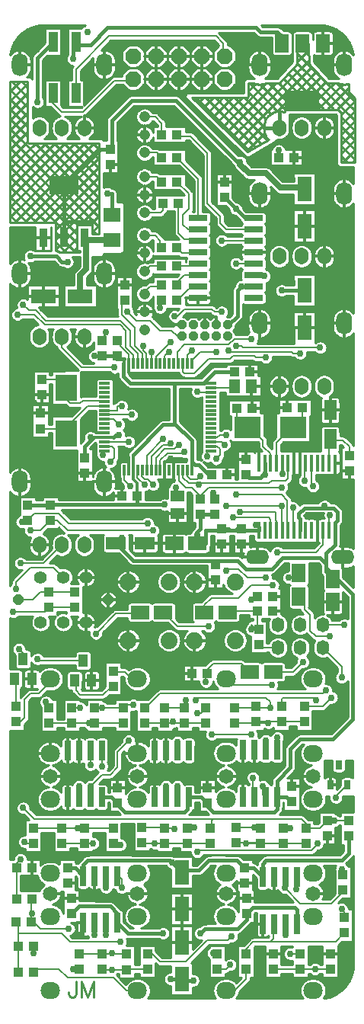
<source format=gtl>
G04 DipTrace 3.2.0.1*
G04 microburst_fixed_heatsink.GTL*
%MOIN*%
G04 #@! TF.FileFunction,Copper,L1,Top*
G04 #@! TF.Part,Single*
%AMOUTLINE0*
4,1,4,
0.03937,0.029528,
-0.03937,0.029528,
-0.03937,-0.029528,
0.03937,-0.029528,
0.03937,0.029528,
0*%
%AMOUTLINE1*
4,1,4,
-0.043307,-0.027559,
0.043307,-0.027559,
0.043307,0.027559,
-0.043307,0.027559,
-0.043307,-0.027559,
0*%
%AMOUTLINE2*
4,1,4,
0.027559,-0.043307,
0.027559,0.043307,
-0.027559,0.043307,
-0.027559,-0.043307,
0.027559,-0.043307,
0*%
%AMOUTLINE3*
4,1,4,
-0.029528,0.03937,
-0.029528,-0.03937,
0.029528,-0.03937,
0.029528,0.03937,
-0.029528,0.03937,
0*%
%AMOUTLINE4*
4,1,4,
-0.03937,-0.029528,
0.03937,-0.029528,
0.03937,0.029528,
-0.03937,0.029528,
-0.03937,-0.029528,
0*%
%AMOUTLINE5*
4,1,4,
0.04,-0.013,
0.04,0.013,
-0.04,0.013,
-0.04,-0.013,
0.04,-0.013,
0*%
%AMOUTLINE6*
4,1,4,
-0.011811,-0.043307,
0.011811,-0.043307,
0.011811,0.043307,
-0.011811,0.043307,
-0.011811,-0.043307,
0*%
%AMOUTLINE7*
4,1,4,
0.023622,-0.005906,
0.023622,0.005906,
-0.023622,0.005906,
-0.023622,-0.005906,
0.023622,-0.005906,
0*%
%AMOUTLINE8*
4,1,4,
0.005906,0.023622,
-0.005906,0.023622,
-0.005906,-0.023622,
0.005906,-0.023622,
0.005906,0.023622,
0*%
%AMOUTLINE9*
4,1,4,
-0.023622,0.005906,
-0.023622,-0.005906,
0.023622,-0.005906,
0.023622,0.005906,
-0.023622,0.005906,
0*%
%AMOUTLINE10*
4,1,4,
-0.005906,-0.023622,
0.005906,-0.023622,
0.005906,0.023622,
-0.005906,0.023622,
-0.005906,-0.023622,
0*%
%AMOUTLINE11*
4,1,4,
0.01378,0.019685,
-0.01378,0.019685,
-0.01378,-0.019685,
0.01378,-0.019685,
0.01378,0.019685,
0*%
%AMOUTLINE12*
4,1,4,
-0.0295,-0.0395,
0.0295,-0.0395,
0.0295,0.0395,
-0.0295,0.0395,
-0.0295,-0.0395,
0*%
%AMOUTLINE13*
4,1,4,
-0.075,-0.0395,
0.075,-0.0395,
0.075,0.0395,
-0.075,0.0395,
-0.075,-0.0395,
0*%
%AMOUTLINE14*
4,1,4,
-0.0075,0.0375,
-0.0075,-0.0375,
0.0075,-0.0375,
0.0075,0.0375,
-0.0075,0.0375,
0*%
%AMOUTLINE15*
4,1,8,
-0.020325,0.008419,
-0.008419,0.020325,
0.008419,0.020325,
0.020325,0.008419,
0.020325,-0.008419,
0.008419,-0.020325,
-0.008419,-0.020325,
-0.020325,-0.008419,
-0.020325,0.008419,
0*%
%AMOUTLINE16*
4,1,8,
0.034184,-0.014159,
0.014159,-0.034184,
-0.014159,-0.034184,
-0.034184,-0.014159,
-0.034184,0.014159,
-0.014159,0.034184,
0.014159,0.034184,
0.034184,0.014159,
0.034184,-0.014159,
0*%
%AMOUTLINE17*
4,1,4,
0.019685,0.027559,
-0.019685,0.027559,
-0.019685,-0.027559,
0.019685,-0.027559,
0.019685,0.027559,
0*%
%AMOUTLINE18*
4,1,4,
0.035492,-0.031496,
0.035492,0.031496,
-0.035492,0.031496,
-0.035492,-0.031496,
0.035492,-0.031496,
0*%
%AMOUTLINE19*
4,1,8,
-0.02197,-0.0091,
-0.0091,-0.02197,
0.0091,-0.02197,
0.02197,-0.0091,
0.02197,0.0091,
0.0091,0.02197,
-0.0091,0.02197,
-0.02197,0.0091,
-0.02197,-0.0091,
0*%
G04 #@! TA.AperFunction,CopperBalancing*
%ADD13C,0.015*%
G04 #@! TA.AperFunction,Conductor*
%ADD14C,0.011811*%
%ADD15C,0.025*%
%ADD16C,0.008*%
%ADD17C,0.007*%
G04 #@! TA.AperFunction,CopperBalancing*
%ADD19C,0.013*%
%ADD20C,0.01*%
%ADD23R,0.064961X0.110236*%
%ADD24R,0.110236X0.064961*%
%ADD25R,0.03937X0.043307*%
%ADD26R,0.043307X0.03937*%
%ADD27R,0.051181X0.059055*%
%ADD28R,0.059055X0.051181*%
%ADD31R,0.03937X0.086614*%
%ADD34R,0.037402X0.084646*%
%ADD35R,0.127953X0.084646*%
G04 #@! TA.AperFunction,ComponentPad*
%ADD38O,0.085X0.075*%
%ADD39C,0.065*%
%ADD40C,0.047559*%
%ADD41R,0.094488X0.11811*%
%ADD42R,0.11811X0.094488*%
G04 #@! TA.AperFunction,ComponentPad*
%ADD43O,0.06X0.074*%
%ADD44O,0.07X0.1*%
%ADD45C,0.055433*%
%ADD46C,0.074*%
%ADD48O,0.055512X0.065*%
%ADD49O,0.102362X0.062992*%
G04 #@! TA.AperFunction,ViaPad*
%ADD50C,0.03*%
%ADD102C,0.010807*%
%ADD106OUTLINE0*%
%ADD107OUTLINE1*%
%ADD108OUTLINE2*%
%ADD109OUTLINE3*%
%ADD110OUTLINE4*%
%ADD111OUTLINE5*%
%ADD112OUTLINE6*%
%ADD113OUTLINE7*%
%ADD114OUTLINE8*%
%ADD115OUTLINE9*%
%ADD116OUTLINE10*%
%ADD117OUTLINE11*%
%ADD118OUTLINE12*%
%ADD119OUTLINE13*%
%ADD120OUTLINE14*%
G04 #@! TA.AperFunction,ComponentPad*
%ADD121OUTLINE15*%
%ADD122OUTLINE16*%
%ADD123OUTLINE17*%
%ADD124OUTLINE18*%
G04 #@! TA.AperFunction,ComponentPad*
%ADD125OUTLINE19*%
%FSLAX26Y26*%
G04*
G70*
G90*
G75*
G01*
G04 Top*
%LPD*%
X1482109Y3828978D2*
D13*
X1444610D1*
X1404860Y3868728D1*
X1354860Y3918728D1*
X1504860Y2462478D2*
X1400875D1*
X1377963D1*
X1273609D1*
Y2406228D1*
X1236110D1*
X1504860Y2462478D2*
Y2474979D1*
X1492360Y2487479D1*
X1530450Y2706228D2*
Y2757927D1*
X1295293Y3106228D2*
D14*
X1264171D1*
D13*
X1261617D1*
X1136109D1*
X942360D1*
X911109Y3137479D1*
Y3192307D1*
D14*
X915938D1*
X1211214Y2725874D2*
Y2756996D1*
D13*
Y2762720D1*
Y2856123D1*
X1136109Y2931228D1*
Y3106228D1*
X955308Y2725874D2*
D14*
Y2794177D1*
D13*
X1086110Y2924979D1*
X1129860D1*
X1136109Y2931228D1*
X955308Y2725874D2*
D14*
Y2687029D1*
X973609Y2668728D1*
Y2574979D1*
D13*
X1092360D1*
X594181D1*
X592360Y2573157D1*
X492360D1*
X1236110Y2443728D2*
Y2406228D1*
Y2456227D1*
X1248610Y2468727D1*
Y2533050D1*
X915938Y3192307D2*
D14*
Y3212479D1*
D13*
X883648D1*
Y3224979D1*
X817360D1*
X1429860Y3531228D2*
X1479858D1*
X1482109Y3528978D1*
X1367360Y3362480D2*
X1373610D1*
X1411109Y3399979D1*
Y3512478D1*
X1429860Y3531228D1*
X1398609Y3156228D2*
X1311617D1*
X1261617Y3106228D1*
X1298609Y2706228D2*
X1286109D1*
X1242358Y2749979D1*
X1223955D1*
X1211214Y2762720D1*
X971789Y2612479D2*
Y2583954D1*
D14*
X973609Y2574979D1*
X886109Y3224979D2*
D13*
Y3227440D1*
X883648Y3224979D1*
X1429860Y2468728D2*
X1407126D1*
X1400875Y2462478D1*
X1342360Y2468728D2*
X1371713D1*
X1377963Y2462478D1*
X1311109Y2533050D2*
X1248610D1*
X1530450Y2706228D2*
X1523609D1*
X1511109Y2693728D1*
X1461109D1*
X1448609Y2706228D1*
X1704860Y3956228D2*
Y3962479D1*
D15*
X1598610D1*
X1536110Y4024979D1*
X1461109D1*
X1423609Y4062479D1*
Y4074478D1*
D13*
X1411110D1*
X1142003Y4343585D1*
X948273D1*
X860782Y4256094D1*
Y4137151D1*
X854860Y4131228D1*
X810598D1*
X651365Y3971995D1*
Y3743648D2*
Y3812391D1*
Y3971995D1*
X817360Y3224979D2*
X785790D1*
X773291Y3812391D2*
X651365D1*
X817360Y1295253D2*
X859584D1*
X886109Y1268728D1*
Y1262478D1*
X917358Y1231228D1*
X1179860D1*
X1192360Y1243728D1*
Y1289004D1*
X1198609Y1295253D1*
X1253335D1*
X1279860Y1268728D1*
Y1256228D1*
X1304860Y1231228D1*
X1573610D1*
X1586109Y1243727D1*
Y1295255D1*
X1583747Y1297617D1*
X1625971D1*
X1648609Y1274979D1*
X1704860Y3512479D2*
X1604860D1*
X1837537Y2462478D2*
Y2495156D1*
X1848609Y2506228D1*
Y2543728D1*
X1830815Y2561522D1*
X1790795D1*
X1703903D1*
X1679860Y2537479D1*
Y2518728D1*
X1686109Y2512479D1*
Y2464593D1*
X1683993Y2462478D1*
X1837537D2*
Y2401407D1*
X1798184Y2362054D1*
Y2281650D1*
X1828673Y2251160D1*
X829860Y2870008D2*
D14*
X781139D1*
D13*
X742360Y2831228D1*
Y2781228D1*
X1583747Y1297617D2*
Y1366366D1*
X1642360Y1424979D1*
Y1506230D1*
X1686109Y1549979D1*
X1829860D1*
X1916921Y1637041D1*
Y2181667D1*
X1848609Y2249979D1*
X1829854D1*
X1828673Y2251160D1*
X1790795Y2561522D2*
Y2567164D1*
X1792360Y2568728D1*
X781139Y2870008D2*
X767360D1*
X829860D2*
D14*
X868639D1*
D13*
X879860Y2881228D1*
X892360D1*
X904860Y2431228D2*
X879860Y2406228D1*
X1828673Y2251160D2*
X1846073D1*
X1798184Y2299050D1*
Y2317798D1*
X1773186Y2342795D1*
X1610177D1*
X1561110Y2293728D1*
X1448609D1*
X1411109Y2331228D1*
X1310972D1*
X954860D1*
X879860Y2406228D1*
X1315144Y2314693D2*
Y2327056D1*
X1310972Y2331228D1*
X1592360Y4093728D2*
Y4124979D1*
X1711109Y1160657D2*
D16*
X1771793D1*
X1804860Y1193724D1*
X1842360D1*
Y1192916D1*
X1835680D1*
X1899621D1*
X1898609Y1191904D1*
X1711109Y1160657D2*
Y1181228D1*
X1692360Y1199978D1*
X1304858D1*
X1298609Y1193728D1*
Y1166907D1*
X1292360Y1160657D1*
X1304858Y1199978D2*
D17*
X522505D1*
X473323Y1249160D1*
X573312Y1711612D2*
Y1698451D1*
X586106Y1685657D1*
X1704860Y1691908D2*
X1784289D1*
X1823609Y1731228D1*
X1842360Y1293728D2*
X1835912D1*
X1892163Y1349979D1*
X1404860Y1162478D2*
D16*
X1484356D1*
X1509289D1*
X1511109Y1160657D1*
X1523609Y1343728D2*
D17*
Y1307755D1*
X1533747Y1297617D1*
X1473218Y1568728D2*
X1298609D1*
X1042360Y2662479D2*
X1017360Y2687479D1*
X1004860D1*
X992360Y2699979D1*
Y2723555D1*
X994678Y2725874D1*
X1034049D2*
Y2785417D1*
X1086110Y2837479D1*
X1111110D1*
X1117360Y2843728D1*
X1404860Y3268728D2*
X1429860D1*
X1436109Y3262479D1*
X1773609D1*
X994678Y3192307D2*
Y3235159D1*
X961109Y3268728D1*
Y3349979D1*
X904860Y3406228D1*
Y3458050D1*
X917360Y3470550D1*
X1179860Y1685657D2*
D16*
Y1718728D1*
X1186109D1*
Y1685657D1*
X1092360D1*
X1198609Y1531228D2*
Y1499978D1*
X915938Y2725874D2*
D17*
Y2682650D1*
X942360Y2656228D1*
X935623Y3192307D2*
Y3231714D1*
X898609Y3268728D1*
Y3279408D1*
X886109Y3291908D1*
X1607222Y2757927D2*
Y2708592D1*
X1604860Y2649979D2*
X1286109D1*
X1248609Y2612479D1*
X1211109Y2649979D1*
X1186109D1*
X1154860Y2681228D1*
Y2723173D1*
X1152159Y2725874D1*
X1248610Y2599979D2*
X1248609Y2612479D1*
X1632812Y2757927D2*
Y2690432D1*
X1623609Y2681228D1*
X1561110D1*
X1548610Y2668728D1*
X1246656D1*
X1198610D1*
X1173609Y2693730D1*
Y2724109D1*
X1171844Y2725874D1*
X1246656Y2668728D2*
Y2666776D1*
X1242360Y2662479D1*
X1304860Y2624979D2*
Y2606228D1*
X1317358D1*
X1311109Y2599979D1*
X1658403Y2462478D2*
D16*
X1654860D1*
Y2562478D1*
X1604860Y2568728D2*
Y2464840D1*
X1607222Y2462478D1*
X1604860Y2568728D2*
X1361109D1*
X1279860Y2787479D2*
Y2810953D1*
X1295293D1*
X1556041Y2462478D2*
Y2511297D1*
X1548609Y2518728D1*
X1392360D1*
X1317360Y2774979D2*
X1311110Y2781228D1*
X1323609D1*
X1336109Y2793728D1*
Y2818728D1*
X1323609Y2831228D1*
X1295883D1*
X1295293Y2830638D1*
X1632812Y2462478D2*
Y2478276D1*
X1636109Y2474979D1*
Y2462478D1*
X1629860Y2456228D1*
Y2593728D1*
X1604860Y2618728D1*
X1404860D1*
X1354860Y2837478D2*
X1342360Y2849978D1*
X1295638D1*
X1295293Y2850323D1*
X1581631Y2462478D2*
Y2508000D1*
X1579860Y2506228D1*
Y2543728D1*
X1423609D1*
X1361110Y2881228D2*
X1336110D1*
X1323610Y2868728D1*
X1296572D1*
X1295293Y2870008D1*
X1211214Y3192307D2*
D17*
Y3206332D1*
X1248610Y3243728D1*
X1317360D1*
X1191529Y3192307D2*
Y3230399D1*
X1211109Y3249979D1*
X1111109Y3243728D2*
X1092360Y3224979D1*
Y3193051D1*
X1093104Y3192307D1*
X1295293Y3066858D2*
X1237979D1*
X1236109Y3068728D1*
X1053734Y3192307D2*
Y3223852D1*
X1117360Y3287478D1*
X1136110Y3399979D2*
X1148610D1*
X1179860Y3431228D1*
X1298610D1*
X1311110Y3418728D1*
X1342360D1*
Y3731228D2*
X1479858D1*
X1482109Y3728978D1*
X1053734Y2725874D2*
Y2780102D1*
X1092360Y2818728D1*
X1136110D1*
X1154860Y2837478D1*
X1404860Y3631228D2*
X1484360D1*
X1482109Y3628978D1*
X586109Y2124979D2*
X698609D1*
X955308Y3192307D2*
Y3230780D1*
X923609Y3262479D1*
Y3337479D1*
X898609Y3362479D1*
X567360D1*
X523610Y3406228D1*
X448609D1*
X429860Y2106228D2*
X567358D1*
X586109Y2124979D1*
X1073419Y2725874D2*
Y2768538D1*
X1104860Y2799979D1*
X1173610D1*
X1179860Y2806228D1*
X1529860Y3574979D2*
X1478110D1*
X1482109Y3578978D1*
X1265803Y2104478D2*
Y2135381D1*
X1298236Y2167814D1*
X1416974D1*
X1473218Y2224058D1*
X1566958D1*
X1704444Y2680260D2*
Y2763067D1*
X1709584Y2757927D1*
X1786356Y2462478D2*
Y2399710D1*
X1754438Y2367793D1*
X1585706D1*
X1535711Y2255304D2*
X1454470D1*
X1416974Y2292801D1*
X1366979D1*
X1360730Y2286551D1*
X1285738Y2042827D2*
X1148596D1*
X1086945Y2104478D1*
X911109Y1618728D2*
D16*
X786109D1*
X762299D1*
X686108D1*
X586106D1*
X767360Y1437478D2*
Y1499978D1*
X1292360Y1093728D2*
X1192360D1*
X1092360D1*
X1048207D1*
X994180D1*
X992360Y1095549D1*
X1098609Y1343728D2*
Y1295253D1*
X554860Y3123159D2*
D17*
X625056D1*
X661109Y3087106D1*
Y3093730D1*
X654860Y3099979D1*
Y3043728D1*
X679860Y3018728D1*
X723610D1*
X736110Y3031228D1*
X826119D1*
X829860Y3027488D1*
X548609Y2908050D2*
X640538D1*
X661109Y2887479D1*
Y2912478D1*
X754860Y3006228D1*
X828285D1*
X829860Y3007803D1*
X1398609Y1620549D2*
D16*
X1546358D1*
X1496789D1*
X1492358Y1624979D1*
X1604860D1*
X1704860D1*
X1536109Y1543728D2*
Y1504703D1*
X1533747Y1502341D1*
X1295293Y3086543D2*
D17*
X1391621D1*
X1398806Y3093728D1*
X1404860Y1095549D2*
D16*
X1509289D1*
X1511109Y1093728D1*
X1448609D1*
X1611109D1*
X1711109D1*
X1479860Y1381228D2*
Y1301504D1*
X1483747Y1297617D1*
X1811946Y2757927D2*
D17*
Y2857066D1*
X1817360Y2862479D1*
X1900824Y2789693D2*
Y2829013D1*
X1873609Y2856228D1*
X1823610D1*
X1817360Y2862479D1*
X1504860Y2029408D2*
D16*
X1473218D1*
Y2161564D2*
X1498215D1*
Y2174063D1*
X1473218Y2029408D2*
D17*
Y2050370D1*
X1498215Y2025373D1*
Y2111570D1*
X1375257D1*
X1368165Y2104478D1*
X1191529Y2725874D2*
Y2700810D1*
X1204860Y2687479D1*
X1236110D1*
X1248610Y2699979D1*
X1142360Y2649979D2*
X1148609D1*
Y2612478D1*
X1361109Y449478D2*
D16*
X1398109D1*
X1448609Y499978D1*
Y543728D1*
X1304860Y612479D2*
X1321787D1*
X1323609Y610657D1*
X1567360Y543728D2*
X1686109D1*
X1750749D1*
X1817360D1*
X1816932Y1999081D2*
D17*
X1754438D1*
X1729441Y2024079D1*
Y2092822D1*
X1704444Y2117819D1*
Y2148073D1*
X1679856Y2172661D1*
X1017360Y610657D2*
X1037930D1*
X1073609Y574979D1*
X1186110D1*
X1279860Y668728D1*
X1367358D1*
X1386109Y687479D1*
X1273609Y1799979D2*
Y1833050D1*
X1278038Y1837479D1*
Y1853896D1*
X1304486Y1880344D1*
X1428434D1*
X1465049Y1843730D1*
X1004860Y1618728D2*
D16*
X1129860D1*
X1092360D1*
X1179860D1*
X1273610D1*
X1148609Y1499978D2*
Y1537478D1*
X1129860Y1624978D2*
Y1618728D1*
X1017360Y543728D2*
X928039D1*
X925824Y541513D1*
X861709D1*
X819575D1*
X817360Y543728D1*
X786109Y693728D2*
Y745253D1*
X1004860Y1685657D2*
D17*
X1009289D1*
X1073610Y1749979D1*
X1786110D1*
X1798609Y1762478D1*
X925824Y608442D2*
D16*
X861109D1*
X819575D1*
X817360Y610657D1*
X717360D1*
X836109Y745253D2*
Y693728D1*
X861109Y612478D2*
Y608442D1*
X867360Y1160657D2*
X742360D1*
X712209D1*
X642360D1*
X517360D1*
X717360Y1343728D2*
Y1295253D1*
X444181Y849979D2*
Y987478D1*
D17*
Y1007541D1*
X460824Y1024184D1*
X792039Y2011580D2*
X879530Y2099071D1*
X979176D1*
X984583Y2104478D1*
X517360Y643728D2*
D16*
Y612478D1*
X511109Y787478D2*
X509289D1*
Y749978D1*
Y848157D1*
X511110Y849979D1*
X509289Y749978D2*
D17*
X517360D1*
X548609Y718728D1*
X673609D1*
X836109Y899978D2*
Y949978D1*
X450430Y531228D2*
D16*
Y643728D1*
Y698898D1*
Y741907D1*
X442360Y749978D1*
X450430Y698898D2*
D17*
X643440D1*
X679860Y662478D1*
X898609D1*
X904528Y899197D2*
Y936693D1*
X891243Y949978D1*
X886109D1*
X517360Y1093728D2*
X486110D1*
X479860Y1099979D1*
X461109Y2318728D2*
X561701D1*
X642360Y2399387D1*
X867360Y1781228D2*
X861109D1*
X823609Y1743728D1*
X723610D1*
X704860Y1762479D1*
Y1799979D1*
X698610Y1806228D1*
X451759Y2159378D2*
X514259D1*
X548609Y2193728D1*
X584289D1*
X586109Y2191908D1*
X698609D1*
X1686109Y610657D2*
D16*
X1642360D1*
X1623609Y693728D2*
Y739004D1*
X1621247Y741366D1*
X1482109Y3778978D2*
D17*
X1363360D1*
X1336109Y3806228D1*
Y3837479D1*
X1279860Y3893728D1*
Y4112479D1*
X1204860Y4187479D1*
X1153038D1*
X1146789Y4193728D1*
X1240109Y3828978D2*
Y4000408D1*
X1146789Y4093728D1*
X1240109Y3778978D2*
X1194610D1*
X1173609Y3799979D1*
Y3843728D1*
X1198609Y3868728D1*
Y3935659D1*
X1146789Y3987479D1*
X1153038Y3893728D2*
Y3764301D1*
X1179860Y3737479D1*
X1231608D1*
X1240109Y3728978D1*
X1146789Y3699979D2*
Y3695550D1*
X1167360Y3674979D1*
X1236110D1*
X1240109Y3678978D1*
X1146789Y3618728D2*
X1229860D1*
X1240109Y3628978D1*
X1146789Y3537479D2*
Y3548157D1*
X1179860Y3581228D1*
X1237858D1*
X1240109Y3578978D1*
X1146789Y3468728D2*
X1148610D1*
X1198610Y3518728D1*
X1229860D1*
X1240109Y3528978D1*
X1588367Y1949979D2*
D16*
X1517360D1*
X1504860Y1962479D1*
X1671247Y946091D2*
D17*
Y897615D1*
X1667360Y893728D1*
X1448609Y610657D2*
D16*
Y631227D1*
X1479860Y662478D1*
X1554860D1*
X1567360Y674978D1*
Y737479D1*
X1571247Y741366D1*
X1554860Y662478D2*
X1840538D1*
X1879860Y701799D1*
X861109Y3731760D2*
D15*
X753804D1*
X741916Y3743648D1*
X723609Y3487479D2*
Y3581478D1*
X748294Y3606163D1*
Y3737270D1*
X741916Y3743648D1*
X954860Y4437478D2*
D17*
Y4431228D1*
X873610D1*
X736110Y4293728D1*
X642360D1*
X598609Y4337479D1*
Y4368728D1*
X604860Y4374979D1*
X1323609Y543728D2*
D16*
X1361109D1*
X1379860Y562479D1*
X1617360Y899978D2*
Y942203D1*
X1621247Y946091D1*
X1873609Y889299D2*
D17*
Y881228D1*
X1823609Y831228D1*
X1686109D1*
X1617360Y899978D1*
X1556041Y2757927D2*
D16*
Y2798798D1*
X1523610Y2831228D1*
Y2856228D1*
X1467360Y2912479D1*
X1454860D1*
X1408895Y2997764D2*
D17*
Y2958444D1*
X1454860Y2912479D1*
X1581631Y2757927D2*
D16*
Y2845500D1*
X1648610Y2912479D1*
X1654487D1*
X1696787Y2999979D2*
D17*
Y2954780D1*
X1654487Y2912479D1*
X704860Y4374979D2*
Y4481228D1*
X848610Y4624979D1*
X1317358D1*
X1348609Y4593728D1*
Y4543728D1*
X1354860Y4537478D1*
X442360Y1691908D2*
Y1806230D1*
X436110Y1812479D1*
X692000Y543728D2*
D16*
X717360D1*
X1236109Y1662479D2*
D17*
X1250432D1*
X1273610Y1685657D1*
X1604860Y1691908D2*
Y1724979D1*
X1611109Y1731228D1*
X1742360D1*
X1754860Y1718728D1*
X1004860Y4272483D2*
X1050622D1*
X1079509Y4243596D1*
Y4194079D1*
X1079860Y4193728D1*
X1611109Y1160657D2*
D16*
X1642360D1*
X1561109Y1787479D2*
X1335609D1*
X1361109Y1812979D1*
X1004860Y4115003D2*
D17*
X1058585D1*
X1079860Y4093728D1*
X1760688Y1092927D2*
X1766937D1*
X1736490Y1062479D1*
X1242360D1*
X1236109Y1056228D1*
X1223609Y1162479D2*
X1194181D1*
X1192360Y1160657D1*
X1004860Y4009983D2*
X1057356D1*
X1079860Y3987479D1*
X898609Y1087478D2*
D16*
X873610D1*
X867360Y1093728D1*
X1004860Y3852503D2*
D17*
X1075875D1*
X1085759Y3862386D1*
Y3893378D1*
X1086109Y3893728D1*
X1004860Y3753732D2*
X1050677D1*
X1073260Y3731150D1*
Y3706579D1*
X1079860Y3699979D1*
X973609Y1812979D2*
X948109D1*
X917360Y1843728D1*
X871789D1*
X867360Y1848157D1*
X1004860Y3596252D2*
X1007105D1*
X1029514Y3618661D1*
X1079793D1*
X1079860Y3618728D1*
X1004860Y3497483D2*
Y3506516D1*
X1029514Y3531171D1*
X1073551D1*
X1079860Y3537479D1*
X1073260Y3437430D2*
Y3462129D1*
X1079860Y3468728D1*
X1879860Y768728D2*
D16*
Y793728D1*
X1867360Y806228D1*
X1879860Y2049979D2*
X1784352D1*
X1873609Y956228D2*
D17*
Y987478D1*
X1867360Y981228D1*
Y1818728D2*
Y1866971D1*
X1784352Y1949979D1*
X592360Y1812979D2*
Y1799979D1*
X541488Y1749108D1*
X504570D1*
X479860Y1724398D1*
Y1643728D1*
X461110Y1624979D1*
X442360D1*
X973610Y449479D2*
D16*
X924021D1*
X867000Y506500D1*
X667088D1*
X629860Y543728D1*
X529860D1*
X517360Y531228D1*
X723297Y1686614D2*
D17*
X687064D1*
X686108Y1685657D1*
X829860Y2948748D2*
X868591D1*
X892360Y2924979D1*
X736012Y1892843D2*
X543245D1*
X536109Y1899979D1*
X504860Y2462479D2*
X548610D1*
X592360Y2506228D1*
X623610D1*
X667360Y2462479D1*
X1042360D1*
X1036109Y3243728D2*
Y3194367D1*
X1034049Y3192307D1*
X642360Y1093728D2*
D16*
X742360D1*
X779860D1*
X767360Y1343728D2*
Y1295253D1*
Y1343728D2*
D17*
X817360Y1393728D1*
X854858D1*
X886109Y1424979D1*
Y1493214D1*
X935774Y1542879D1*
X823609Y2793728D2*
Y2804702D1*
X829860Y2810953D1*
X473512Y1899093D2*
Y1925076D1*
X454860Y1943728D1*
X467360Y2499979D2*
X486110D1*
X492360Y2506228D1*
X1014364Y3192307D2*
X1011109D1*
Y3237479D1*
X998609Y3249979D1*
Y3268728D1*
X1017360Y2493728D2*
X673610D1*
X629860Y2537479D1*
X523610D1*
X492360Y2506228D1*
X1167360Y3312480D2*
X1148608D1*
X1123609Y3337479D1*
X1073609D1*
X1029902Y3381186D1*
X967402D1*
X929860Y3418728D1*
X836109Y3331228D2*
Y3318728D1*
X817360Y3299979D1*
X809289D1*
X817360Y3291908D1*
X904860Y3006228D2*
X883693D1*
Y2987479D1*
X830499D1*
X829860Y2988118D1*
X1735175Y2757927D2*
Y2662028D1*
X1741940Y2655262D1*
X1635701Y2255304D2*
X1660136D1*
X1679856Y2275024D1*
X1811946Y2462478D2*
Y2525290D1*
X1816932Y2530276D1*
X1698194Y1886593D2*
X1654449Y1842848D1*
X1568293D1*
X1567411Y1843730D1*
X911109Y1685657D2*
D16*
Y1687479D1*
X817360D1*
Y1685657D1*
X786109D1*
X817360Y1431228D2*
Y1499978D1*
X829860Y2830638D2*
D17*
X861699D1*
X873609Y2818728D1*
Y2781228D1*
X854860Y2762479D1*
X954860Y1699979D2*
X925430D1*
X911109Y1685657D1*
X829860Y2968433D2*
X948609D1*
X873609Y3174978D2*
X729861D1*
X642360Y3262479D1*
Y3311388D1*
X1536110Y3218728D2*
X1492360D1*
X1486109Y3224979D1*
X1392361D1*
X1379861Y3212479D1*
X1286110D1*
X1223610Y3149979D1*
X1179858D1*
X1173609Y3156228D1*
Y3190542D1*
X1171844Y3192307D1*
X1473609Y3299979D2*
X1398610D1*
X1373610Y3274979D1*
X1179860D1*
X1148609Y3243728D1*
Y3195857D1*
X1152159Y3192307D1*
X974993D2*
Y3236094D1*
X942360Y3268728D1*
Y3337478D1*
X898609Y3381228D1*
X573610D1*
X529860Y3424979D1*
X498609D1*
X473609Y3449979D1*
X442360Y2206228D2*
Y2237479D1*
X504860Y2299979D1*
X606433D1*
X648609Y2257803D1*
X992360Y1162478D2*
D16*
X1090539D1*
X1092360Y1160657D1*
X1131680D1*
X1136109Y1156228D1*
X1148609Y1343728D2*
Y1295253D1*
X936109Y2850323D2*
D17*
X829860D1*
X1014364Y2725874D2*
Y2790732D1*
X1086110Y2862479D1*
X1373610Y3249978D2*
X1379860Y3243728D1*
X1648610D1*
X1654860Y3237479D1*
X1686109D1*
X1398609Y1687478D2*
X1554860D1*
X1496789D1*
X1492358Y1691908D1*
X1583747Y1502341D2*
Y1553866D1*
X1586109Y1556228D1*
X1554860Y1687478D2*
Y1712478D1*
X1536109Y1731228D1*
X1242360D1*
X1229860Y1718728D1*
X1004860Y2662478D2*
X973609Y2693728D1*
Y2724490D1*
X974993Y2725874D1*
X1671247Y741366D2*
D13*
Y802340D1*
X1661109Y812478D1*
X1478038D1*
X1450824Y785264D1*
Y758444D1*
X1411109Y718728D1*
X1267360D1*
X1248609Y699978D1*
X1217360Y493728D2*
X1173610D1*
X1167360Y499979D1*
X1117360D1*
X1086109Y699978D2*
X931385D1*
X886109Y745253D1*
Y787479D1*
X854860Y818728D1*
X717360D1*
X683895Y785264D1*
X504932Y3662407D2*
X617058D1*
X642055Y3637409D1*
X667052D1*
X692360Y4524978D2*
Y4581228D1*
Y4587282D1*
X704860Y4599782D1*
X1605685Y4593559D2*
X1610703D1*
Y4619135D1*
X1586285Y4643554D1*
X1511285D1*
X1492360Y4662479D1*
X842360D1*
X767360Y4587479D1*
X698610D1*
X692360Y4581228D1*
X861109Y3843728D2*
Y3937172D1*
X842000D1*
X667360Y985657D2*
X700429D1*
X736109Y949978D1*
Y999978D1*
X754860Y1018728D1*
X1116277D1*
X1126583Y1008423D1*
X1167360Y967646D1*
Y974979D1*
X1242361D1*
X1286110Y1018728D1*
X1409289D1*
X1442360Y985657D1*
X1481680D1*
X1521247Y946091D1*
Y1003865D1*
X1536110Y1018728D1*
X1867360D1*
X1898609Y1049978D1*
Y1124975D1*
X536109Y4337478D2*
Y4531031D1*
X604860Y4599782D1*
D50*
X1492360Y2487479D3*
X1530450Y2706228D3*
X1236110Y2443728D3*
X1092360Y2574979D3*
X1429860Y3531228D3*
X1404860Y3868728D3*
X1429860Y3531228D3*
X1530450Y2706228D3*
X1423609Y4074478D3*
X1404860Y3868728D3*
X785790Y3224979D3*
X773291Y3812391D3*
X1604860Y3512479D3*
X1792360Y2568728D3*
X767360Y2870008D3*
X892360Y2881228D3*
X904860Y2431228D3*
X1592360Y4124979D3*
X473323Y1249160D3*
X573312Y1711612D3*
X1823609Y1731228D3*
D3*
X1835680Y1192916D3*
X1842360Y1293728D3*
X1523609Y1343728D3*
X1484356Y1162478D3*
X1473218Y1568728D3*
X1298609D3*
X1042360Y2662479D3*
X1117360Y2843728D3*
X1404860Y3268728D3*
X1773609Y3262479D3*
X1198609Y1531228D3*
X1186109Y1718728D3*
X942360Y2656228D3*
X1186109Y1718728D3*
X1607222Y2708592D3*
X1604860Y2649979D3*
X1242360Y2662479D3*
X1304860Y2624979D3*
X1654860Y2562478D3*
X1604860Y2568728D3*
X1361109D3*
X1279860Y2787479D3*
X1604860Y2568728D3*
X1392360Y2518728D3*
X1317360Y2774979D3*
X1404860Y2618728D3*
X1354860Y2837478D3*
X1423609Y2543728D3*
X1361110Y2881228D3*
X1317360Y3243728D3*
X1211109Y3249979D3*
X1111109Y3243728D3*
X1236109Y3068728D3*
X1117360Y3287478D3*
X1136110Y3399979D3*
X1342360Y3418728D3*
Y3731228D3*
X1154860Y2837478D3*
X1404860Y3631228D3*
X448609Y3406228D3*
X429860Y2106228D3*
X1179860Y2806228D3*
X1529860Y3574979D3*
X1566958Y2224058D3*
X1704444Y2680260D3*
X1585706Y2367793D3*
X1535711Y2255304D3*
X1360730Y2286551D3*
X1285738Y2042827D3*
X767360Y1437478D3*
X762299Y1618728D3*
X1098609Y1343728D3*
X1048207Y1093728D3*
X1536109Y1543728D3*
X1546358Y1620549D3*
X1479860Y1381228D3*
X1448609Y1093728D3*
X1473218Y2029408D3*
Y2161564D3*
X1248610Y2699979D3*
X1142360Y2649979D3*
X1304860Y612479D3*
X1816932Y1999081D3*
X1750749Y543728D3*
X1386109Y687479D3*
X1273609Y1799979D3*
X1148609Y1537478D3*
X1129860Y1624978D3*
X786109Y693728D3*
X861709Y541513D3*
X1798609Y1762478D3*
X836109Y693728D3*
X861109Y612478D3*
X717360Y1343728D3*
X712209Y1160657D3*
X460824Y1024184D3*
X792039Y2011580D3*
X517360Y612478D3*
X511109Y787478D3*
X673609Y718728D3*
X836109Y899978D3*
X898609Y662478D3*
X904528Y899197D3*
X479860Y1099979D3*
X461109Y2318728D3*
X1642360Y610657D3*
X1623609Y693728D3*
X1667360Y893728D3*
X1379860Y562479D3*
X1617360Y899978D3*
D3*
X692000Y543728D3*
X1236109Y1662479D3*
X1754860Y1718728D3*
X1642360Y1160657D3*
X1561109Y1787479D3*
X1760688Y1092927D3*
X1236109Y1056228D3*
X1223609Y1162479D3*
X898609Y1087478D3*
X1073260Y3437430D3*
X1867360Y806228D3*
X1879860Y2049979D3*
X1867360Y981228D3*
Y1818728D3*
X723297Y1686614D3*
X892360Y2924979D3*
X536109Y1899979D3*
X504860Y2462479D3*
X1042360D3*
X1036109Y3243728D3*
X779860Y1093728D3*
X767360Y1343728D3*
X935774Y1542879D3*
X823609Y2793728D3*
X767360Y1343728D3*
X454860Y1943728D3*
X467360Y2499979D3*
X998609Y3268728D3*
X1017360Y2493728D3*
X929860Y3418728D3*
X836109Y3331228D3*
X904860Y3006228D3*
X1741940Y2655262D3*
X1635701Y2255304D3*
X1816932Y2530276D3*
X1698194Y1886593D3*
X817360Y1431228D3*
Y1687479D3*
X854860Y2762479D3*
X954860Y1699979D3*
X948609Y2968433D3*
X873609Y3174978D3*
X1536110Y3218728D3*
X1473609Y3299979D3*
X473609Y3449979D3*
X442360Y2206228D3*
X1136109Y1156228D3*
X1148609Y1343728D3*
X936109Y2850323D3*
X1086110Y2862479D3*
X1373610Y3249978D3*
X1686109Y3237479D3*
X1586109Y1556228D3*
X1554860Y1687478D3*
X1229860Y1718728D3*
X1004860Y2662478D3*
X1248609Y699978D3*
X1217360Y493728D3*
X1117360Y499979D3*
X1086109Y699978D3*
X504932Y3662407D3*
X667052Y3637409D3*
X692360Y4524978D3*
X842000Y3937172D3*
X536109Y4337478D3*
X1126583Y1008423D3*
X1610703Y2186562D3*
X1773186Y2130318D3*
X1710693Y2399039D3*
X1623202D3*
X723609Y693728D3*
X1554860Y862479D3*
X1236109Y768728D3*
X1829860Y881228D3*
X1504860Y462479D3*
Y606228D3*
X1461109Y699979D3*
X1836109Y1062479D3*
X1804860Y1424979D3*
X1792360Y1593728D3*
X1861109Y474979D3*
X1067360Y443728D3*
X1261109Y437479D3*
X698609Y3418728D3*
X961109Y3137479D3*
X1073609Y2999979D3*
X1179860Y3024979D3*
X1467360Y2824979D3*
X1667360Y2831228D3*
X1660698Y2680260D3*
X523609Y3018728D3*
X579860Y2849979D3*
X661109Y2774979D3*
X529860Y3187479D3*
X736109Y3081228D3*
X754860Y4643728D3*
X736109Y2912479D3*
X1123609Y1787479D3*
X1861109Y3493728D3*
X1567360Y2993728D3*
X1829430Y2642764D3*
X1748609Y2943728D3*
Y2843728D3*
X1529860Y2993728D3*
X1848251Y3631500D3*
X1117360Y2774979D3*
X1723609Y3337479D3*
X1311109Y3481228D3*
X1404860Y3681228D3*
X1173609Y2481228D3*
X1242360Y2862479D3*
X948609Y2912479D3*
X492360Y3774979D3*
Y3737479D3*
X1198247Y1411643D3*
X1566958D3*
X729546Y1399144D3*
X1229493Y1230412D3*
X1304486Y1936588D3*
X585811Y1955336D3*
X1498215Y1030433D3*
X1460719Y1424142D3*
X510014Y4663131D2*
D20*
X730455D1*
X1599174D2*
X1823990D1*
X489252Y4653262D2*
X568775D1*
X640951D2*
X668775D1*
X1609955D2*
X1844752D1*
X474936Y4643394D2*
X568775D1*
X640951D2*
X668775D1*
X1647611D2*
X1653754D1*
X1737611D2*
X1743754D1*
X1827611D2*
X1859049D1*
X463236Y4633525D2*
X568775D1*
X640951D2*
X668775D1*
X1336537D2*
X1487936D1*
X1831576D2*
X1870768D1*
X453490Y4623656D2*
X568775D1*
X640951D2*
X668775D1*
X1346400D2*
X1498951D1*
X1831576D2*
X1880494D1*
X445404Y4613787D2*
X568775D1*
X640951D2*
X668775D1*
X1356283D2*
X1559791D1*
X1831576D2*
X1888600D1*
X438783Y4603919D2*
X568775D1*
X640951D2*
X668775D1*
X855287D2*
X1310689D1*
X1365521D2*
X1559791D1*
X1831576D2*
X1895221D1*
X432494Y4594050D2*
X565748D1*
X640951D2*
X668775D1*
X845404D2*
X1320553D1*
X1368510D2*
X1559791D1*
X1831576D2*
X1901510D1*
X428295Y4584181D2*
X555865D1*
X640951D2*
X668463D1*
X835541D2*
X930729D1*
X978979D2*
X1030729D1*
X1078979D2*
X1130729D1*
X1178979D2*
X1230729D1*
X1278979D2*
X1328717D1*
X1378979D2*
X1559791D1*
X1831576D2*
X1905689D1*
X424115Y4574312D2*
X546002D1*
X640951D2*
X668463D1*
X825678D2*
X920572D1*
X989154D2*
X1020572D1*
X1089154D2*
X1120572D1*
X1189154D2*
X1220572D1*
X1289154D2*
X1320572D1*
X1389154D2*
X1559791D1*
X1831576D2*
X1909889D1*
X420912Y4564444D2*
X446666D1*
X467982D2*
X536139D1*
X640951D2*
X668463D1*
X838061D2*
X910709D1*
X999018D2*
X1010709D1*
X1099018D2*
X1110709D1*
X1199018D2*
X1210709D1*
X1299018D2*
X1310709D1*
X1399018D2*
X1496666D1*
X1517982D2*
X1559791D1*
X1831576D2*
X1866744D1*
X1888061D2*
X1913092D1*
X418783Y4554575D2*
X425143D1*
X489506D2*
X526275D1*
X640951D2*
X668463D1*
X859584D2*
X904557D1*
X1405170D2*
X1475143D1*
X1539506D2*
X1559791D1*
X1831576D2*
X1845221D1*
X1909584D2*
X1915221D1*
X499018Y4544706D2*
X516744D1*
X640951D2*
X668229D1*
X869096D2*
X904283D1*
X1405443D2*
X1465631D1*
X1549018D2*
X1562955D1*
X1828412D2*
X1835709D1*
X504643Y4534837D2*
X512525D1*
X573295D2*
X662604D1*
X874721D2*
X904283D1*
X1405443D2*
X1460006D1*
X1554643D2*
X1650553D1*
X1745834D2*
X1830084D1*
X563432Y4524969D2*
X660963D1*
X877807D2*
X904283D1*
X1405443D2*
X1456920D1*
X1557729D2*
X1650553D1*
X1745834D2*
X1826998D1*
X560014Y4515100D2*
X662604D1*
X766459D2*
X776002D1*
X878803D2*
X906646D1*
X1403061D2*
X1455924D1*
X1558725D2*
X1650553D1*
X1745834D2*
X1826002D1*
X560014Y4505231D2*
X668248D1*
X756596D2*
X776002D1*
X878803D2*
X915982D1*
X993744D2*
X1015982D1*
X1093744D2*
X1115982D1*
X1193725D2*
X1215982D1*
X1293725D2*
X1315982D1*
X1393744D2*
X1455924D1*
X1558725D2*
X1644225D1*
X1752182D2*
X1826002D1*
X560014Y4495362D2*
X684498D1*
X746713D2*
X776002D1*
X878803D2*
X925846D1*
X983861D2*
X1025846D1*
X1083861D2*
X1125846D1*
X1183861D2*
X1225846D1*
X1283861D2*
X1325846D1*
X1383861D2*
X1455924D1*
X1558725D2*
X1635104D1*
X1761283D2*
X1826002D1*
X560014Y4485493D2*
X685455D1*
X736850D2*
X776002D1*
X878803D2*
X932936D1*
X976791D2*
X1032936D1*
X1076791D2*
X1132936D1*
X1176791D2*
X1232936D1*
X1276791D2*
X1332936D1*
X1376791D2*
X1455924D1*
X1558725D2*
X1626002D1*
X1770385D2*
X1826002D1*
X560014Y4475625D2*
X684967D1*
X726986D2*
X776881D1*
X877924D2*
X921881D1*
X987826D2*
X1021881D1*
X1087826D2*
X1121881D1*
X1187826D2*
X1221881D1*
X1287826D2*
X1321881D1*
X1387826D2*
X1456803D1*
X1557846D2*
X1616881D1*
X1779506D2*
X1826881D1*
X504916Y4465756D2*
X512213D1*
X560014D2*
X684967D1*
X724760D2*
X779811D1*
X874994D2*
X912018D1*
X997709D2*
X1012018D1*
X1097709D2*
X1112018D1*
X1197709D2*
X1212018D1*
X1297709D2*
X1312018D1*
X1397709D2*
X1459732D1*
X1554916D2*
X1607779D1*
X1788607D2*
X1829811D1*
X499486Y4455887D2*
X512213D1*
X560014D2*
X684967D1*
X724760D2*
X785240D1*
X869564D2*
X904869D1*
X1404838D2*
X1465162D1*
X1549486D2*
X1598678D1*
X1797729D2*
X1835240D1*
X503900Y4446018D2*
X512213D1*
X560014D2*
X684967D1*
X724760D2*
X794420D1*
X1405443D2*
X1474342D1*
X1540287D2*
X1589557D1*
X1806830D2*
X1844420D1*
X560014Y4436150D2*
X684967D1*
X724760D2*
X813912D1*
X840893D2*
X850807D1*
X1405443D2*
X1443033D1*
X560014Y4426281D2*
X568775D1*
X640951D2*
X668775D1*
X740951D2*
X840943D1*
X1405443D2*
X1438131D1*
X560014Y4416412D2*
X568775D1*
X640951D2*
X668775D1*
X740951D2*
X831061D1*
X1403803D2*
X1438072D1*
X560014Y4406543D2*
X568775D1*
X640951D2*
X668775D1*
X740951D2*
X821197D1*
X876654D2*
X914674D1*
X995053D2*
X1014674D1*
X1095053D2*
X1114674D1*
X1195053D2*
X1214674D1*
X1295053D2*
X1314674D1*
X1395053D2*
X1438072D1*
X560014Y4396675D2*
X568775D1*
X640951D2*
X668775D1*
X740951D2*
X811334D1*
X866791D2*
X924537D1*
X985170D2*
X1024537D1*
X1085170D2*
X1124537D1*
X1185170D2*
X1224537D1*
X1285170D2*
X1324537D1*
X1385170D2*
X1438072D1*
X560014Y4386806D2*
X568775D1*
X640951D2*
X668775D1*
X740951D2*
X801451D1*
X856908D2*
X1438072D1*
X560014Y4376937D2*
X568775D1*
X640951D2*
X668775D1*
X740951D2*
X791588D1*
X847045D2*
X1192350D1*
X560014Y4367068D2*
X568775D1*
X640951D2*
X668775D1*
X740951D2*
X781725D1*
X837182D2*
X1182584D1*
X560248Y4357199D2*
X568775D1*
X640951D2*
X668775D1*
X740951D2*
X771861D1*
X827318D2*
X928502D1*
X1161771D2*
X1182721D1*
X640951Y4347331D2*
X668775D1*
X740951D2*
X761979D1*
X817436D2*
X918639D1*
X1171635D2*
X1190572D1*
X640951Y4337462D2*
X668775D1*
X740951D2*
X752115D1*
X807572D2*
X908756D1*
X1181518D2*
X1200689D1*
X640951Y4327593D2*
X668775D1*
X797709D2*
X898893D1*
X1191381D2*
X1210807D1*
X560209Y4317724D2*
X568775D1*
X646088D2*
X668775D1*
X787826D2*
X889029D1*
X955795D2*
X1134479D1*
X1201244D2*
X1220924D1*
X515014Y4307856D2*
X528268D1*
X543939D2*
X600494D1*
X777963D2*
X879166D1*
X945932D2*
X987018D1*
X1022709D2*
X1144342D1*
X1211127D2*
X1231041D1*
X515014Y4297987D2*
X610377D1*
X768100D2*
X869283D1*
X936068D2*
X974127D1*
X1035600D2*
X1154225D1*
X1220990D2*
X1241158D1*
X515014Y4288118D2*
X620240D1*
X758236D2*
X859420D1*
X926186D2*
X967936D1*
X1062240D2*
X1164088D1*
X1230854D2*
X1251256D1*
X515014Y4278249D2*
X630514D1*
X747963D2*
X849557D1*
X916322D2*
X965104D1*
X1072592D2*
X1173951D1*
X1240717D2*
X1261373D1*
X1639604D2*
X1844283D1*
X571244Y4268381D2*
X615045D1*
X669682D2*
X713463D1*
X768100D2*
X840455D1*
X906459D2*
X964889D1*
X1082455D2*
X1183814D1*
X1250600D2*
X1271490D1*
X1639604D2*
X1665045D1*
X1719682D2*
X1763463D1*
X1818100D2*
X1844283D1*
X581342Y4258512D2*
X604947D1*
X679760D2*
X703385D1*
X778197D2*
X837018D1*
X896576D2*
X967252D1*
X1092318D2*
X1193697D1*
X1260463D2*
X1281607D1*
X1639604D2*
X1654947D1*
X1729760D2*
X1753385D1*
X1828197D2*
X1844283D1*
X586928Y4248643D2*
X599361D1*
X685346D2*
X697799D1*
X783783D2*
X836881D1*
X886713D2*
X972760D1*
X1036947D2*
X1046725D1*
X1098725D2*
X1203561D1*
X1270326D2*
X1291725D1*
X1639564D2*
X1649361D1*
X1735346D2*
X1747799D1*
X1833783D2*
X1844283D1*
X589721Y4238774D2*
X596568D1*
X688158D2*
X694986D1*
X786576D2*
X836881D1*
X884682D2*
X983893D1*
X1025834D2*
X1056607D1*
X1099408D2*
X1213424D1*
X1280209D2*
X1301842D1*
X1639721D2*
X1646568D1*
X1738158D2*
X1744986D1*
X1836576D2*
X1844283D1*
X590326Y4228906D2*
X595963D1*
X688764D2*
X694381D1*
X787182D2*
X836881D1*
X884682D2*
X986588D1*
X1023139D2*
X1059615D1*
X1099408D2*
X1223287D1*
X1290072D2*
X1311959D1*
X1640326D2*
X1645963D1*
X1738764D2*
X1744381D1*
X1837182D2*
X1844283D1*
X590326Y4219037D2*
X595963D1*
X688764D2*
X694381D1*
X787182D2*
X836881D1*
X884682D2*
X973932D1*
X1035775D2*
X1041803D1*
X1184838D2*
X1233170D1*
X1299936D2*
X1322076D1*
X1640326D2*
X1645963D1*
X1738764D2*
X1744381D1*
X1837182D2*
X1844283D1*
X589584Y4209168D2*
X596705D1*
X688002D2*
X695143D1*
X786439D2*
X836881D1*
X884682D2*
X967838D1*
X1184838D2*
X1243033D1*
X1309799D2*
X1332193D1*
X1639584D2*
X1646705D1*
X1738002D2*
X1745143D1*
X1836439D2*
X1844283D1*
X586576Y4199299D2*
X599713D1*
X684994D2*
X698150D1*
X783432D2*
X836881D1*
X884682D2*
X965084D1*
X1220775D2*
X1252896D1*
X1319682D2*
X1342311D1*
X1636576D2*
X1649713D1*
X1734994D2*
X1748150D1*
X1833432D2*
X1844283D1*
X580697Y4189430D2*
X605592D1*
X679135D2*
X704010D1*
X777553D2*
X836881D1*
X884682D2*
X964928D1*
X1230639D2*
X1262779D1*
X1329545D2*
X1352428D1*
X1630697D2*
X1655592D1*
X1729135D2*
X1754010D1*
X1827553D2*
X1844283D1*
X570033Y4179562D2*
X616256D1*
X668471D2*
X714674D1*
X766889D2*
X836881D1*
X884682D2*
X967330D1*
X1240502D2*
X1272643D1*
X1339408D2*
X1362525D1*
X1620033D2*
X1666256D1*
X1718471D2*
X1764674D1*
X1816889D2*
X1844283D1*
X825717Y4169693D2*
X836881D1*
X884682D2*
X972936D1*
X1036791D2*
X1041824D1*
X1250365D2*
X1282506D1*
X1349271D2*
X1372643D1*
X1584545D2*
X1844283D1*
X890951Y4159824D2*
X984244D1*
X1025463D2*
X1041803D1*
X1184838D2*
X1204791D1*
X1260248D2*
X1292369D1*
X1359154D2*
X1382760D1*
X1568197D2*
X1844283D1*
X890951Y4149955D2*
X986158D1*
X1023568D2*
X1214654D1*
X1270111D2*
X1302252D1*
X1369018D2*
X1392877D1*
X1551146D2*
X1574029D1*
X1610697D2*
X1844283D1*
X890951Y4140087D2*
X973756D1*
X1035951D2*
X1224518D1*
X1279975D2*
X1312115D1*
X1378881D2*
X1402994D1*
X1534096D2*
X1564986D1*
X1619740D2*
X1844283D1*
X890951Y4130218D2*
X967760D1*
X1070795D2*
X1234400D1*
X1289857D2*
X1321979D1*
X1388764D2*
X1413111D1*
X1517045D2*
X1561412D1*
X1623314D2*
X1844283D1*
X890951Y4120349D2*
X965045D1*
X1184838D2*
X1244264D1*
X1298041D2*
X1331861D1*
X1398627D2*
X1423229D1*
X1500014D2*
X1554303D1*
X1697338D2*
X1844283D1*
X890951Y4110480D2*
X964947D1*
X1184838D2*
X1254127D1*
X1299760D2*
X1341725D1*
X1408490D2*
X1433346D1*
X1482963D2*
X1554303D1*
X1697338D2*
X1844283D1*
X890951Y4100612D2*
X967428D1*
X1184838D2*
X1259967D1*
X1299760D2*
X1351588D1*
X1465912D2*
X1554303D1*
X1697338D2*
X1844283D1*
X890951Y4090743D2*
X973092D1*
X1036615D2*
X1041819D1*
X1184838D2*
X1259967D1*
X1299760D2*
X1361451D1*
X1450287D2*
X1554303D1*
X1697338D2*
X1844283D1*
X890951Y4080874D2*
X984615D1*
X1025111D2*
X1041803D1*
X1187377D2*
X1259967D1*
X1299760D2*
X1371334D1*
X1454330D2*
X1554303D1*
X1697338D2*
X1844283D1*
X890951Y4071005D2*
X1041803D1*
X1197240D2*
X1259967D1*
X1299760D2*
X1381197D1*
X1455541D2*
X1554303D1*
X1697338D2*
X1844283D1*
X890951Y4061136D2*
X1041803D1*
X1207104D2*
X1259967D1*
X1299760D2*
X1391061D1*
X1465404D2*
X1554303D1*
X1697338D2*
X1846217D1*
X890951Y4051268D2*
X1161529D1*
X1216986D2*
X1259967D1*
X1299760D2*
X1397057D1*
X1546459D2*
X1917994D1*
X890951Y4041399D2*
X980455D1*
X1029271D2*
X1171393D1*
X1226850D2*
X1259967D1*
X1299760D2*
X1404225D1*
X1560150D2*
X1917994D1*
X890951Y4031530D2*
X971139D1*
X1038588D2*
X1181256D1*
X1236713D2*
X1259967D1*
X1299760D2*
X1414107D1*
X1570014D2*
X1917994D1*
X827514Y4021661D2*
X966471D1*
X1184838D2*
X1191119D1*
X1246576D2*
X1259967D1*
X1299760D2*
X1318775D1*
X1390951D2*
X1423971D1*
X1579877D2*
X1655982D1*
X1753744D2*
X1917994D1*
X827514Y4011793D2*
X964713D1*
X1184838D2*
X1201002D1*
X1299760D2*
X1318775D1*
X1390951D2*
X1433834D1*
X1589760D2*
X1655982D1*
X1753744D2*
X1917994D1*
X827514Y4001924D2*
X965514D1*
X1184838D2*
X1210865D1*
X1299760D2*
X1318775D1*
X1390951D2*
X1444400D1*
X1599623D2*
X1655982D1*
X1753744D2*
X1866627D1*
X1888158D2*
X1917994D1*
X827514Y3992055D2*
X969029D1*
X1184838D2*
X1220201D1*
X1299760D2*
X1318775D1*
X1390951D2*
X1475104D1*
X1609486D2*
X1655982D1*
X1753744D2*
X1845201D1*
X1909604D2*
X1917994D1*
X827514Y3982186D2*
X976256D1*
X1033471D2*
X1041803D1*
X1184838D2*
X1220201D1*
X1299760D2*
X1318775D1*
X1390951D2*
X1465611D1*
X1753744D2*
X1835689D1*
X827514Y3972318D2*
X993072D1*
X1016654D2*
X1041803D1*
X1189682D2*
X1220201D1*
X1299760D2*
X1318775D1*
X1390951D2*
X1459986D1*
X1753744D2*
X1830064D1*
X859896Y3962449D2*
X980162D1*
X1029545D2*
X1041803D1*
X1199545D2*
X1220201D1*
X1299760D2*
X1318775D1*
X1390951D2*
X1456920D1*
X1753744D2*
X1826998D1*
X879057Y3952580D2*
X971002D1*
X1209408D2*
X1220201D1*
X1299760D2*
X1318775D1*
X1390951D2*
X1455924D1*
X1558725D2*
X1568053D1*
X1753744D2*
X1826002D1*
X884330Y3942711D2*
X966393D1*
X1043314D2*
X1163834D1*
X1299760D2*
X1318775D1*
X1390951D2*
X1455924D1*
X1558725D2*
X1577916D1*
X1753744D2*
X1826002D1*
X885014Y3932843D2*
X964713D1*
X1045014D2*
X1173697D1*
X1299760D2*
X1318775D1*
X1390951D2*
X1455924D1*
X1558725D2*
X1655982D1*
X1753744D2*
X1826002D1*
X885014Y3922974D2*
X965572D1*
X1299760D2*
X1318775D1*
X1390951D2*
X1455924D1*
X1558725D2*
X1655982D1*
X1753744D2*
X1826002D1*
X885014Y3913105D2*
X969127D1*
X1040580D2*
X1048053D1*
X1299760D2*
X1318775D1*
X1393861D2*
X1456803D1*
X1557846D2*
X1655982D1*
X1753744D2*
X1826881D1*
X885014Y3903236D2*
X976471D1*
X1033256D2*
X1048053D1*
X1299760D2*
X1318775D1*
X1403744D2*
X1459732D1*
X1554896D2*
X1655982D1*
X1753744D2*
X1829811D1*
X914506Y3893367D2*
X993834D1*
X1015893D2*
X1048053D1*
X1307943D2*
X1318775D1*
X1423666D2*
X1465182D1*
X1549467D2*
X1655982D1*
X1753744D2*
X1835260D1*
X916811Y3883499D2*
X979889D1*
X1029818D2*
X1048053D1*
X1432436D2*
X1474381D1*
X1540268D2*
X1844459D1*
X1910346D2*
X1917994D1*
X916811Y3873630D2*
X970865D1*
X1038861D2*
X1048053D1*
X1260014D2*
X1272232D1*
X1327689D2*
X1366568D1*
X1435854D2*
X1493912D1*
X1520736D2*
X1863990D1*
X1890814D2*
X1917994D1*
X916811Y3863761D2*
X966334D1*
X1260014D2*
X1282096D1*
X1337553D2*
X1373873D1*
X1443217D2*
X1655982D1*
X1753744D2*
X1917994D1*
X916811Y3853892D2*
X964713D1*
X1103646D2*
X1133131D1*
X1347416D2*
X1377330D1*
X1532865D2*
X1655982D1*
X1753744D2*
X1917994D1*
X916811Y3844024D2*
X965611D1*
X1095131D2*
X1133131D1*
X1296381D2*
X1301839D1*
X1354838D2*
X1386139D1*
X1538373D2*
X1655982D1*
X1753744D2*
X1917994D1*
X916811Y3834155D2*
X969244D1*
X1081420D2*
X1133131D1*
X1296518D2*
X1311705D1*
X1356010D2*
X1406041D1*
X1538510D2*
X1655982D1*
X1753744D2*
X1917994D1*
X916811Y3824286D2*
X976686D1*
X1033041D2*
X1133131D1*
X1296518D2*
X1316217D1*
X1356010D2*
X1415924D1*
X1538510D2*
X1655982D1*
X1753744D2*
X1917994D1*
X916811Y3814417D2*
X994674D1*
X1015053D2*
X1133131D1*
X1296439D2*
X1316217D1*
X1356010D2*
X1425787D1*
X1538432D2*
X1655982D1*
X1753744D2*
X1917994D1*
X916811Y3804549D2*
X1133131D1*
X1291439D2*
X1316275D1*
X1365521D2*
X1430787D1*
X1533432D2*
X1655982D1*
X1753744D2*
X1917994D1*
X916811Y3794680D2*
X1133131D1*
X1296264D2*
X1320143D1*
X1538275D2*
X1655982D1*
X1753744D2*
X1917994D1*
X416010Y3784811D2*
X525709D1*
X916811D2*
X980006D1*
X1029721D2*
X1133131D1*
X1296518D2*
X1329791D1*
X1538510D2*
X1655982D1*
X1753744D2*
X1917994D1*
X416010Y3774942D2*
X525709D1*
X916811D2*
X970924D1*
X1038803D2*
X1133131D1*
X1296518D2*
X1339674D1*
X1538510D2*
X1655982D1*
X1753744D2*
X1917994D1*
X416010Y3765073D2*
X525709D1*
X916811D2*
X966354D1*
X1067064D2*
X1133131D1*
X1296479D2*
X1349557D1*
X1538490D2*
X1655982D1*
X1753744D2*
X1917994D1*
X416010Y3755205D2*
X525709D1*
X916811D2*
X964713D1*
X1076928D2*
X1135475D1*
X1292123D2*
X1322662D1*
X1362045D2*
X1430104D1*
X1534115D2*
X1655982D1*
X1753744D2*
X1917994D1*
X416010Y3745336D2*
X525709D1*
X916811D2*
X965592D1*
X1086811D2*
X1144283D1*
X1296146D2*
X1314439D1*
X1538139D2*
X1655982D1*
X1753744D2*
X1917994D1*
X416010Y3735467D2*
X525709D1*
X916811D2*
X969205D1*
X1092670D2*
X1154146D1*
X1296518D2*
X1311256D1*
X1538510D2*
X1655982D1*
X1753744D2*
X1917994D1*
X416010Y3725598D2*
X525709D1*
X916811D2*
X976588D1*
X1033119D2*
X1041803D1*
X1296518D2*
X1311490D1*
X1538510D2*
X1655982D1*
X1753744D2*
X1917994D1*
X416010Y3715730D2*
X525709D1*
X916811D2*
X994322D1*
X1015385D2*
X1041803D1*
X1296498D2*
X1315201D1*
X1538510D2*
X1917994D1*
X416010Y3705861D2*
X525709D1*
X916811D2*
X979732D1*
X1029994D2*
X1041803D1*
X1292729D2*
X1324615D1*
X1360111D2*
X1429498D1*
X1534721D2*
X1566588D1*
X1621283D2*
X1665006D1*
X1719701D2*
X1763443D1*
X1818139D2*
X1917994D1*
X416010Y3695992D2*
X525709D1*
X916811D2*
X970787D1*
X1295971D2*
X1426236D1*
X1537982D2*
X1556510D1*
X1631361D2*
X1654947D1*
X1729779D2*
X1753365D1*
X1828197D2*
X1917994D1*
X416010Y3686123D2*
X484908D1*
X916225D2*
X966295D1*
X1296518D2*
X1425709D1*
X1538510D2*
X1550924D1*
X1636928D2*
X1649361D1*
X1735365D2*
X1747779D1*
X1833783D2*
X1917994D1*
X416010Y3676255D2*
X476861D1*
X908314D2*
X964693D1*
X1296518D2*
X1425709D1*
X1538510D2*
X1548131D1*
X1639740D2*
X1646568D1*
X1738158D2*
X1744986D1*
X1836576D2*
X1917994D1*
X416010Y3666386D2*
X473795D1*
X824896D2*
X965631D1*
X1296518D2*
X1425709D1*
X1538510D2*
X1547525D1*
X1640326D2*
X1645963D1*
X1738764D2*
X1744381D1*
X1837182D2*
X1917994D1*
X416010Y3656517D2*
X474107D1*
X691693D2*
X719400D1*
X777201D2*
X969303D1*
X1040404D2*
X1162311D1*
X1293256D2*
X1386979D1*
X1422729D2*
X1428952D1*
X1535268D2*
X1547525D1*
X1640326D2*
X1645963D1*
X1738764D2*
X1744381D1*
X1837182D2*
X1917994D1*
X416010Y3646648D2*
X432975D1*
X697006D2*
X719400D1*
X777201D2*
X803053D1*
X851732D2*
X976803D1*
X1032904D2*
X1041803D1*
X1295775D2*
X1377662D1*
X1537787D2*
X1548287D1*
X1639584D2*
X1646705D1*
X1738002D2*
X1745143D1*
X1836439D2*
X1917994D1*
X522279Y3636780D2*
X609303D1*
X698451D2*
X719400D1*
X777201D2*
X789947D1*
X864857D2*
X995201D1*
X1014506D2*
X1023131D1*
X1296518D2*
X1373971D1*
X1538510D2*
X1551295D1*
X1636576D2*
X1649732D1*
X1734994D2*
X1748150D1*
X1833412D2*
X1917994D1*
X502123Y3626911D2*
X619166D1*
X696576D2*
X719400D1*
X777201D2*
X782608D1*
X872201D2*
X979459D1*
X1296518D2*
X1373775D1*
X1538510D2*
X1557174D1*
X1630697D2*
X1655611D1*
X1729115D2*
X1754029D1*
X1827533D2*
X1917994D1*
X506420Y3617042D2*
X630592D1*
X690619D2*
X718717D1*
X876498D2*
X970650D1*
X1296518D2*
X1376979D1*
X1538510D2*
X1567857D1*
X1620014D2*
X1666275D1*
X1718432D2*
X1764713D1*
X1816869D2*
X1917994D1*
X508451Y3607173D2*
X662896D1*
X671205D2*
X708854D1*
X878529D2*
X966236D1*
X1293744D2*
X1385279D1*
X1535736D2*
X1917994D1*
X508725Y3597304D2*
X699635D1*
X878803D2*
X964693D1*
X1295561D2*
X1426666D1*
X1551498D2*
X1917994D1*
X508725Y3587436D2*
X695357D1*
X769975D2*
X776002D1*
X878803D2*
X965689D1*
X1296518D2*
X1425709D1*
X1558588D2*
X1917994D1*
X508725Y3577567D2*
X694713D1*
X760150D2*
X776002D1*
X878803D2*
X969420D1*
X1040287D2*
X1148463D1*
X1296518D2*
X1425709D1*
X1561146D2*
X1655982D1*
X1753744D2*
X1917994D1*
X508529Y3567698D2*
X694713D1*
X752514D2*
X776178D1*
X953451D2*
X977037D1*
X1032689D2*
X1041803D1*
X1296518D2*
X1425709D1*
X1560365D2*
X1655982D1*
X1753744D2*
X1917994D1*
X506693Y3557829D2*
X694713D1*
X752514D2*
X778033D1*
X953451D2*
X996197D1*
X1013529D2*
X1041803D1*
X1294174D2*
X1414146D1*
X1555951D2*
X1655982D1*
X1753744D2*
X1917994D1*
X502631Y3547961D2*
X694713D1*
X752514D2*
X782096D1*
X872709D2*
X881275D1*
X953451D2*
X1019830D1*
X1295307D2*
X1403482D1*
X1544799D2*
X1655982D1*
X1753744D2*
X1917994D1*
X495619Y3538092D2*
X694713D1*
X752514D2*
X789088D1*
X865697D2*
X881275D1*
X953451D2*
X1008697D1*
X1296518D2*
X1399244D1*
X1538510D2*
X1587486D1*
X1622240D2*
X1655982D1*
X1753744D2*
X1917994D1*
X416010Y3528223D2*
X431314D1*
X483334D2*
X490670D1*
X633705D2*
X652096D1*
X795131D2*
X801393D1*
X853412D2*
X881275D1*
X953451D2*
X979576D1*
X1296518D2*
X1393482D1*
X1538510D2*
X1577857D1*
X1753744D2*
X1917994D1*
X416010Y3518354D2*
X490670D1*
X633705D2*
X652096D1*
X795131D2*
X881275D1*
X953451D2*
X970709D1*
X1296518D2*
X1387975D1*
X1538510D2*
X1574029D1*
X1753744D2*
X1917994D1*
X416010Y3508486D2*
X490670D1*
X633705D2*
X652096D1*
X795131D2*
X881275D1*
X953451D2*
X966256D1*
X1294564D2*
X1387213D1*
X1536557D2*
X1573717D1*
X1753744D2*
X1917994D1*
X416010Y3498617D2*
X490670D1*
X633705D2*
X652096D1*
X795131D2*
X881275D1*
X953451D2*
X964693D1*
X1295014D2*
X1387213D1*
X1537006D2*
X1576803D1*
X1753744D2*
X1917994D1*
X416010Y3488748D2*
X490670D1*
X633705D2*
X652096D1*
X795131D2*
X881275D1*
X953451D2*
X965670D1*
X1296518D2*
X1387213D1*
X1538510D2*
X1584869D1*
X1624857D2*
X1655982D1*
X1753744D2*
X1917994D1*
X416010Y3478879D2*
X463170D1*
X484037D2*
X490670D1*
X633705D2*
X652096D1*
X795131D2*
X881275D1*
X953451D2*
X969381D1*
X1296518D2*
X1387213D1*
X1538510D2*
X1655982D1*
X1753744D2*
X1917994D1*
X416010Y3469010D2*
X448912D1*
X633705D2*
X652096D1*
X795131D2*
X881275D1*
X953451D2*
X976939D1*
X1032768D2*
X1041803D1*
X1296518D2*
X1387213D1*
X1538510D2*
X1655982D1*
X1753744D2*
X1917994D1*
X416010Y3459142D2*
X443619D1*
X633705D2*
X652096D1*
X795131D2*
X881275D1*
X953451D2*
X995807D1*
X1013920D2*
X1041803D1*
X1294916D2*
X1387213D1*
X1536908D2*
X1655982D1*
X1753744D2*
X1917994D1*
X416010Y3449273D2*
X442213D1*
X633705D2*
X652096D1*
X795131D2*
X881275D1*
X953451D2*
X979303D1*
X1030424D2*
X1041803D1*
X1305229D2*
X1387213D1*
X1435014D2*
X1655982D1*
X1753744D2*
X1917994D1*
X416010Y3439404D2*
X444107D1*
X543080D2*
X881275D1*
X953451D2*
X970572D1*
X1365639D2*
X1387213D1*
X1435014D2*
X1917994D1*
X416010Y3429535D2*
X428092D1*
X553041D2*
X884967D1*
X959271D2*
X966197D1*
X1103607D2*
X1127994D1*
X1144213D2*
X1150436D1*
X1371771D2*
X1387213D1*
X1435014D2*
X1485299D1*
X1529350D2*
X1855377D1*
X1899428D2*
X1917994D1*
X562904Y3419667D2*
X884967D1*
X1098939D2*
X1111939D1*
X1373744D2*
X1387213D1*
X1435014D2*
X1470982D1*
X1543646D2*
X1655982D1*
X1753744D2*
X1841061D1*
X572768Y3409798D2*
X884967D1*
X1043998D2*
X1059596D1*
X1086928D2*
X1106334D1*
X1186166D2*
X1292311D1*
X1372416D2*
X1387213D1*
X1435014D2*
X1463189D1*
X1551459D2*
X1655982D1*
X1753744D2*
X1833268D1*
X1040229Y3399929D2*
X1104713D1*
X1176283D2*
X1308150D1*
X1367240D2*
X1377682D1*
X1435014D2*
X1458600D1*
X1556049D2*
X1655982D1*
X1753744D2*
X1828678D1*
X416010Y3390060D2*
X421873D1*
X1048764D2*
X1106373D1*
X1432748D2*
X1456314D1*
X1558314D2*
X1655982D1*
X1753744D2*
X1826393D1*
X416010Y3380192D2*
X431920D1*
X465307D2*
X521920D1*
X1058627D2*
X1112037D1*
X1424701D2*
X1455924D1*
X1558725D2*
X1655982D1*
X1753744D2*
X1826002D1*
X416010Y3370323D2*
X531783D1*
X1068490D2*
X1128424D1*
X1414838D2*
X1455924D1*
X1558725D2*
X1655982D1*
X1753744D2*
X1826002D1*
X416010Y3360454D2*
X525865D1*
X1078354D2*
X1130631D1*
X1404975D2*
X1455924D1*
X1558725D2*
X1655982D1*
X1753744D2*
X1826002D1*
X416010Y3350585D2*
X510924D1*
X1403686D2*
X1456021D1*
X1558627D2*
X1655982D1*
X1753744D2*
X1826100D1*
X416010Y3340717D2*
X503404D1*
X584467D2*
X601822D1*
X682885D2*
X700260D1*
X1397123D2*
X1457623D1*
X1557006D2*
X1655982D1*
X1753744D2*
X1827701D1*
X416010Y3330848D2*
X499283D1*
X588588D2*
X597701D1*
X687025D2*
X696119D1*
X1400443D2*
X1461412D1*
X1553236D2*
X1655982D1*
X1753744D2*
X1831490D1*
X416010Y3320979D2*
X497604D1*
X590268D2*
X596041D1*
X688686D2*
X694459D1*
X1404076D2*
X1450631D1*
X1546635D2*
X1655982D1*
X1753744D2*
X1838092D1*
X416010Y3311110D2*
X497525D1*
X590326D2*
X595963D1*
X688764D2*
X694381D1*
X1535229D2*
X1655982D1*
X1753744D2*
X1849498D1*
X1905307D2*
X1917994D1*
X416010Y3301241D2*
X497643D1*
X590229D2*
X596061D1*
X688646D2*
X694498D1*
X1504975D2*
X1655982D1*
X1753744D2*
X1917994D1*
X416010Y3291373D2*
X499439D1*
X588432D2*
X597857D1*
X686850D2*
X696295D1*
X1503764D2*
X1655982D1*
X1753744D2*
X1763150D1*
X1784057D2*
X1917994D1*
X416010Y3281504D2*
X503717D1*
X584154D2*
X602154D1*
X682572D2*
X700572D1*
X1498744D2*
X1655982D1*
X1798314D2*
X1917994D1*
X416010Y3271635D2*
X511490D1*
X576381D2*
X609928D1*
X674799D2*
X708346D1*
X773217D2*
X781275D1*
X1803588D2*
X1917994D1*
X416010Y3261766D2*
X527291D1*
X560580D2*
X622467D1*
X670795D2*
X724146D1*
X757416D2*
X781275D1*
X1804994D2*
X1917994D1*
X416010Y3251898D2*
X625689D1*
X680678D2*
X770670D1*
X1803100D2*
X1917994D1*
X416010Y3242029D2*
X635084D1*
X690541D2*
X759615D1*
X1717162D2*
X1750123D1*
X1797104D2*
X1917994D1*
X416010Y3232160D2*
X644947D1*
X700404D2*
X755260D1*
X1717045D2*
X1770396D1*
X1776816D2*
X1917994D1*
X416010Y3222291D2*
X654811D1*
X710268D2*
X754518D1*
X1567299D2*
X1642604D1*
X1713451D2*
X1917994D1*
X416010Y3212423D2*
X664693D1*
X720150D2*
X757096D1*
X1566850D2*
X1667896D1*
X1704330D2*
X1917994D1*
X416010Y3202554D2*
X674557D1*
X730014D2*
X764264D1*
X1397670D2*
X1481588D1*
X1562846D2*
X1917994D1*
X416010Y3192685D2*
X684420D1*
X1294037D2*
X1519420D1*
X1552787D2*
X1917994D1*
X416010Y3182816D2*
X694303D1*
X1284174D2*
X1360553D1*
X1503588D2*
X1917994D1*
X416010Y3172948D2*
X704166D1*
X1274311D2*
X1294967D1*
X1503588D2*
X1917994D1*
X416010Y3163079D2*
X714029D1*
X1264447D2*
X1285084D1*
X1503588D2*
X1917994D1*
X416010Y3153210D2*
X518775D1*
X590951D2*
X597467D1*
X724760D2*
X851393D1*
X935014D2*
X1153951D1*
X1254564D2*
X1275221D1*
X1503588D2*
X1917994D1*
X416010Y3143341D2*
X518775D1*
X590951D2*
X597467D1*
X724760D2*
X887213D1*
X938627D2*
X1158775D1*
X1244701D2*
X1265338D1*
X1503588D2*
X1578990D1*
X1608881D2*
X1677408D1*
X1707318D2*
X1775826D1*
X1805736D2*
X1917994D1*
X416010Y3133472D2*
X518775D1*
X724760D2*
X887564D1*
X948510D2*
X1169654D1*
X1233822D2*
X1255475D1*
X1515600D2*
X1562115D1*
X1625756D2*
X1660533D1*
X1724174D2*
X1758971D1*
X1822611D2*
X1917994D1*
X416010Y3123604D2*
X518775D1*
X724760D2*
X794967D1*
X864760D2*
X891900D1*
X1515600D2*
X1554068D1*
X1633803D2*
X1652486D1*
X1732221D2*
X1750924D1*
X1830658D2*
X1917994D1*
X416010Y3113735D2*
X518775D1*
X724760D2*
X789928D1*
X869799D2*
X901471D1*
X1515600D2*
X1549615D1*
X1638256D2*
X1648053D1*
X1736674D2*
X1746471D1*
X1835092D2*
X1917994D1*
X416010Y3103866D2*
X518775D1*
X590951D2*
X597467D1*
X724760D2*
X789830D1*
X869877D2*
X911334D1*
X1515600D2*
X1547682D1*
X1640189D2*
X1646119D1*
X1738607D2*
X1744537D1*
X1837025D2*
X1917994D1*
X416010Y3093997D2*
X518775D1*
X590951D2*
X597467D1*
X724760D2*
X789908D1*
X869799D2*
X921197D1*
X1515600D2*
X1547525D1*
X1640326D2*
X1645963D1*
X1738764D2*
X1744381D1*
X1837182D2*
X1917994D1*
X416010Y3084129D2*
X518775D1*
X590951D2*
X597467D1*
X724760D2*
X789830D1*
X869877D2*
X935357D1*
X1515600D2*
X1547584D1*
X1640287D2*
X1646002D1*
X1738725D2*
X1744420D1*
X1837143D2*
X1917994D1*
X416010Y3074260D2*
X518775D1*
X590951D2*
X597467D1*
X724760D2*
X789908D1*
X869818D2*
X1112213D1*
X1160014D2*
X1205221D1*
X1515600D2*
X1549107D1*
X1638744D2*
X1647545D1*
X1737182D2*
X1745963D1*
X1835600D2*
X1917994D1*
X416010Y3064391D2*
X518775D1*
X590951D2*
X597467D1*
X724760D2*
X789830D1*
X869877D2*
X1112213D1*
X1160014D2*
X1205025D1*
X1335307D2*
X1356822D1*
X1515600D2*
X1553072D1*
X1634779D2*
X1651510D1*
X1733217D2*
X1749928D1*
X1831635D2*
X1917994D1*
X416010Y3054522D2*
X518775D1*
X590951D2*
X597467D1*
X724760D2*
X789908D1*
X869818D2*
X1112213D1*
X1160014D2*
X1208229D1*
X1335248D2*
X1356822D1*
X1515600D2*
X1560357D1*
X1627514D2*
X1658775D1*
X1725951D2*
X1757193D1*
X1824369D2*
X1917994D1*
X416010Y3044654D2*
X518775D1*
X590951D2*
X597467D1*
X869877D2*
X1112213D1*
X1160014D2*
X1216549D1*
X1335307D2*
X1574498D1*
X1613373D2*
X1672916D1*
X1711811D2*
X1771334D1*
X1854350D2*
X1917994D1*
X416010Y3034785D2*
X518775D1*
X590951D2*
X597467D1*
X869818D2*
X893443D1*
X916283D2*
X1112213D1*
X1160014D2*
X1255338D1*
X1335248D2*
X1591803D1*
X1734838D2*
X1773697D1*
X1861029D2*
X1917994D1*
X416010Y3024916D2*
X518775D1*
X590951D2*
X597467D1*
X869877D2*
X879869D1*
X929838D2*
X1112213D1*
X1160014D2*
X1255279D1*
X1335307D2*
X1370846D1*
X1513881D2*
X1591803D1*
X1734838D2*
X1773404D1*
X1861322D2*
X1917994D1*
X416010Y3015047D2*
X597467D1*
X934955D2*
X1112213D1*
X1160014D2*
X1255338D1*
X1335248D2*
X1370846D1*
X1513881D2*
X1591803D1*
X1734838D2*
X1773404D1*
X1861322D2*
X1917994D1*
X416010Y3005178D2*
X512525D1*
X584701D2*
X665689D1*
X936244D2*
X1112213D1*
X1160014D2*
X1255279D1*
X1335307D2*
X1370846D1*
X1513881D2*
X1591803D1*
X1734838D2*
X1773404D1*
X1861322D2*
X1917994D1*
X416010Y2995310D2*
X512525D1*
X584701D2*
X716217D1*
X963822D2*
X1112213D1*
X1160014D2*
X1255318D1*
X1335268D2*
X1370846D1*
X1513881D2*
X1591803D1*
X1734838D2*
X1773404D1*
X1861322D2*
X1917994D1*
X416010Y2985441D2*
X512525D1*
X584701D2*
X706334D1*
X761811D2*
X789830D1*
X974799D2*
X1112213D1*
X1160014D2*
X1255279D1*
X1335307D2*
X1370846D1*
X1513881D2*
X1591803D1*
X1734838D2*
X1773404D1*
X1861322D2*
X1917994D1*
X416010Y2975572D2*
X512525D1*
X584701D2*
X696471D1*
X751928D2*
X789889D1*
X979154D2*
X1112213D1*
X1160014D2*
X1255318D1*
X1335268D2*
X1370846D1*
X1513881D2*
X1591803D1*
X1734838D2*
X1773404D1*
X1861322D2*
X1917994D1*
X416010Y2965703D2*
X512525D1*
X584701D2*
X686607D1*
X742064D2*
X789830D1*
X979877D2*
X1112213D1*
X1160014D2*
X1255279D1*
X1335307D2*
X1370846D1*
X1530307D2*
X1579029D1*
X1734838D2*
X1773404D1*
X1861322D2*
X1917994D1*
X416010Y2955835D2*
X512525D1*
X584701D2*
X597467D1*
X732201D2*
X789889D1*
X977279D2*
X1112213D1*
X1160014D2*
X1255318D1*
X1335268D2*
X1379400D1*
X1530307D2*
X1579029D1*
X1729936D2*
X1773404D1*
X1861322D2*
X1917994D1*
X416010Y2945966D2*
X512525D1*
X584701D2*
X597467D1*
X724760D2*
X789830D1*
X915346D2*
X927135D1*
X970092D2*
X1075943D1*
X1160014D2*
X1255279D1*
X1335307D2*
X1379400D1*
X1530307D2*
X1579029D1*
X1729936D2*
X1773404D1*
X1861322D2*
X1917994D1*
X416010Y2936097D2*
X512525D1*
X584701D2*
X597467D1*
X724760D2*
X789869D1*
X921654D2*
X1063834D1*
X1164623D2*
X1255318D1*
X1335268D2*
X1379400D1*
X1530307D2*
X1579029D1*
X1729936D2*
X1776354D1*
X1858373D2*
X1917994D1*
X416010Y2926228D2*
X512525D1*
X724760D2*
X789830D1*
X923725D2*
X1053971D1*
X1174486D2*
X1255279D1*
X1335307D2*
X1379400D1*
X1530307D2*
X1579029D1*
X1729936D2*
X1917994D1*
X416010Y2916360D2*
X512525D1*
X724760D2*
X789869D1*
X922514D2*
X1044107D1*
X1184369D2*
X1255299D1*
X1335268D2*
X1379400D1*
X1530307D2*
X1579029D1*
X1729936D2*
X1777604D1*
X1857123D2*
X1917994D1*
X416010Y2906491D2*
X512525D1*
X724760D2*
X789830D1*
X917494D2*
X1034244D1*
X1194232D2*
X1255279D1*
X1335307D2*
X1343209D1*
X1530307D2*
X1579029D1*
X1729936D2*
X1773424D1*
X1861303D2*
X1917994D1*
X416010Y2896622D2*
X512525D1*
X724760D2*
X751666D1*
X783061D2*
X789869D1*
X919564D2*
X1024361D1*
X1204096D2*
X1255299D1*
X1530307D2*
X1579029D1*
X1729936D2*
X1773404D1*
X1861322D2*
X1917994D1*
X416010Y2886753D2*
X512525D1*
X584701D2*
X597467D1*
X724760D2*
X740982D1*
X923256D2*
X1014498D1*
X1213979D2*
X1255279D1*
X1530307D2*
X1579029D1*
X1729936D2*
X1773404D1*
X1861322D2*
X1917994D1*
X416010Y2876885D2*
X512525D1*
X584701D2*
X597467D1*
X724760D2*
X736744D1*
X951889D2*
X1004635D1*
X1223842D2*
X1255299D1*
X1531381D2*
X1579029D1*
X1729936D2*
X1773404D1*
X1861322D2*
X1917994D1*
X416010Y2867016D2*
X597467D1*
X724760D2*
X736100D1*
X962514D2*
X994752D1*
X1232357D2*
X1255279D1*
X1540736D2*
X1574713D1*
X1729936D2*
X1773404D1*
X1890541D2*
X1917994D1*
X416010Y2857147D2*
X597467D1*
X724760D2*
X734889D1*
X966732D2*
X984889D1*
X1235092D2*
X1255299D1*
X1543998D2*
X1565123D1*
X1729936D2*
X1773404D1*
X1900424D2*
X1917994D1*
X416010Y2847278D2*
X597467D1*
X967357D2*
X975025D1*
X1235111D2*
X1255279D1*
X1384643D2*
X1503209D1*
X1544018D2*
X1561314D1*
X1611850D2*
X1773404D1*
X1910287D2*
X1917994D1*
X416010Y2837409D2*
X597467D1*
X781928D2*
X789869D1*
X1235111D2*
X1255299D1*
X1386264D2*
X1503209D1*
X1545873D2*
X1561236D1*
X1602025D2*
X1773404D1*
X416010Y2827541D2*
X597467D1*
X772064D2*
X789830D1*
X891322D2*
X914986D1*
X1235111D2*
X1255279D1*
X1384584D2*
X1503561D1*
X1555736D2*
X1561236D1*
X1602025D2*
X1773404D1*
X1861322D2*
X1874576D1*
X416010Y2817672D2*
X597467D1*
X778451D2*
X789850D1*
X893510D2*
X945416D1*
X1235111D2*
X1255299D1*
X1378920D2*
X1508736D1*
X1602025D2*
X1773482D1*
X416010Y2807803D2*
X706275D1*
X778451D2*
X789830D1*
X893510D2*
X935904D1*
X1235111D2*
X1255279D1*
X1362455D2*
X1412525D1*
X1856303D2*
X1864732D1*
X416010Y2797934D2*
X706275D1*
X778451D2*
X791588D1*
X893510D2*
X931725D1*
X1235111D2*
X1250318D1*
X1356518D2*
X1412525D1*
X416010Y2788066D2*
X706275D1*
X778451D2*
X792740D1*
X893510D2*
X932232D1*
X1235111D2*
X1248463D1*
X1355658D2*
X1412525D1*
X416010Y2778197D2*
X706275D1*
X778451D2*
X796471D1*
X893256D2*
X932994D1*
X1110814D2*
X1167096D1*
X1235111D2*
X1249908D1*
X1349018D2*
X1412525D1*
X416010Y2768328D2*
X706275D1*
X778451D2*
X805904D1*
X888412D2*
X932994D1*
X1100932D2*
X1187311D1*
X1348021D2*
X1412525D1*
X416010Y2758459D2*
X706275D1*
X778451D2*
X823717D1*
X885990D2*
X896510D1*
X1343881D2*
X1412525D1*
X416010Y2748591D2*
X706275D1*
X778451D2*
X826822D1*
X882904D2*
X893639D1*
X1277123D2*
X1301275D1*
X1333451D2*
X1412525D1*
X416010Y2738722D2*
X443502D1*
X471127D2*
X706275D1*
X778451D2*
X813580D1*
X874818D2*
X893639D1*
X1403588D2*
X1412525D1*
X416010Y2728853D2*
X424244D1*
X490404D2*
X706275D1*
X778451D2*
X794322D1*
X860482D2*
X893639D1*
X1403588D2*
X1412525D1*
X499545Y2718984D2*
X706275D1*
X778451D2*
X785182D1*
X869623D2*
X893639D1*
X1403588D2*
X1412525D1*
X504955Y2709115D2*
X706275D1*
X875033D2*
X893639D1*
X1403588D2*
X1412525D1*
X1856479D2*
X1864732D1*
X507865Y2699247D2*
X706275D1*
X877943D2*
X893932D1*
X1403588D2*
X1412525D1*
X1652709D2*
X1679693D1*
X1755072D2*
X1864732D1*
X508725Y2689378D2*
X706275D1*
X878803D2*
X896041D1*
X1403588D2*
X1412525D1*
X1652689D2*
X1674439D1*
X1755072D2*
X1864732D1*
X508725Y2679509D2*
X706275D1*
X878803D2*
X896295D1*
X1068549D2*
X1134146D1*
X1649232D2*
X1673053D1*
X1761283D2*
X1917994D1*
X508725Y2669640D2*
X776002D1*
X878803D2*
X901236D1*
X1072904D2*
X1118170D1*
X1639740D2*
X1674967D1*
X1769721D2*
X1917994D1*
X508725Y2659772D2*
X776002D1*
X878803D2*
X911080D1*
X1073646D2*
X1112584D1*
X1634643D2*
X1680982D1*
X1773002D2*
X1917994D1*
X507709Y2649903D2*
X777018D1*
X877787D2*
X911627D1*
X1071029D2*
X1102682D1*
X1636264D2*
X1701822D1*
X1772865D2*
X1917994D1*
X504604Y2640034D2*
X780104D1*
X1063861D2*
X1102682D1*
X1634584D2*
X1714635D1*
X1769252D2*
X1917994D1*
X498959Y2630165D2*
X785768D1*
X1009838D2*
X1102682D1*
X1194545D2*
X1203189D1*
X1628920D2*
X1723775D1*
X1760092D2*
X1917994D1*
X416010Y2620297D2*
X425240D1*
X489389D2*
X795318D1*
X859467D2*
X866803D1*
X1009838D2*
X1102682D1*
X1194545D2*
X1212525D1*
X1631732D2*
X1917994D1*
X416010Y2610428D2*
X447096D1*
X467533D2*
X817174D1*
X837611D2*
X866803D1*
X1009838D2*
X1102682D1*
X1194545D2*
X1212525D1*
X1641596D2*
X1917994D1*
X416010Y2600559D2*
X456275D1*
X528451D2*
X556275D1*
X628451D2*
X866803D1*
X1009838D2*
X1074928D1*
X1194545D2*
X1212525D1*
X1649018D2*
X1917994D1*
X416010Y2590690D2*
X456275D1*
X1194545D2*
X1212525D1*
X1667182D2*
X1770338D1*
X1814389D2*
X1917994D1*
X416010Y2580822D2*
X456275D1*
X1194545D2*
X1212525D1*
X1680092D2*
X1690572D1*
X1844135D2*
X1917994D1*
X416010Y2570953D2*
X456275D1*
X1194545D2*
X1212525D1*
X1854779D2*
X1917994D1*
X416010Y2561084D2*
X456275D1*
X1194545D2*
X1212525D1*
X1864643D2*
X1917994D1*
X416010Y2551215D2*
X456275D1*
X643842D2*
X1072408D1*
X1194545D2*
X1212525D1*
X1871244D2*
X1917994D1*
X416010Y2541346D2*
X456275D1*
X653725D2*
X1102682D1*
X1194545D2*
X1212525D1*
X1872514D2*
X1917994D1*
X416010Y2531478D2*
X456275D1*
X663588D2*
X1102682D1*
X1194545D2*
X1212525D1*
X1707240D2*
X1785553D1*
X1872514D2*
X1917994D1*
X416010Y2521609D2*
X445006D1*
X673451D2*
X1004244D1*
X1030482D2*
X1102682D1*
X1194545D2*
X1212525D1*
X1708119D2*
X1786803D1*
X1872514D2*
X1917994D1*
X416010Y2511740D2*
X438326D1*
X1042846D2*
X1102682D1*
X1194545D2*
X1212525D1*
X1872514D2*
X1917994D1*
X416010Y2501871D2*
X436021D1*
X1047650D2*
X1102682D1*
X1194545D2*
X1212525D1*
X1872084D2*
X1917994D1*
X416010Y2492003D2*
X437018D1*
X1050600D2*
X1224713D1*
X1867553D2*
X1917994D1*
X416010Y2482134D2*
X441744D1*
X1066557D2*
X1224713D1*
X1861439D2*
X1917994D1*
X416010Y2472265D2*
X453873D1*
X1072143D2*
X1218756D1*
X1861439D2*
X1917994D1*
X416010Y2462396D2*
X473463D1*
X576264D2*
X639713D1*
X1073764D2*
X1211119D1*
X1861439D2*
X1917994D1*
X416010Y2452528D2*
X475143D1*
X566381D2*
X649576D1*
X1072084D2*
X1206002D1*
X1861439D2*
X1917994D1*
X416010Y2442659D2*
X480807D1*
X572240D2*
X614049D1*
X670658D2*
X712486D1*
X769096D2*
X822955D1*
X936752D2*
X948951D1*
X1066400D2*
X1079615D1*
X1861439D2*
X1917994D1*
X416010Y2432790D2*
X497330D1*
X581869D2*
X604420D1*
X680287D2*
X702857D1*
X778725D2*
X820162D1*
X939564D2*
X946139D1*
X1065561D2*
X1077975D1*
X1297514D2*
X1306275D1*
X1378451D2*
X1393775D1*
X1465951D2*
X1480963D1*
X1861439D2*
X1917994D1*
X416010Y2422921D2*
X500650D1*
X587221D2*
X599068D1*
X685639D2*
X697506D1*
X784076D2*
X820162D1*
X939564D2*
X946139D1*
X1065561D2*
X1077975D1*
X1297514D2*
X1306275D1*
X1378451D2*
X1393775D1*
X1465951D2*
X1481100D1*
X1861439D2*
X1917994D1*
X416010Y2413052D2*
X498033D1*
X589838D2*
X596451D1*
X688275D2*
X694869D1*
X786693D2*
X820162D1*
X939564D2*
X946139D1*
X1065561D2*
X1077975D1*
X1297514D2*
X1306275D1*
X1378451D2*
X1393775D1*
X1465951D2*
X1486607D1*
X1861439D2*
X1917994D1*
X416010Y2403184D2*
X497525D1*
X590326D2*
X595963D1*
X688764D2*
X694381D1*
X787182D2*
X820162D1*
X939564D2*
X946139D1*
X1065561D2*
X1077975D1*
X1297299D2*
X1306275D1*
X1378451D2*
X1393775D1*
X1465951D2*
X1762096D1*
X1861439D2*
X1917994D1*
X416010Y2393315D2*
X497525D1*
X590326D2*
X595963D1*
X688764D2*
X694381D1*
X787182D2*
X820162D1*
X939564D2*
X946139D1*
X1065561D2*
X1077975D1*
X1293529D2*
X1306275D1*
X1378451D2*
X1393775D1*
X1465951D2*
X1568189D1*
X1603217D2*
X1752232D1*
X1859955D2*
X1917994D1*
X416010Y2383446D2*
X498424D1*
X589447D2*
X596842D1*
X687865D2*
X695279D1*
X786303D2*
X820162D1*
X939564D2*
X946139D1*
X1065561D2*
X1077975D1*
X1291889D2*
X1306275D1*
X1378451D2*
X1393775D1*
X1546869D2*
X1558639D1*
X416010Y2373577D2*
X501607D1*
X684682D2*
X698463D1*
X783100D2*
X821021D1*
X1064682D2*
X1078307D1*
X1291557D2*
X1306275D1*
X1378451D2*
X1393775D1*
X416010Y2363709D2*
X507740D1*
X678549D2*
X704596D1*
X776986D2*
X831900D1*
X1053803D2*
X1085104D1*
X1182377D2*
X1187467D1*
X1284740D2*
X1435670D1*
X416010Y2353840D2*
X518951D1*
X667338D2*
X715807D1*
X765775D2*
X898854D1*
X1415736D2*
X1432623D1*
X416010Y2343971D2*
X443170D1*
X479057D2*
X559225D1*
X614682D2*
X908736D1*
X416010Y2334102D2*
X433893D1*
X604799D2*
X918600D1*
X416010Y2324234D2*
X430221D1*
X594936D2*
X928463D1*
X416010Y2314365D2*
X430025D1*
X619682D2*
X938365D1*
X1615131D2*
X1633932D1*
X1725775D2*
X1768229D1*
X416010Y2304496D2*
X433248D1*
X629643D2*
X1279068D1*
X1605268D2*
X1633932D1*
X1725775D2*
X1774283D1*
X416010Y2294627D2*
X441588D1*
X672045D2*
X723600D1*
X770463D2*
X1279068D1*
X1595404D2*
X1633932D1*
X1725775D2*
X1774283D1*
X1874037D2*
X1917994D1*
X416010Y2284759D2*
X461920D1*
X683256D2*
X712389D1*
X781693D2*
X909771D1*
X956947D2*
X1087760D1*
X1134955D2*
X1200025D1*
X1247201D2*
X1279068D1*
X1585521D2*
X1627174D1*
X1725775D2*
X1774283D1*
X1874604D2*
X1917994D1*
X416010Y2274890D2*
X452037D1*
X689193D2*
X706451D1*
X787611D2*
X895670D1*
X971049D2*
X1073678D1*
X1149057D2*
X1185924D1*
X1261303D2*
X1279068D1*
X1575131D2*
X1611451D1*
X1725775D2*
X1775299D1*
X1874604D2*
X1917994D1*
X416010Y2265021D2*
X442174D1*
X692123D2*
X703521D1*
X790541D2*
X887779D1*
X978939D2*
X1065787D1*
X1156947D2*
X1178033D1*
X1269193D2*
X1279068D1*
X1565521D2*
X1605904D1*
X1725775D2*
X1781432D1*
X1874604D2*
X1917994D1*
X416010Y2255152D2*
X432311D1*
X692650D2*
X702994D1*
X791068D2*
X883033D1*
X983686D2*
X1061021D1*
X1161693D2*
X1173287D1*
X1273939D2*
X1279068D1*
X1567104D2*
X1604303D1*
X1725775D2*
X1782740D1*
X1876830D2*
X1917994D1*
X416010Y2245283D2*
X424146D1*
X690873D2*
X704771D1*
X789291D2*
X880553D1*
X986166D2*
X1058541D1*
X1164174D2*
X1170787D1*
X1589721D2*
X1606002D1*
X1725775D2*
X1782740D1*
X1886693D2*
X1917994D1*
X416010Y2235415D2*
X422459D1*
X686459D2*
X709186D1*
X784877D2*
X880006D1*
X986713D2*
X1057994D1*
X1164721D2*
X1170240D1*
X1596166D2*
X1611705D1*
X1725775D2*
X1782740D1*
X1896557D2*
X1917994D1*
X776635Y2225546D2*
X881334D1*
X985385D2*
X1059342D1*
X1163373D2*
X1171588D1*
X1598314D2*
X1628482D1*
X1722006D2*
X1782740D1*
X1906420D2*
X1917994D1*
X757221Y2215677D2*
X884713D1*
X982006D2*
X1062701D1*
X1160014D2*
X1174967D1*
X1272260D2*
X1279068D1*
X1597182D2*
X1634361D1*
X1725346D2*
X1782740D1*
X734701Y2205808D2*
X890611D1*
X976107D2*
X1068619D1*
X1154115D2*
X1180865D1*
X1266361D2*
X1358854D1*
X1603197D2*
X1633932D1*
X1725775D2*
X1783951D1*
X734701Y2195940D2*
X830436D1*
X860482D2*
X900416D1*
X966303D2*
X1078424D1*
X1144311D2*
X1190670D1*
X1256557D2*
X1368658D1*
X1603197D2*
X1633932D1*
X1725775D2*
X1784850D1*
X734701Y2186071D2*
X818307D1*
X872611D2*
X922213D1*
X944506D2*
X1100221D1*
X1122514D2*
X1212467D1*
X1234760D2*
X1292350D1*
X1603197D2*
X1633932D1*
X1725775D2*
X1782740D1*
X734701Y2176202D2*
X809166D1*
X881752D2*
X1278893D1*
X1603197D2*
X1633932D1*
X1725775D2*
X1782740D1*
X1874604D2*
X1889010D1*
X734701Y2166333D2*
X807096D1*
X883822D2*
X1269029D1*
X1603197D2*
X1633932D1*
X1725775D2*
X1782740D1*
X1874604D2*
X1893014D1*
X734701Y2156465D2*
X807096D1*
X883822D2*
X1259166D1*
X1603197D2*
X1633932D1*
X1725775D2*
X1782740D1*
X1874604D2*
X1893014D1*
X734701Y2146596D2*
X807545D1*
X883373D2*
X935338D1*
X1136186D2*
X1216568D1*
X1603197D2*
X1633932D1*
X1725775D2*
X1782740D1*
X1874604D2*
X1893014D1*
X734701Y2136727D2*
X814264D1*
X876654D2*
X929049D1*
X1142475D2*
X1210279D1*
X1603197D2*
X1633932D1*
X1725775D2*
X1782740D1*
X1874604D2*
X1893014D1*
X734701Y2126858D2*
X824127D1*
X866791D2*
X928814D1*
X1142709D2*
X1210025D1*
X1603197D2*
X1635338D1*
X1724369D2*
X1782740D1*
X1874604D2*
X1893014D1*
X734701Y2116990D2*
X872525D1*
X1142709D2*
X1210025D1*
X1603197D2*
X1684557D1*
X1733002D2*
X1782740D1*
X1874604D2*
X1893014D1*
X734701Y2107121D2*
X859850D1*
X1142709D2*
X1210025D1*
X1603197D2*
X1687857D1*
X1742865D2*
X1782916D1*
X1874428D2*
X1893014D1*
X771303Y2097252D2*
X849986D1*
X1142709D2*
X1210025D1*
X1603197D2*
X1679869D1*
X1748822D2*
X1776021D1*
X1868627D2*
X1893014D1*
X585248Y2087383D2*
X613541D1*
X683666D2*
X711959D1*
X782104D2*
X840123D1*
X1142709D2*
X1210025D1*
X1423939D2*
X1460162D1*
X1617572D2*
X1657467D1*
X1749350D2*
X1755143D1*
X1813568D2*
X1893014D1*
X440834Y2077514D2*
X509381D1*
X590990D2*
X607799D1*
X689408D2*
X706217D1*
X787846D2*
X830240D1*
X885697D2*
X928814D1*
X1142709D2*
X1210025D1*
X1423939D2*
X1460162D1*
X1626010D2*
X1648893D1*
X1822006D2*
X1865982D1*
X416010Y2067646D2*
X506588D1*
X593783D2*
X605006D1*
X692201D2*
X703443D1*
X790619D2*
X820377D1*
X875834D2*
X930650D1*
X1151498D2*
X1211881D1*
X1422084D2*
X1464557D1*
X1518119D2*
X1546178D1*
X1630541D2*
X1644264D1*
X416010Y2057777D2*
X506178D1*
X594174D2*
X604615D1*
X692611D2*
X703033D1*
X791029D2*
X810514D1*
X865971D2*
X1105924D1*
X1313217D2*
X1454830D1*
X1632416D2*
X1642330D1*
X416010Y2047908D2*
X508092D1*
X592279D2*
X606510D1*
X690697D2*
X704947D1*
X789135D2*
X800631D1*
X856088D2*
X1115787D1*
X1316713D2*
X1448092D1*
X1632514D2*
X1642213D1*
X416010Y2038039D2*
X512662D1*
X587709D2*
X611080D1*
X686127D2*
X709518D1*
X846225D2*
X1125650D1*
X1316752D2*
X1443072D1*
X1631908D2*
X1642760D1*
X416010Y2028171D2*
X521178D1*
X579193D2*
X619596D1*
X677611D2*
X718033D1*
X836361D2*
X908580D1*
X958139D2*
X1086568D1*
X1313373D2*
X1376822D1*
X1426400D2*
X1441842D1*
X1540951D2*
X1547721D1*
X1628998D2*
X1645611D1*
X416010Y2018302D2*
X542857D1*
X557494D2*
X641295D1*
X655932D2*
X739713D1*
X754350D2*
X761393D1*
X826498D2*
X895084D1*
X971635D2*
X1073072D1*
X1149643D2*
X1185338D1*
X1304701D2*
X1363326D1*
X1540951D2*
X1553639D1*
X1623080D2*
X1651412D1*
X416010Y2008433D2*
X760807D1*
X823275D2*
X887428D1*
X979291D2*
X1065416D1*
X1157299D2*
X1177682D1*
X1269545D2*
X1355670D1*
X1540951D2*
X1564811D1*
X1611908D2*
X1662369D1*
X1710346D2*
X1717350D1*
X416010Y1998564D2*
X763561D1*
X820521D2*
X882818D1*
X983900D2*
X1060826D1*
X1161889D2*
X1173072D1*
X1274154D2*
X1351080D1*
X1452143D2*
X1468775D1*
X1540951D2*
X1727232D1*
X416010Y1988696D2*
X771021D1*
X813061D2*
X880455D1*
X986264D2*
X1058463D1*
X1164252D2*
X1170709D1*
X1276518D2*
X1348717D1*
X1454506D2*
X1468775D1*
X1540951D2*
X1560748D1*
X1615990D2*
X1659107D1*
X1713627D2*
X1737096D1*
X416010Y1978827D2*
X880025D1*
X986693D2*
X1058033D1*
X1164701D2*
X1170279D1*
X1276947D2*
X1348268D1*
X1454936D2*
X1468775D1*
X1540951D2*
X1551568D1*
X1625170D2*
X1649752D1*
X1722963D2*
X1747545D1*
X416010Y1968958D2*
X436900D1*
X472826D2*
X881471D1*
X985248D2*
X1059479D1*
X1163236D2*
X1171725D1*
X1275482D2*
X1349732D1*
X1453490D2*
X1468775D1*
X1630111D2*
X1644713D1*
X1728002D2*
X1742604D1*
X416010Y1959089D2*
X427623D1*
X482084D2*
X884986D1*
X981732D2*
X1062975D1*
X1159740D2*
X1175240D1*
X1271986D2*
X1353229D1*
X1449994D2*
X1468775D1*
X1632299D2*
X1642447D1*
X1730268D2*
X1740416D1*
X416010Y1949220D2*
X423941D1*
X485756D2*
X891061D1*
X975658D2*
X1069068D1*
X1153646D2*
X1181314D1*
X1265912D2*
X1359322D1*
X1443900D2*
X1468775D1*
X1632533D2*
X1642213D1*
X1730521D2*
X1740201D1*
X416010Y1939352D2*
X423785D1*
X502904D2*
X901197D1*
X965521D2*
X1079205D1*
X1143529D2*
X1191451D1*
X1255775D2*
X1369439D1*
X1433764D2*
X1468775D1*
X1632123D2*
X1642564D1*
X1730150D2*
X1740592D1*
X416010Y1929483D2*
X426998D1*
X509330D2*
X527779D1*
X544428D2*
X702896D1*
X769135D2*
X925865D1*
X940854D2*
X1103873D1*
X1118861D2*
X1216119D1*
X1231107D2*
X1394107D1*
X1409096D2*
X1468775D1*
X1540951D2*
X1547193D1*
X1629545D2*
X1645064D1*
X1727650D2*
X1743170D1*
X416010Y1919614D2*
X435357D1*
X560326D2*
X699928D1*
X772104D2*
X1552643D1*
X1624096D2*
X1650436D1*
X1722279D2*
X1748619D1*
X416010Y1909745D2*
X437428D1*
X772104D2*
X1562818D1*
X1613920D2*
X1660416D1*
X1718900D2*
X1758795D1*
X416010Y1899877D2*
X437428D1*
X772104D2*
X1669850D1*
X1726537D2*
X1806725D1*
X416010Y1890008D2*
X437428D1*
X772104D2*
X1286412D1*
X1446498D2*
X1666979D1*
X1729408D2*
X1816588D1*
X416010Y1880139D2*
X437428D1*
X772104D2*
X831275D1*
X903451D2*
X1276549D1*
X1621557D2*
X1664010D1*
X1728900D2*
X1826471D1*
X416010Y1870270D2*
X437486D1*
X509545D2*
X528658D1*
X543549D2*
X699928D1*
X772104D2*
X831275D1*
X903451D2*
X1173053D1*
X1623178D2*
X1654146D1*
X1724838D2*
X1836334D1*
X416010Y1860402D2*
X442193D1*
X504838D2*
X562916D1*
X621811D2*
X700729D1*
X771303D2*
X831275D1*
X927260D2*
X944166D1*
X1003041D2*
X1173053D1*
X1771811D2*
X1846197D1*
X468061Y1850533D2*
X478951D1*
X542865D2*
X549107D1*
X635619D2*
X710904D1*
X761127D2*
X831275D1*
X1016869D2*
X1173053D1*
X1689857D2*
X1699107D1*
X1785619D2*
X1847467D1*
X643432Y1840664D2*
X664146D1*
X733080D2*
X738954D1*
X807885D2*
X831275D1*
X1024682D2*
X1173053D1*
X1679994D2*
X1691275D1*
X1793432D2*
X1845318D1*
X648178Y1830795D2*
X662525D1*
X809506D2*
X831275D1*
X1029428D2*
X1173053D1*
X1670131D2*
X1686549D1*
X1798178D2*
X1838463D1*
X650658Y1820927D2*
X662525D1*
X809506D2*
X831275D1*
X903451D2*
X912428D1*
X1031908D2*
X1173053D1*
X1623178D2*
X1684068D1*
X1800658D2*
X1836041D1*
X651225Y1811058D2*
X662525D1*
X809506D2*
X831275D1*
X903451D2*
X914752D1*
X1032475D2*
X1173053D1*
X1622865D2*
X1683502D1*
X1801225D2*
X1836939D1*
X649936Y1801189D2*
X662525D1*
X809506D2*
X831275D1*
X903451D2*
X916041D1*
X1031186D2*
X1242232D1*
X1616010D2*
X1684791D1*
X1799936D2*
X1841529D1*
X646615Y1791320D2*
X662525D1*
X809506D2*
X831275D1*
X903451D2*
X919342D1*
X1027865D2*
X1243463D1*
X1592260D2*
X1688092D1*
X1809213D2*
X1853209D1*
X1881518D2*
X1893014D1*
X640834Y1781451D2*
X662525D1*
X809506D2*
X831275D1*
X903451D2*
X925123D1*
X1022084D2*
X1248502D1*
X1298705D2*
X1312623D1*
X1591908D2*
X1693873D1*
X1823354D2*
X1893014D1*
X464486Y1771583D2*
X482525D1*
X631303D2*
X664244D1*
X732963D2*
X739049D1*
X807768D2*
X823736D1*
X903451D2*
X934674D1*
X1012553D2*
X1261764D1*
X1285463D2*
X1322174D1*
X1588021D2*
X1703424D1*
X1828607D2*
X1893014D1*
X462260Y1761714D2*
X489439D1*
X611400D2*
X684967D1*
X903451D2*
X954557D1*
X992650D2*
X1057623D1*
X1829994D2*
X1893014D1*
X462260Y1751845D2*
X479576D1*
X571947D2*
X688229D1*
X903451D2*
X1047740D1*
X1846947D2*
X1893014D1*
X462260Y1741976D2*
X469713D1*
X562084D2*
X697643D1*
X849584D2*
X1037877D1*
X1853041D2*
X1893014D1*
X596771Y1732108D2*
X707506D1*
X839721D2*
X1028014D1*
X1854994D2*
X1893014D1*
X505424Y1722239D2*
X543834D1*
X622201D2*
X650025D1*
X722201D2*
X750025D1*
X822201D2*
X875025D1*
X1853646D2*
X1893014D1*
X499760Y1712370D2*
X541920D1*
X622201D2*
X650025D1*
X740443D2*
X750025D1*
X835814D2*
X875025D1*
X1848451D2*
X1893014D1*
X499760Y1702501D2*
X543307D1*
X622201D2*
X650025D1*
X1834545D2*
X1893014D1*
X499760Y1692633D2*
X548561D1*
X622201D2*
X650025D1*
X1812748D2*
X1893014D1*
X499760Y1682764D2*
X550025D1*
X622201D2*
X650025D1*
X1802865D2*
X1893014D1*
X499760Y1672895D2*
X550025D1*
X622201D2*
X650025D1*
X1740951D2*
X1893014D1*
X499760Y1663026D2*
X550025D1*
X622201D2*
X650025D1*
X947201D2*
X968775D1*
X1740951D2*
X1893014D1*
X499760Y1653157D2*
X550025D1*
X622201D2*
X650025D1*
X947201D2*
X968775D1*
X1740951D2*
X1893014D1*
X499760Y1643289D2*
X550025D1*
X622201D2*
X650025D1*
X947201D2*
X968775D1*
X1740951D2*
X1889791D1*
X496693Y1633420D2*
X550025D1*
X947201D2*
X968775D1*
X1740951D2*
X1879908D1*
X487416Y1623551D2*
X550025D1*
X947201D2*
X968775D1*
X1740951D2*
X1870045D1*
X478451Y1613682D2*
X550025D1*
X947201D2*
X968775D1*
X1740951D2*
X1860182D1*
X478451Y1603814D2*
X550025D1*
X947201D2*
X968775D1*
X1640951D2*
X1668775D1*
X1740951D2*
X1850318D1*
X478451Y1593945D2*
X550025D1*
X622201D2*
X650025D1*
X722201D2*
X743697D1*
X822201D2*
X875025D1*
X947201D2*
X968775D1*
X1040951D2*
X1056275D1*
X1128451D2*
X1143775D1*
X1215951D2*
X1237525D1*
X1562064D2*
X1568773D1*
X1640951D2*
X1668775D1*
X1740951D2*
X1840436D1*
X416010Y1584076D2*
X550025D1*
X622201D2*
X650025D1*
X722201D2*
X750025D1*
X822201D2*
X875025D1*
X947201D2*
X968775D1*
X1040951D2*
X1056275D1*
X1128451D2*
X1143775D1*
X1215951D2*
X1237525D1*
X1500463D2*
X1572916D1*
X1599311D2*
X1830572D1*
X416010Y1574207D2*
X1267701D1*
X1504115D2*
X1560592D1*
X1611615D2*
X1820709D1*
X416010Y1564339D2*
X913248D1*
X958314D2*
X1133365D1*
X1163842D2*
X1267525D1*
X1504291D2*
X1512760D1*
X1616400D2*
X1667076D1*
X416010Y1554470D2*
X643971D1*
X840756D2*
X906666D1*
X964877D2*
X1025221D1*
X1222006D2*
X1270768D1*
X1617455D2*
X1657213D1*
X416010Y1544601D2*
X639205D1*
X845521D2*
X904420D1*
X967123D2*
X1020455D1*
X1226908D2*
X1279107D1*
X1318100D2*
X1405533D1*
X1615189D2*
X1647350D1*
X416010Y1534732D2*
X561607D1*
X623100D2*
X639146D1*
X845580D2*
X899908D1*
X1004350D2*
X1020396D1*
X1229799D2*
X1330357D1*
X1391850D2*
X1405533D1*
X1611967D2*
X1637486D1*
X416010Y1524864D2*
X548443D1*
X845580D2*
X890025D1*
X1229330D2*
X1317193D1*
X1611967D2*
X1627604D1*
X416010Y1514995D2*
X540885D1*
X845580D2*
X880162D1*
X1226811D2*
X1309635D1*
X1611967D2*
X1620201D1*
X1684506D2*
X1690885D1*
X416010Y1505126D2*
X536314D1*
X845580D2*
X870436D1*
X1226811D2*
X1305064D1*
X1611967D2*
X1618453D1*
X1674643D2*
X1686314D1*
X416010Y1495257D2*
X533971D1*
X845580D2*
X866314D1*
X1226811D2*
X1302721D1*
X1611967D2*
X1618453D1*
X1666264D2*
X1683971D1*
X416010Y1485388D2*
X533521D1*
X845580D2*
X866217D1*
X906010D2*
X914771D1*
X1226811D2*
X1302271D1*
X1611967D2*
X1618453D1*
X1666264D2*
X1683521D1*
X416010Y1475520D2*
X534947D1*
X845580D2*
X866217D1*
X906010D2*
X916197D1*
X1226811D2*
X1303697D1*
X1611967D2*
X1618453D1*
X1666264D2*
X1684947D1*
X416010Y1465651D2*
X538404D1*
X845580D2*
X866217D1*
X906010D2*
X919654D1*
X1226811D2*
X1307154D1*
X1611967D2*
X1618453D1*
X1666264D2*
X1688404D1*
X416010Y1455782D2*
X544381D1*
X845541D2*
X866217D1*
X906010D2*
X925631D1*
X1226791D2*
X1313131D1*
X1611615D2*
X1618468D1*
X1666264D2*
X1694381D1*
X416010Y1445913D2*
X554283D1*
X630443D2*
X643521D1*
X844975D2*
X866217D1*
X906010D2*
X935533D1*
X1011693D2*
X1024771D1*
X1222436D2*
X1323033D1*
X1399193D2*
X1412877D1*
X1454623D2*
X1462877D1*
X1504623D2*
X1512877D1*
X1554623D2*
X1562877D1*
X1604623D2*
X1618463D1*
X1666264D2*
X1704283D1*
X1794076D2*
X1824576D1*
X1884936D2*
X1915436D1*
X416010Y1436045D2*
X576295D1*
X608412D2*
X736002D1*
X848373D2*
X866217D1*
X906010D2*
X957545D1*
X989662D2*
X1345045D1*
X1377162D2*
X1618463D1*
X1666264D2*
X1726295D1*
X1794076D2*
X1824576D1*
X1884936D2*
X1915436D1*
X416010Y1426176D2*
X562447D1*
X622260D2*
X738131D1*
X848334D2*
X859576D1*
X906010D2*
X943697D1*
X1003510D2*
X1331197D1*
X1391010D2*
X1610162D1*
X1666264D2*
X1712447D1*
X1794076D2*
X1824576D1*
X1884936D2*
X1915436D1*
X416010Y1416307D2*
X552740D1*
X631986D2*
X744537D1*
X903900D2*
X933990D1*
X1013236D2*
X1321490D1*
X1400736D2*
X1600299D1*
X1664545D2*
X1702740D1*
X1794076D2*
X1824596D1*
X1884936D2*
X1915436D1*
X416010Y1406438D2*
X547154D1*
X637553D2*
X798756D1*
X895307D2*
X928404D1*
X1018803D2*
X1315904D1*
X1406303D2*
X1461861D1*
X1497846D2*
X1590436D1*
X1657201D2*
X1697154D1*
X1794076D2*
X1828697D1*
X1880834D2*
X1915436D1*
X416010Y1396570D2*
X544244D1*
X640482D2*
X792467D1*
X885424D2*
X925494D1*
X1021732D2*
X1312994D1*
X1409232D2*
X1452623D1*
X1507104D2*
X1580572D1*
X1647338D2*
X1694244D1*
X1794076D2*
X1915436D1*
X416010Y1386701D2*
X543463D1*
X641264D2*
X782604D1*
X875561D2*
X924713D1*
X1022514D2*
X1312213D1*
X1410014D2*
X1448951D1*
X1510756D2*
X1570689D1*
X1637475D2*
X1693463D1*
X1794076D2*
X1915436D1*
X416010Y1376832D2*
X544537D1*
X640170D2*
X772740D1*
X864330D2*
X925807D1*
X1021420D2*
X1313287D1*
X1408920D2*
X1448775D1*
X1510932D2*
X1562369D1*
X1684701D2*
X1694537D1*
X1845775D2*
X1863756D1*
X416010Y1366963D2*
X547838D1*
X636869D2*
X696764D1*
X737963D2*
X746764D1*
X818314D2*
X850025D1*
X922201D2*
X929088D1*
X1018119D2*
X1078014D1*
X1119213D2*
X1128014D1*
X1169213D2*
X1243775D1*
X1405619D2*
X1452018D1*
X1544213D2*
X1559850D1*
X1684701D2*
X1697838D1*
X1847533D2*
X1861979D1*
X416010Y1357094D2*
X553932D1*
X630795D2*
X689049D1*
X808451D2*
X850025D1*
X922201D2*
X935182D1*
X1012045D2*
X1070299D1*
X1176908D2*
X1243775D1*
X1315951D2*
X1322682D1*
X1399545D2*
X1459459D1*
X1551908D2*
X1559850D1*
X1684701D2*
X1703932D1*
X1847533D2*
X1861979D1*
X416010Y1347226D2*
X564635D1*
X620092D2*
X641822D1*
X842904D2*
X850025D1*
X922201D2*
X945885D1*
X1001342D2*
X1023072D1*
X1224154D2*
X1243775D1*
X1315951D2*
X1333385D1*
X1388842D2*
X1406881D1*
X1684701D2*
X1714635D1*
X1847533D2*
X1861686D1*
X416010Y1337357D2*
X570221D1*
X614486D2*
X639146D1*
X922201D2*
X951471D1*
X995736D2*
X1020396D1*
X1226811D2*
X1243775D1*
X1315951D2*
X1338971D1*
X1383236D2*
X1405533D1*
X1684701D2*
X1720221D1*
X416010Y1327488D2*
X552350D1*
X632377D2*
X639146D1*
X922201D2*
X933600D1*
X1013627D2*
X1020396D1*
X1226811D2*
X1243775D1*
X1315951D2*
X1321080D1*
X1684701D2*
X1702350D1*
X416010Y1317619D2*
X543229D1*
X1684701D2*
X1693229D1*
X416010Y1307751D2*
X537701D1*
X416010Y1297882D2*
X534596D1*
X1800131D2*
X1811236D1*
X1873471D2*
X1917994D1*
X416010Y1288013D2*
X533463D1*
X1801244D2*
X1811510D1*
X1873217D2*
X1917994D1*
X416010Y1278144D2*
X463150D1*
X483490D2*
X534205D1*
X1800521D2*
X1815260D1*
X1869467D2*
X1917994D1*
X416010Y1268276D2*
X448678D1*
X497963D2*
X536881D1*
X1226811D2*
X1243775D1*
X1797846D2*
X1824732D1*
X1859975D2*
X1917994D1*
X416010Y1258407D2*
X443365D1*
X503275D2*
X541842D1*
X1226811D2*
X1243775D1*
X1684701D2*
X1691842D1*
X1792885D2*
X1917994D1*
X416010Y1248538D2*
X441920D1*
X504721D2*
X550025D1*
X1226439D2*
X1243775D1*
X1684701D2*
X1700025D1*
X1784701D2*
X1917994D1*
X416010Y1238669D2*
X443795D1*
X511537D2*
X564811D1*
X619916D2*
X646744D1*
X687982D2*
X696744D1*
X737982D2*
X746744D1*
X787982D2*
X796744D1*
X837982D2*
X850025D1*
X1219232D2*
X1243775D1*
X1684701D2*
X1714811D1*
X1769916D2*
X1917994D1*
X416010Y1228801D2*
X449752D1*
X521420D2*
X886393D1*
X1210717D2*
X1273893D1*
X1604467D2*
X1768775D1*
X1840951D2*
X1862525D1*
X416010Y1218932D2*
X469088D1*
X531283D2*
X896275D1*
X1200951D2*
X1283775D1*
X1697494D2*
X1768775D1*
X1852416D2*
X1862525D1*
X416010Y1209063D2*
X485689D1*
X1711713D2*
X1768775D1*
X416010Y1199194D2*
X495553D1*
X1721576D2*
X1768775D1*
X416010Y1189325D2*
X481275D1*
X1747201D2*
X1768775D1*
X416010Y1179457D2*
X481275D1*
X903451D2*
X956275D1*
X416010Y1169588D2*
X481275D1*
X903451D2*
X956275D1*
X1856166D2*
X1862521D1*
X416010Y1159719D2*
X481275D1*
X903451D2*
X956275D1*
X1840951D2*
X1862525D1*
X416010Y1149850D2*
X481275D1*
X903451D2*
X956275D1*
X1840951D2*
X1862525D1*
X416010Y1139982D2*
X481275D1*
X553451D2*
X606275D1*
X778451D2*
X831275D1*
X903451D2*
X956275D1*
X1840951D2*
X1862525D1*
X416010Y1130113D2*
X474850D1*
X553451D2*
X606275D1*
X778451D2*
X831275D1*
X903451D2*
X956275D1*
X1840951D2*
X1862525D1*
X416010Y1120244D2*
X456197D1*
X553451D2*
X606275D1*
X795736D2*
X831275D1*
X903451D2*
X956275D1*
X1840951D2*
X1862525D1*
X416010Y1110375D2*
X450299D1*
X553451D2*
X606275D1*
X806303D2*
X831275D1*
X919604D2*
X956275D1*
X1840951D2*
X1862525D1*
X416010Y1100507D2*
X448463D1*
X553451D2*
X606275D1*
X810502D2*
X831275D1*
X927084D2*
X956275D1*
X1840951D2*
X1862525D1*
X416010Y1090638D2*
X449928D1*
X553451D2*
X606275D1*
X811107D2*
X831275D1*
X929838D2*
X956275D1*
X1840951D2*
X1862525D1*
X416010Y1080769D2*
X455299D1*
X553451D2*
X606275D1*
X808354D2*
X831275D1*
X929252D2*
X956275D1*
X1789545D2*
X1874713D1*
X416010Y1070900D2*
X469986D1*
X553451D2*
X606275D1*
X678451D2*
X706275D1*
X800932D2*
X831275D1*
X925092D2*
X956275D1*
X1128451D2*
X1156275D1*
X1782631D2*
X1874713D1*
X416010Y1061031D2*
X481275D1*
X553451D2*
X606275D1*
X678451D2*
X706275D1*
X778451D2*
X831275D1*
X914604D2*
X956275D1*
X1028451D2*
X1056275D1*
X1128451D2*
X1156275D1*
X1762768D2*
X1874713D1*
X416010Y1051163D2*
X445807D1*
X475834D2*
X1205143D1*
X1752904D2*
X1866412D1*
X416010Y1041294D2*
X434693D1*
X486947D2*
X749967D1*
X1121186D2*
X1208639D1*
X1263588D2*
X1281217D1*
X1414193D2*
X1531217D1*
X416010Y1031425D2*
X430299D1*
X491342D2*
X734166D1*
X1254682D2*
X1265416D1*
X1429975D2*
X1515416D1*
X549154Y1021556D2*
X631275D1*
X703451D2*
X724303D1*
X1216244D2*
X1255553D1*
X1478451D2*
X1505553D1*
X1903568D2*
X1917994D1*
X549154Y1011688D2*
X568268D1*
X616459D2*
X631275D1*
X703451D2*
X715436D1*
X1216244D2*
X1245689D1*
X1478451D2*
X1498717D1*
X1893705D2*
X1917994D1*
X1216244Y1001819D2*
X1235807D1*
X1890717D2*
X1917994D1*
X1023197Y991950D2*
X1100025D1*
X1292709D2*
X1311510D1*
X1791947D2*
X1837525D1*
X1909701D2*
X1917994D1*
X1028549Y982081D2*
X1110416D1*
X1282846D2*
X1306178D1*
X1797299D2*
X1835963D1*
X1909701D2*
X1917994D1*
X1031518Y972213D2*
X1118482D1*
X1272982D2*
X1303209D1*
X1800268D2*
X1837330D1*
X1909701D2*
X1917994D1*
X1032514Y962344D2*
X1118482D1*
X1263119D2*
X1302213D1*
X1801264D2*
X1837525D1*
X1909701D2*
X1917994D1*
X1031654Y952475D2*
X1118482D1*
X1247611D2*
X1303072D1*
X1800404D2*
X1837525D1*
X1909701D2*
X1917994D1*
X464584Y942606D2*
X537135D1*
X1028842D2*
X1118482D1*
X1216244D2*
X1305885D1*
X1478451D2*
X1491354D1*
X1797592D2*
X1837525D1*
X1909701D2*
X1917994D1*
X464584Y932738D2*
X542271D1*
X1023686D2*
X1118482D1*
X1216244D2*
X1311021D1*
X1478451D2*
X1493033D1*
X1792436D2*
X1837525D1*
X1909701D2*
X1917994D1*
X464584Y922869D2*
X550729D1*
X1015229D2*
X1118482D1*
X1216244D2*
X1319479D1*
X1478451D2*
X1493033D1*
X1783979D2*
X1837525D1*
X1909701D2*
X1917994D1*
X464584Y913000D2*
X562896D1*
X1003080D2*
X1118482D1*
X1216244D2*
X1331646D1*
X1390580D2*
X1406275D1*
X1478451D2*
X1493033D1*
X1771830D2*
X1837525D1*
X1909701D2*
X1917994D1*
X464584Y903131D2*
X552975D1*
X1013002D2*
X1118482D1*
X1216244D2*
X1321725D1*
X1400502D2*
X1406275D1*
X1478451D2*
X1493033D1*
X1781752D2*
X1837525D1*
X1909701D2*
X1917994D1*
X464584Y893262D2*
X547291D1*
X703451D2*
X715729D1*
X756498D2*
X765729D1*
X1018666D2*
X1316041D1*
X1478451D2*
X1496334D1*
X1787416D2*
X1837525D1*
X1909701D2*
X1917994D1*
X719975Y883394D2*
X809635D1*
X862592D2*
X877564D1*
X1021674D2*
X1313053D1*
X1486908D2*
X1590885D1*
X1790424D2*
X1837525D1*
X1909701D2*
X1917994D1*
X641244Y873525D2*
X647800D1*
X719975D2*
X820123D1*
X852084D2*
X887252D1*
X1022494D2*
X1118482D1*
X1216244D2*
X1312213D1*
X1486908D2*
X1601373D1*
X1791244D2*
X1837525D1*
X1909701D2*
X1917994D1*
X640014Y863656D2*
X647818D1*
X719975D2*
X925943D1*
X1021264D2*
X1118482D1*
X1216244D2*
X1313443D1*
X1408764D2*
X1414732D1*
X1486908D2*
X1625943D1*
X1790014D2*
X1828307D1*
X1909701D2*
X1917994D1*
X636557Y853787D2*
X647818D1*
X719975D2*
X929400D1*
X1017807D2*
X1118482D1*
X1216244D2*
X1316900D1*
X1405307D2*
X1414732D1*
X1486908D2*
X1635826D1*
X1786557D2*
X1818443D1*
X1909701D2*
X1917994D1*
X630248Y843919D2*
X647818D1*
X719975D2*
X935729D1*
X1011498D2*
X1118482D1*
X1216244D2*
X1323229D1*
X1398998D2*
X1414732D1*
X1486908D2*
X1645689D1*
X1864037D2*
X1917994D1*
X619057Y834050D2*
X647818D1*
X872924D2*
X946920D1*
X1000307D2*
X1118482D1*
X1216244D2*
X1334420D1*
X1387807D2*
X1414732D1*
X1880619D2*
X1917994D1*
X616479Y824181D2*
X647818D1*
X882787D2*
X949498D1*
X997729D2*
X1118482D1*
X1216244D2*
X1336998D1*
X1385229D2*
X1414732D1*
X1892885D2*
X1917994D1*
X633178Y814312D2*
X647818D1*
X892670D2*
X932799D1*
X1014428D2*
X1118482D1*
X1216244D2*
X1320299D1*
X1401908D2*
X1414732D1*
X1897670D2*
X1917994D1*
X641947Y804444D2*
X647815D1*
X902533D2*
X924010D1*
X1023197D2*
X1118482D1*
X1216244D2*
X1311510D1*
X913100Y794575D2*
X918676D1*
X1028549D2*
X1118482D1*
X1216244D2*
X1306178D1*
X1031518Y784706D2*
X1118482D1*
X1216244D2*
X1303209D1*
X1486908D2*
X1493023D1*
X1032514Y774837D2*
X1118482D1*
X1216244D2*
X1302213D1*
X1486908D2*
X1493023D1*
X1031654Y764969D2*
X1118482D1*
X1216244D2*
X1303072D1*
X1486908D2*
X1493023D1*
X1028842Y755100D2*
X1118482D1*
X1216244D2*
X1305885D1*
X1486908D2*
X1493023D1*
X689506Y745231D2*
X707896D1*
X1023686D2*
X1118482D1*
X1216244D2*
X1311021D1*
X1470521D2*
X1493033D1*
X700053Y735362D2*
X707896D1*
X1015229D2*
X1250611D1*
X1461127D2*
X1493033D1*
X939252Y725493D2*
X947643D1*
X999584D2*
X1068580D1*
X1103627D2*
X1118482D1*
X1216244D2*
X1231080D1*
X1451264D2*
X1493033D1*
X1113178Y715625D2*
X1118465D1*
X1216244D2*
X1221542D1*
X1441400D2*
X1493033D1*
X702104Y705756D2*
X707905D1*
X1431518D2*
X1493033D1*
X694662Y695887D2*
X709146D1*
X1416322D2*
X1493189D1*
X684057Y686018D2*
X755709D1*
X1417475D2*
X1498834D1*
X926752Y676150D2*
X1066236D1*
X1105990D2*
X1118482D1*
X1216244D2*
X1228736D1*
X1415326D2*
X1465104D1*
X929779Y666281D2*
X1118482D1*
X1216244D2*
X1249674D1*
X1408900D2*
X1455221D1*
X929389Y656412D2*
X1118482D1*
X1216244D2*
X1239811D1*
X1382768D2*
X1445357D1*
X1862904D2*
X1917994D1*
X925502Y646543D2*
X981275D1*
X1053451D2*
X1118482D1*
X1216244D2*
X1229947D1*
X1359701D2*
X1412525D1*
X1853451D2*
X1917994D1*
X961908Y636675D2*
X981275D1*
X1053451D2*
X1118482D1*
X1275541D2*
X1285455D1*
X1359701D2*
X1412525D1*
X1484701D2*
X1531275D1*
X1603451D2*
X1625631D1*
X1722201D2*
X1781275D1*
X1853451D2*
X1917994D1*
X961908Y626806D2*
X981275D1*
X1053451D2*
X1118482D1*
X1265658D2*
X1277057D1*
X1359701D2*
X1412525D1*
X1484701D2*
X1531275D1*
X1603451D2*
X1615611D1*
X1722201D2*
X1781275D1*
X1853451D2*
X1917994D1*
X961908Y616937D2*
X981275D1*
X1059389D2*
X1118482D1*
X1255795D2*
X1273795D1*
X1359701D2*
X1412525D1*
X1484701D2*
X1531275D1*
X1603451D2*
X1611607D1*
X1722201D2*
X1781275D1*
X1853451D2*
X1917994D1*
X961908Y607068D2*
X981275D1*
X1069252D2*
X1118482D1*
X1245932D2*
X1273951D1*
X1359701D2*
X1412525D1*
X1484701D2*
X1531275D1*
X1603451D2*
X1611178D1*
X1722201D2*
X1781275D1*
X1853451D2*
X1917994D1*
X961908Y597199D2*
X981275D1*
X1079115D2*
X1118482D1*
X1236068D2*
X1277584D1*
X1359701D2*
X1412525D1*
X1484701D2*
X1531275D1*
X1603451D2*
X1614107D1*
X1722201D2*
X1781275D1*
X1853451D2*
X1917994D1*
X961908Y587331D2*
X981275D1*
X1226186D2*
X1286783D1*
X1398373D2*
X1412525D1*
X1484701D2*
X1531275D1*
X1603451D2*
X1621861D1*
X1722201D2*
X1781275D1*
X1853451D2*
X1917994D1*
X961908Y577462D2*
X981275D1*
X1216322D2*
X1287525D1*
X1407318D2*
X1412525D1*
X1484701D2*
X1531275D1*
X1603451D2*
X1650025D1*
X1722201D2*
X1781275D1*
X1853451D2*
X1917994D1*
X961908Y567593D2*
X981275D1*
X1216244D2*
X1287525D1*
X1484701D2*
X1531275D1*
X1603451D2*
X1650025D1*
X1722201D2*
X1730924D1*
X1770580D2*
X1781275D1*
X1853451D2*
X1917994D1*
X1053451Y557724D2*
X1064889D1*
X1216244D2*
X1287525D1*
X1484701D2*
X1531275D1*
X1853451D2*
X1917994D1*
X1053451Y547856D2*
X1118482D1*
X1216244D2*
X1287525D1*
X1407514D2*
X1412525D1*
X1484701D2*
X1531275D1*
X1853451D2*
X1917994D1*
X1053451Y537987D2*
X1118482D1*
X1216244D2*
X1287525D1*
X1398861D2*
X1412525D1*
X1484701D2*
X1531275D1*
X1853451D2*
X1916217D1*
X1053451Y528118D2*
X1104850D1*
X1216244D2*
X1287525D1*
X1373627D2*
X1412525D1*
X1484701D2*
X1531275D1*
X1853451D2*
X1914068D1*
X883686Y518249D2*
X889732D1*
X961908D2*
X981275D1*
X1053451D2*
X1092057D1*
X1236322D2*
X1287525D1*
X1359701D2*
X1412525D1*
X1484701D2*
X1531275D1*
X1603451D2*
X1650025D1*
X1722201D2*
X1733170D1*
X1768334D2*
X1781275D1*
X1853451D2*
X1911822D1*
X961908Y508381D2*
X981275D1*
X1053451D2*
X1087135D1*
X1244994D2*
X1287525D1*
X1359701D2*
X1412525D1*
X1484701D2*
X1531275D1*
X1603451D2*
X1650025D1*
X1722201D2*
X1781275D1*
X1853451D2*
X1907643D1*
X903432Y498512D2*
X947760D1*
X999467D2*
X1086002D1*
X1248373D2*
X1335260D1*
X1386967D2*
X1418717D1*
X1468959D2*
X1716510D1*
X1768217D2*
X1903443D1*
X913295Y488643D2*
X932057D1*
X1015170D2*
X1088150D1*
X1248334D2*
X1319557D1*
X1402670D2*
X1408854D1*
X1465346D2*
X1700807D1*
X1783920D2*
X1898268D1*
X1023666Y478774D2*
X1094576D1*
X1244818D2*
X1311061D1*
X1455834D2*
X1692311D1*
X1792416D2*
X1891666D1*
X1028822Y468906D2*
X1118482D1*
X1235912D2*
X1305904D1*
X1445971D2*
X1687154D1*
X1797572D2*
X1885006D1*
X1031635Y459037D2*
X1118482D1*
X1216244D2*
X1303072D1*
X1436107D2*
X1684322D1*
X1800385D2*
X1875260D1*
X1032514Y449168D2*
X1118482D1*
X1216244D2*
X1302213D1*
X1426244D2*
X1683463D1*
X1801264D2*
X1865533D1*
X1031518Y439299D2*
X1118482D1*
X1216244D2*
X1303189D1*
X1419018D2*
X1684439D1*
X1800268D2*
X1851354D1*
X1028568Y429430D2*
X1306158D1*
X1416068D2*
X1687408D1*
X1797318D2*
X1834342D1*
X1023236Y419562D2*
X1311471D1*
X1410736D2*
X1692740D1*
X1791986D2*
X1808385D1*
X1120479Y731914D2*
X1215240D1*
Y630840D1*
X1254574Y670172D1*
X1250994Y669671D1*
X1246224D1*
X1241512Y670418D1*
X1236975Y671892D1*
X1232725Y674057D1*
X1228866Y676861D1*
X1225493Y680234D1*
X1222689Y684094D1*
X1220523Y688344D1*
X1219049Y692881D1*
X1218303Y697593D1*
Y702363D1*
X1219049Y707074D1*
X1220523Y711611D1*
X1222689Y715862D1*
X1225493Y719721D1*
X1228866Y723094D1*
X1232725Y725898D1*
X1236975Y728064D1*
X1241512Y729538D1*
X1246224Y730284D1*
X1246558Y730313D1*
X1252487Y736142D1*
X1255394Y738254D1*
X1258596Y739885D1*
X1262014Y740996D1*
X1265563Y741558D1*
X1287360Y741628D1*
X1314645D1*
X1311004Y746838D1*
X1308975Y750462D1*
X1307236Y754234D1*
X1305798Y758131D1*
X1304671Y762128D1*
X1303860Y766202D1*
X1303372Y770327D1*
X1303209Y774478D1*
X1303372Y778628D1*
X1303860Y782753D1*
X1304671Y786827D1*
X1305798Y790825D1*
X1307236Y794722D1*
X1308975Y798494D1*
X1311004Y802118D1*
X1313312Y805572D1*
X1315883Y808833D1*
X1318703Y811884D1*
X1321753Y814703D1*
X1325015Y817275D1*
X1328469Y819582D1*
X1332093Y821612D1*
X1335865Y823351D1*
X1339762Y824789D1*
X1343760Y825916D1*
X1347834Y826726D1*
X1353077Y827259D1*
X1348500Y828267D1*
X1343754Y829832D1*
X1339197Y831883D1*
X1334878Y834398D1*
X1330845Y837350D1*
X1327141Y840705D1*
X1323807Y844428D1*
X1320879Y848479D1*
X1318389Y852812D1*
X1316364Y857381D1*
X1314826Y862136D1*
X1313792Y867026D1*
X1313273Y871997D1*
X1313275Y876994D1*
X1313798Y881965D1*
X1314835Y886853D1*
X1316377Y891608D1*
X1318405Y896175D1*
X1320898Y900507D1*
X1323829Y904555D1*
X1327166Y908275D1*
X1330872Y911628D1*
X1333958Y913938D1*
X1328469Y916873D1*
X1325015Y919181D1*
X1321753Y921752D1*
X1318703Y924572D1*
X1315883Y927622D1*
X1313312Y930884D1*
X1311004Y934338D1*
X1308975Y937962D1*
X1307236Y941734D1*
X1305798Y945631D1*
X1304671Y949628D1*
X1303860Y953702D1*
X1303372Y957827D1*
X1303209Y961978D1*
X1303372Y966128D1*
X1303860Y970253D1*
X1304671Y974327D1*
X1305798Y978325D1*
X1307236Y982222D1*
X1308975Y985994D1*
X1311004Y989618D1*
X1313312Y993072D1*
X1315492Y995837D1*
X1295597Y995828D1*
X1257233Y957566D1*
X1254326Y955453D1*
X1251124Y953822D1*
X1247707Y952712D1*
X1244158Y952150D1*
X1222361Y952079D1*
X1215232D1*
X1215240Y897127D1*
X1119479D1*
Y978866D1*
X1114949Y980337D1*
X1110699Y982502D1*
X1106839Y985306D1*
X1103466Y988679D1*
X1100662Y992539D1*
X1098938Y995832D1*
X1019265Y995828D1*
X1021407Y993072D1*
X1023715Y989618D1*
X1025744Y985994D1*
X1027483Y982222D1*
X1028921Y978325D1*
X1030049Y974327D1*
X1030859Y970253D1*
X1031347Y966128D1*
X1031510Y961978D1*
X1031347Y957827D1*
X1030859Y953702D1*
X1030049Y949628D1*
X1028921Y945631D1*
X1027483Y941734D1*
X1025744Y937962D1*
X1023715Y934338D1*
X1021407Y930884D1*
X1018836Y927622D1*
X1016016Y924572D1*
X1012966Y921752D1*
X1009704Y919181D1*
X1006250Y916873D1*
X1000726Y913967D1*
X1004274Y911278D1*
X1007941Y907882D1*
X1011235Y904123D1*
X1014119Y900042D1*
X1016562Y895682D1*
X1018537Y891091D1*
X1020024Y886320D1*
X1021005Y881419D1*
X1021470Y876443D1*
X1021416Y871481D1*
X1020844Y866516D1*
X1019757Y861638D1*
X1018168Y856900D1*
X1016094Y852353D1*
X1013557Y848047D1*
X1010585Y844028D1*
X1007211Y840341D1*
X1003471Y837026D1*
X999407Y834119D1*
X995061Y831650D1*
X990481Y829649D1*
X985719Y828135D1*
X981792Y827283D1*
X986886Y826728D1*
X990959Y825917D1*
X994957Y824790D1*
X998854Y823352D1*
X1002626Y821613D1*
X1006250Y819584D1*
X1009704Y817276D1*
X1012966Y814704D1*
X1016016Y811885D1*
X1018836Y808835D1*
X1021407Y805573D1*
X1023715Y802119D1*
X1025744Y798495D1*
X1027483Y794723D1*
X1028921Y790826D1*
X1030049Y786828D1*
X1030859Y782754D1*
X1031347Y778629D1*
X1031510Y774479D1*
X1031347Y770329D1*
X1030859Y766204D1*
X1030049Y762130D1*
X1028921Y758132D1*
X1027483Y754235D1*
X1025744Y750463D1*
X1023715Y746839D1*
X1021407Y743385D1*
X1018836Y740123D1*
X1016016Y737073D1*
X1012966Y734254D1*
X1009704Y731682D1*
X1006250Y729374D1*
X1002626Y727345D1*
X998854Y725606D1*
X994957Y724168D1*
X990148Y722879D1*
X1066131Y722878D1*
X1068240Y724572D1*
X1072308Y727064D1*
X1076715Y728890D1*
X1081353Y730003D1*
X1086109Y730378D1*
X1090865Y730003D1*
X1095503Y728890D1*
X1099910Y727064D1*
X1103978Y724572D1*
X1107605Y721474D1*
X1110703Y717846D1*
X1113196Y713779D1*
X1115021Y709372D1*
X1116135Y704733D1*
X1116509Y699978D1*
X1116135Y695222D1*
X1115021Y690584D1*
X1113196Y686176D1*
X1110703Y682109D1*
X1107605Y678482D1*
X1103978Y675384D1*
X1099910Y672891D1*
X1095503Y671066D1*
X1090865Y669952D1*
X1086109Y669578D1*
X1081353Y669952D1*
X1076715Y671066D1*
X1072308Y672891D1*
X1068240Y675384D1*
X1066109Y677078D1*
X929588Y677148D1*
X926032Y677712D1*
X925696Y676279D1*
X927521Y671872D1*
X928635Y667233D1*
X929009Y662478D1*
X928635Y657722D1*
X927521Y653084D1*
X925696Y648676D1*
X923799Y645501D1*
X960909Y645496D1*
Y563117D1*
X982278Y563128D1*
X982275Y647711D1*
X1052445D1*
Y622887D1*
X1081443Y593873D1*
X1119488Y593879D1*
X1119479Y731914D1*
X1120479D1*
X751509Y3535359D2*
X792759D1*
X788887Y3539467D1*
X785856Y3543442D1*
X783234Y3547696D1*
X781046Y3552190D1*
X779314Y3556878D1*
X778055Y3561715D1*
X777281Y3566653D1*
X777001Y3571983D1*
X777069Y3604641D1*
X777580Y3609613D1*
X778582Y3614510D1*
X780063Y3619283D1*
X782009Y3623887D1*
X784402Y3628274D1*
X787218Y3632404D1*
X790429Y3636234D1*
X794004Y3639727D1*
X797906Y3642849D1*
X802099Y3645569D1*
X806541Y3647860D1*
X811188Y3649701D1*
X815994Y3651072D1*
X820913Y3651960D1*
X825895Y3652357D1*
X830892Y3652258D1*
X835854Y3651665D1*
X840734Y3650583D1*
X845482Y3649023D1*
X850053Y3647001D1*
X854400Y3644536D1*
X858483Y3641652D1*
X862259Y3638378D1*
X865693Y3634747D1*
X868750Y3630793D1*
X871401Y3626556D1*
X873618Y3622077D1*
X875382Y3617400D1*
X876673Y3612572D1*
X877480Y3607640D1*
X877794Y3602652D1*
X877710Y3568981D1*
X877165Y3564013D1*
X876132Y3559123D1*
X874619Y3554359D1*
X872641Y3549769D1*
X870219Y3545397D1*
X867376Y3541287D1*
X864139Y3537478D1*
X860542Y3534009D1*
X856618Y3530913D1*
X852407Y3528221D1*
X847950Y3525959D1*
X843291Y3524150D1*
X838476Y3522811D1*
X833552Y3521956D1*
X828567Y3521593D1*
X823571Y3521725D1*
X818612Y3522351D1*
X813740Y3523465D1*
X809002Y3525057D1*
X804445Y3527109D1*
X800114Y3529603D1*
X796051Y3532514D1*
X794126Y3534127D1*
X794127Y3439599D1*
X653091D1*
Y3535359D1*
X695728D1*
X695709Y3581478D1*
X696052Y3585842D1*
X697074Y3590099D1*
X698750Y3594144D1*
X701037Y3597877D1*
X703881Y3601206D1*
X720384Y3617710D1*
X720394Y3659581D1*
X687847Y3659579D1*
X690169Y3657153D1*
X692973Y3653293D1*
X695138Y3649043D1*
X696613Y3644506D1*
X697359Y3639795D1*
Y3635024D1*
X696613Y3630313D1*
X695138Y3625776D1*
X692973Y3621525D1*
X690169Y3617666D1*
X686796Y3614293D1*
X682936Y3611489D1*
X678686Y3609324D1*
X674149Y3607849D1*
X669438Y3607103D1*
X664667D1*
X659956Y3607849D1*
X655419Y3609324D1*
X651169Y3611489D1*
X647309Y3614293D1*
X647052Y3614509D1*
X640258Y3614580D1*
X636709Y3615142D1*
X633292Y3616253D1*
X630090Y3617884D1*
X627183Y3619996D1*
X611720Y3635359D1*
X607563Y3639516D1*
X524929Y3639507D1*
X520816Y3636487D1*
X516565Y3634321D1*
X512028Y3632847D1*
X507317Y3632101D1*
X502547D1*
X497835Y3632847D1*
X496965Y3633092D1*
X499782Y3629130D1*
X502262Y3624791D1*
X504301Y3620227D1*
X505877Y3615484D1*
X506976Y3610609D1*
X507586Y3605648D1*
X507720Y3598979D1*
X507631Y3568981D1*
X507087Y3564013D1*
X506053Y3559123D1*
X504540Y3554359D1*
X502563Y3549769D1*
X500140Y3545397D1*
X497297Y3541287D1*
X494061Y3537478D1*
X491952Y3535362D1*
X491674Y3534599D1*
Y3535101D1*
X488146Y3532105D1*
X484045Y3529248D1*
X479681Y3526811D1*
X475097Y3524818D1*
X470339Y3523289D1*
X465453Y3522239D1*
X460486Y3521679D1*
X455489Y3521612D1*
X450509Y3522041D1*
X445597Y3522961D1*
X440799Y3524364D1*
X436165Y3526234D1*
X431738Y3528554D1*
X427563Y3531302D1*
X423680Y3534449D1*
X420129Y3537965D1*
X416943Y3541816D1*
X415002Y3544610D1*
X415001Y2717345D1*
X417751Y2721194D1*
X421037Y2724959D1*
X424680Y2728381D1*
X428644Y2731425D1*
X432890Y2734061D1*
X437377Y2736264D1*
X442059Y2738012D1*
X446892Y2739287D1*
X451827Y2740077D1*
X456816Y2740375D1*
X461810Y2740177D1*
X466760Y2739486D1*
X471617Y2738307D1*
X476333Y2736654D1*
X480863Y2734541D1*
X485161Y2731990D1*
X489185Y2729026D1*
X492896Y2725678D1*
X496257Y2721979D1*
X499235Y2717966D1*
X501801Y2713677D1*
X503929Y2709154D1*
X505600Y2704444D1*
X506795Y2699591D1*
X507504Y2694644D1*
X507720Y2688978D1*
X507631Y2656979D1*
X507087Y2652011D1*
X506053Y2647121D1*
X504540Y2642358D1*
X502563Y2637768D1*
X500140Y2633396D1*
X497297Y2629286D1*
X494061Y2625477D1*
X490463Y2622008D1*
X486539Y2618912D1*
X482328Y2616220D1*
X477871Y2613958D1*
X473212Y2612149D1*
X468397Y2610810D1*
X465271Y2610210D1*
X527445Y2610211D1*
Y2596051D1*
X557275Y2596104D1*
Y2610211D1*
X627445D1*
Y2597887D1*
X867794Y2597879D1*
X867806Y2629851D1*
X864817Y2626213D1*
X861289Y2622673D1*
X857427Y2619500D1*
X853270Y2616725D1*
X848859Y2614375D1*
X844237Y2612474D1*
X839449Y2611039D1*
X834543Y2610087D1*
X829566Y2609624D1*
X824569Y2609657D1*
X819599Y2610185D1*
X814705Y2611202D1*
X809937Y2612699D1*
X805340Y2614661D1*
X800960Y2617069D1*
X796840Y2619899D1*
X793021Y2623122D1*
X789540Y2626708D1*
X786431Y2630622D1*
X783725Y2634824D1*
X781448Y2639273D1*
X779623Y2643926D1*
X778268Y2648737D1*
X777397Y2653658D1*
X777017Y2658642D1*
X776999Y2677247D1*
X707275Y2677246D1*
Y2813022D1*
X598465Y2813024D1*
Y2889137D1*
X583683Y2889150D1*
X583694Y2870996D1*
X513524D1*
Y3012032D1*
X583694D1*
Y2926959D1*
X598472Y2926950D1*
X598465Y2961934D1*
X683836D1*
X721728Y2999826D1*
X678377Y2999887D1*
X675447Y3000351D1*
X672627Y3001267D1*
X669984Y3002613D1*
X667585Y3004357D1*
X659217Y3012642D1*
X598465Y3012651D1*
Y3104272D1*
X589959Y3104259D1*
X589945Y3019176D1*
X519775D1*
Y3160212D1*
X589945D1*
Y3142068D1*
X598473Y3142059D1*
X598465Y3161561D1*
X716496Y3161613D1*
X627988Y3250204D1*
X626245Y3252604D1*
X624898Y3255246D1*
X623982Y3258067D1*
X623518Y3260996D1*
X623459Y3263124D1*
X618638Y3265679D1*
X615674Y3267659D1*
X612875Y3269866D1*
X610257Y3272286D1*
X607837Y3274904D1*
X605630Y3277703D1*
X603650Y3280667D1*
X601908Y3283777D1*
X600415Y3287015D1*
X599182Y3290359D1*
X598214Y3293790D1*
X597519Y3297286D1*
X597100Y3300826D1*
X596960Y3309388D1*
X597100Y3321950D1*
X597519Y3325491D1*
X598214Y3328987D1*
X599182Y3332418D1*
X600415Y3335762D1*
X601908Y3339000D1*
X604632Y3343580D1*
X581714Y3343579D1*
X584386Y3339000D1*
X585879Y3335762D1*
X587112Y3332418D1*
X588080Y3328987D1*
X588775Y3325491D1*
X589194Y3321950D1*
X589334Y3313388D1*
X589194Y3300826D1*
X588775Y3297286D1*
X588080Y3293790D1*
X587112Y3290359D1*
X585879Y3287015D1*
X584386Y3283777D1*
X582644Y3280667D1*
X580664Y3277703D1*
X578457Y3274904D1*
X576037Y3272286D1*
X573419Y3269866D1*
X570620Y3267659D1*
X567656Y3265679D1*
X564546Y3263937D1*
X561308Y3262444D1*
X557964Y3261210D1*
X554533Y3260243D1*
X551037Y3259547D1*
X547496Y3259128D1*
X543934Y3258988D1*
X540372Y3259128D1*
X536832Y3259547D1*
X533336Y3260243D1*
X529905Y3261210D1*
X526561Y3262444D1*
X523323Y3263937D1*
X520213Y3265679D1*
X517249Y3267659D1*
X514449Y3269866D1*
X511832Y3272286D1*
X509412Y3274904D1*
X507205Y3277703D1*
X505225Y3280667D1*
X503483Y3283777D1*
X501990Y3287015D1*
X500756Y3290359D1*
X499789Y3293790D1*
X499093Y3297286D1*
X498674Y3300826D1*
X498534Y3309388D1*
X498674Y3321950D1*
X499093Y3325491D1*
X499789Y3328987D1*
X500756Y3332418D1*
X501990Y3335762D1*
X503483Y3339000D1*
X505225Y3342110D1*
X507205Y3345074D1*
X509412Y3347873D1*
X511832Y3350491D1*
X514449Y3352911D1*
X517249Y3355118D1*
X520213Y3357098D1*
X523323Y3358840D1*
X526561Y3360333D1*
X529905Y3361566D1*
X533336Y3362534D1*
X539556Y3363552D1*
X515781Y3387329D1*
X472419Y3387328D1*
X470105Y3384732D1*
X466478Y3381634D1*
X462410Y3379142D1*
X458003Y3377316D1*
X453365Y3376203D1*
X448609Y3375828D1*
X443853Y3376203D1*
X439215Y3377316D1*
X434808Y3379142D1*
X430740Y3381634D1*
X427113Y3384732D1*
X424015Y3388360D1*
X421522Y3392427D1*
X419697Y3396834D1*
X418583Y3401473D1*
X418209Y3406228D1*
X418583Y3410984D1*
X419697Y3415622D1*
X421522Y3420030D1*
X424015Y3424097D1*
X427113Y3427724D1*
X430740Y3430822D1*
X434808Y3433315D1*
X439215Y3435140D1*
X443853Y3436254D1*
X446345Y3436539D1*
X444697Y3440585D1*
X443583Y3445223D1*
X443209Y3449979D1*
X443583Y3454735D1*
X444697Y3459373D1*
X446522Y3463780D1*
X449015Y3467848D1*
X452113Y3471475D1*
X455740Y3474573D1*
X459808Y3477066D1*
X464215Y3478891D1*
X468853Y3480005D1*
X473609Y3480379D1*
X478365Y3480005D1*
X483003Y3478891D1*
X487410Y3477066D1*
X491675Y3474417D1*
X491674Y3534599D1*
X491951Y3535359D1*
X632710D1*
Y3439599D1*
X541839D1*
X550295Y3431272D1*
X581438Y3400129D1*
X886989Y3400128D1*
X886192Y3403272D1*
X885959Y3406228D1*
Y3433514D1*
X882275Y3433496D1*
Y3574532D1*
X952445D1*
Y3439068D1*
X954454Y3436597D1*
X956946Y3432530D1*
X958772Y3428122D1*
X959885Y3423484D1*
X960260Y3418728D1*
X960040Y3415278D1*
X967130Y3408186D1*
X966152Y3412681D1*
X965736Y3416658D1*
X965727Y3420656D1*
X966126Y3424634D1*
X966928Y3428551D1*
X968125Y3432366D1*
X969705Y3436039D1*
X971650Y3439532D1*
X973942Y3442808D1*
X976556Y3445834D1*
X979464Y3448577D1*
X982637Y3451010D1*
X986041Y3453107D1*
X989642Y3454846D1*
X993400Y3456209D1*
X997279Y3457182D1*
X1001236Y3457754D1*
X1005230Y3457920D1*
X1009221Y3457679D1*
X1013167Y3457031D1*
X1017026Y3455985D1*
X1020758Y3454552D1*
X1024325Y3452745D1*
X1027689Y3450584D1*
X1030815Y3448091D1*
X1033671Y3445293D1*
X1036227Y3442219D1*
X1038456Y3438899D1*
X1040336Y3435370D1*
X1041846Y3431668D1*
X1042970Y3427831D1*
X1043698Y3423900D1*
X1044022Y3419915D1*
X1043924Y3415746D1*
X1043415Y3411780D1*
X1042505Y3407887D1*
X1041203Y3404106D1*
X1039522Y3400479D1*
X1038200Y3398171D1*
X1041011Y3396477D1*
X1043270Y3394546D1*
X1081425Y3356392D1*
X1125092Y3356321D1*
X1128021Y3355857D1*
X1130847Y3354938D1*
X1131634Y3355061D1*
Y3369909D1*
X1126716Y3371067D1*
X1122309Y3372892D1*
X1118242Y3375385D1*
X1114614Y3378483D1*
X1111516Y3382110D1*
X1109024Y3386178D1*
X1107198Y3390585D1*
X1106085Y3395223D1*
X1105710Y3399979D1*
X1106085Y3404735D1*
X1107198Y3409373D1*
X1109024Y3413780D1*
X1111516Y3417848D1*
X1114614Y3421475D1*
X1118242Y3424573D1*
X1122309Y3427066D1*
X1126716Y3428891D1*
X1131355Y3430005D1*
X1136110Y3430379D1*
X1140866Y3430005D1*
X1145504Y3428891D1*
X1149260Y3427366D1*
X1155534Y3433631D1*
X1103417Y3433643D1*
X1102820Y3430334D1*
X1101346Y3425797D1*
X1099180Y3421546D1*
X1096376Y3417687D1*
X1093003Y3414314D1*
X1089144Y3411510D1*
X1084893Y3409344D1*
X1080357Y3407870D1*
X1075645Y3407124D1*
X1070875D1*
X1066163Y3407870D1*
X1061626Y3409344D1*
X1057376Y3411510D1*
X1053517Y3414314D1*
X1050144Y3417687D1*
X1047340Y3421546D1*
X1045174Y3425797D1*
X1043700Y3430334D1*
X1043119Y3433647D1*
X1042806Y3433643D1*
Y3487725D1*
X1041057Y3482490D1*
X1038266Y3477012D1*
X1034652Y3472038D1*
X1030305Y3467691D1*
X1025331Y3464077D1*
X1019853Y3461286D1*
X1014006Y3459386D1*
X1007934Y3458424D1*
X1001786D1*
X995713Y3459386D1*
X989866Y3461286D1*
X984388Y3464077D1*
X979415Y3467691D1*
X975067Y3472038D1*
X971454Y3477012D1*
X968662Y3482490D1*
X966763Y3488337D1*
X965801Y3494409D1*
Y3500557D1*
X966763Y3506629D1*
X968662Y3512476D1*
X971454Y3517954D1*
X975067Y3522928D1*
X979415Y3527275D1*
X984388Y3530889D1*
X989866Y3533680D1*
X995713Y3535580D1*
X1001786Y3536542D1*
X1007934D1*
X1008136Y3536518D1*
X1017240Y3545542D1*
X1019639Y3547286D1*
X1022282Y3548632D1*
X1025102Y3549548D1*
X1028032Y3550012D1*
X1042815Y3550071D1*
X1042806Y3572564D1*
X1144482D1*
X1155535Y3583633D1*
X1042806Y3583643D1*
Y3586514D1*
X1041057Y3581259D1*
X1038266Y3575781D1*
X1034652Y3570807D1*
X1030305Y3566460D1*
X1025331Y3562846D1*
X1019853Y3560055D1*
X1014006Y3558155D1*
X1007934Y3557193D1*
X1001786D1*
X995713Y3558155D1*
X989866Y3560055D1*
X984388Y3562846D1*
X979415Y3566460D1*
X975067Y3570807D1*
X971454Y3575781D1*
X968662Y3581259D1*
X966763Y3587106D1*
X965801Y3593178D1*
Y3599326D1*
X966763Y3605398D1*
X968662Y3611245D1*
X971454Y3616723D1*
X975067Y3621697D1*
X979415Y3626044D1*
X984388Y3629658D1*
X989866Y3632449D1*
X995713Y3634349D1*
X1001786Y3635311D1*
X1007934D1*
X1014006Y3634349D1*
X1017564Y3633293D1*
X1019639Y3634776D1*
X1022282Y3636123D1*
X1025102Y3637039D1*
X1028032Y3637503D1*
X1042815Y3637561D1*
X1042806Y3653813D1*
X1183842D1*
Y3637622D1*
X1184709Y3640978D1*
X1184898Y3644387D1*
X1185463Y3646737D1*
X1186387Y3648969D1*
X1187650Y3651030D1*
X1189219Y3652867D1*
X1190111Y3653691D1*
X1190107Y3654267D1*
X1188396Y3655980D1*
X1176110Y3656079D1*
X1165877Y3656137D1*
X1162947Y3656601D1*
X1160127Y3657518D1*
X1157484Y3658864D1*
X1155085Y3660607D1*
X1153991Y3661619D1*
X1148842Y3664894D1*
X1042806D1*
X1042770Y3665100D1*
X1041564Y3661288D1*
X1039977Y3657619D1*
X1038023Y3654130D1*
X1035724Y3650859D1*
X1033104Y3647839D1*
X1030189Y3645102D1*
X1027011Y3642676D1*
X1023602Y3640586D1*
X1019998Y3638855D1*
X1016236Y3637501D1*
X1012356Y3636536D1*
X1008398Y3635973D1*
X1004403Y3635815D1*
X1000412Y3636066D1*
X996468Y3636722D1*
X992611Y3637776D1*
X988882Y3639218D1*
X985320Y3641033D1*
X981960Y3643201D1*
X978840Y3645701D1*
X975990Y3648505D1*
X973441Y3651585D1*
X971219Y3654909D1*
X969347Y3658442D1*
X967845Y3662148D1*
X966729Y3665987D1*
X966010Y3669920D1*
X965695Y3673906D1*
X965788Y3677903D1*
X966289Y3681870D1*
X967190Y3685765D1*
X968484Y3689548D1*
X970157Y3693180D1*
X972192Y3696622D1*
X974566Y3699839D1*
X977256Y3702797D1*
X980234Y3705465D1*
X983468Y3707816D1*
X986924Y3709825D1*
X990568Y3711472D1*
X994360Y3712739D1*
X998262Y3713612D1*
X1002232Y3714083D1*
X1006230Y3714148D1*
X1010214Y3713804D1*
X1014141Y3713056D1*
X1017972Y3711912D1*
X1021667Y3710383D1*
X1025186Y3708486D1*
X1028494Y3706240D1*
X1031556Y3703669D1*
X1034339Y3700799D1*
X1036816Y3697660D1*
X1038960Y3694285D1*
X1040749Y3690709D1*
X1042163Y3686969D1*
X1042806Y3684894D1*
Y3734835D1*
X1039173Y3734832D1*
X1036556Y3730703D1*
X1032564Y3726028D1*
X1027889Y3722035D1*
X1022647Y3718823D1*
X1016967Y3716470D1*
X1010989Y3715035D1*
X1004860Y3714553D1*
X998731Y3715035D1*
X992752Y3716470D1*
X987072Y3718823D1*
X981830Y3722035D1*
X977155Y3726028D1*
X973163Y3730703D1*
X969950Y3735945D1*
X967598Y3741625D1*
X966162Y3747603D1*
X965680Y3753732D1*
X966162Y3759861D1*
X967598Y3765839D1*
X969950Y3771519D1*
X973163Y3776761D1*
X977155Y3781436D1*
X981830Y3785429D1*
X987072Y3788641D1*
X992752Y3790994D1*
X998731Y3792429D1*
X1004860Y3792912D1*
X1010989Y3792429D1*
X1016967Y3790994D1*
X1022647Y3788641D1*
X1027889Y3785429D1*
X1032564Y3781436D1*
X1036556Y3776761D1*
X1039141Y3772641D1*
X1052160Y3772574D1*
X1055089Y3772110D1*
X1057910Y3771194D1*
X1060553Y3769847D1*
X1062952Y3768104D1*
X1085255Y3745883D1*
X1087632Y3743424D1*
X1089375Y3741025D1*
X1090721Y3738382D1*
X1091639Y3735556D1*
X1092806Y3735064D1*
X1155536D1*
X1138666Y3752026D1*
X1136923Y3754425D1*
X1135577Y3757068D1*
X1134660Y3759888D1*
X1134196Y3762818D1*
X1134138Y3794301D1*
Y3858656D1*
X1104276Y3858643D1*
X1103220Y3855153D1*
X1101874Y3852511D1*
X1100130Y3850111D1*
X1089240Y3839138D1*
X1086984Y3837212D1*
X1084456Y3835662D1*
X1081716Y3834528D1*
X1078832Y3833835D1*
X1075869Y3833603D1*
X1039176Y3833602D1*
X1036556Y3829473D1*
X1032564Y3824798D1*
X1027889Y3820806D1*
X1022647Y3817593D1*
X1016967Y3815241D1*
X1010989Y3813805D1*
X1004860Y3813323D1*
X998731Y3813805D1*
X992752Y3815241D1*
X987072Y3817593D1*
X981830Y3820806D1*
X977155Y3824798D1*
X973163Y3829473D1*
X969950Y3834715D1*
X967598Y3840395D1*
X966162Y3846374D1*
X965680Y3852503D1*
X966162Y3858632D1*
X967598Y3864610D1*
X969950Y3870290D1*
X973163Y3875532D1*
X977155Y3880207D1*
X981830Y3884199D1*
X987072Y3887412D1*
X992752Y3889765D1*
X998731Y3891200D1*
X1004860Y3891682D1*
X1010989Y3891200D1*
X1016967Y3889765D1*
X1022647Y3887412D1*
X1027889Y3884199D1*
X1032564Y3880207D1*
X1036556Y3875532D1*
X1039141Y3871412D1*
X1049059Y3871403D1*
X1049055Y3928813D1*
X1178739D1*
X1155151Y3952388D1*
X1042806Y3952394D1*
Y3991085D1*
X1039172Y3991083D1*
X1036556Y3986954D1*
X1032564Y3982279D1*
X1027889Y3978286D1*
X1022647Y3975074D1*
X1016967Y3972721D1*
X1010989Y3971286D1*
X1004860Y3970803D1*
X998731Y3971286D1*
X992752Y3972721D1*
X987072Y3975074D1*
X981830Y3978286D1*
X977155Y3982279D1*
X973163Y3986954D1*
X969950Y3992196D1*
X967598Y3997876D1*
X966162Y4003854D1*
X965680Y4009983D1*
X966162Y4016112D1*
X967598Y4022090D1*
X969950Y4027770D1*
X973163Y4033012D1*
X977155Y4037687D1*
X981830Y4041680D1*
X987072Y4044892D1*
X992752Y4047245D1*
X998731Y4048680D1*
X1004860Y4049162D1*
X1010989Y4048680D1*
X1016967Y4047245D1*
X1022647Y4044892D1*
X1027889Y4041680D1*
X1032564Y4037687D1*
X1036556Y4033012D1*
X1039141Y4028892D1*
X1058839Y4028825D1*
X1061768Y4028361D1*
X1064588Y4027444D1*
X1067231Y4026098D1*
X1069630Y4024355D1*
X1071507Y4022560D1*
X1183842Y4022564D1*
Y3977154D1*
X1212981Y3947933D1*
X1214724Y3945534D1*
X1216070Y3942892D1*
X1216987Y3940071D1*
X1217451Y3937142D1*
X1217509Y3905659D1*
X1217451Y3867245D1*
X1216987Y3864316D1*
X1216070Y3861496D1*
X1214724Y3858853D1*
X1213896Y3857615D1*
X1215109Y3857378D1*
X1221222D1*
X1221209Y3992591D1*
X1155136Y4058652D1*
X1042806Y4058643D1*
Y4096085D1*
X1038266Y4094531D1*
X1034652Y4089557D1*
X1030305Y4085210D1*
X1025331Y4081597D1*
X1019853Y4078805D1*
X1014006Y4076906D1*
X1007934Y4075944D1*
X1001786D1*
X995713Y4076906D1*
X989866Y4078805D1*
X984388Y4081597D1*
X979415Y4085210D1*
X975067Y4089557D1*
X971454Y4094531D1*
X968662Y4100009D1*
X966763Y4105856D1*
X965801Y4111929D1*
Y4118077D1*
X966763Y4124149D1*
X968662Y4129996D1*
X971454Y4135474D1*
X975067Y4140448D1*
X979415Y4144795D1*
X984388Y4148409D1*
X989866Y4151200D1*
X995713Y4153100D1*
X1001786Y4154061D1*
X1007934D1*
X1014006Y4153100D1*
X1019853Y4151200D1*
X1025331Y4148409D1*
X1030305Y4144795D1*
X1034652Y4140448D1*
X1038266Y4135474D1*
X1039141Y4133912D1*
X1060068Y4133844D1*
X1062998Y4133381D1*
X1065818Y4132464D1*
X1068461Y4131118D1*
X1070864Y4129370D1*
X1072806Y4128813D1*
X1183842D1*
Y4083403D1*
X1254481Y4012683D1*
X1256224Y4010283D1*
X1257570Y4007641D1*
X1258487Y4004820D1*
X1258951Y4001891D1*
X1259009Y3970408D1*
Y3857381D1*
X1281317Y3857330D1*
X1283704Y3856952D1*
X1286002Y3856206D1*
X1288155Y3855108D1*
X1290110Y3853688D1*
X1291819Y3851979D1*
X1293240Y3850024D1*
X1294337Y3847871D1*
X1295083Y3845573D1*
X1295462Y3843186D1*
X1295509Y3815978D1*
X1295319Y3813569D1*
X1294755Y3811219D1*
X1293831Y3808986D1*
X1292568Y3806926D1*
X1290998Y3805088D1*
X1290107Y3804264D1*
X1290111Y3803688D1*
X1291819Y3801979D1*
X1293240Y3800024D1*
X1294337Y3797871D1*
X1295084Y3795573D1*
X1295462Y3793186D1*
X1295509Y3765978D1*
X1295319Y3763569D1*
X1294755Y3761219D1*
X1293831Y3758986D1*
X1292568Y3756926D1*
X1290998Y3755088D1*
X1290107Y3754264D1*
X1290111Y3753688D1*
X1291819Y3751979D1*
X1293240Y3750024D1*
X1294337Y3747871D1*
X1295084Y3745573D1*
X1295462Y3743186D1*
X1295509Y3715978D1*
X1295319Y3713569D1*
X1294755Y3711219D1*
X1293831Y3708986D1*
X1292568Y3706926D1*
X1290998Y3705088D1*
X1290107Y3704264D1*
X1290110Y3703688D1*
X1291819Y3701979D1*
X1293240Y3700024D1*
X1294337Y3697871D1*
X1295083Y3695573D1*
X1295461Y3693186D1*
X1295509Y3665978D1*
X1295319Y3663569D1*
X1294755Y3661219D1*
X1293830Y3658986D1*
X1292568Y3656926D1*
X1290998Y3655088D1*
X1290107Y3654264D1*
X1290110Y3653688D1*
X1291819Y3651979D1*
X1293240Y3650024D1*
X1294337Y3647871D1*
X1295084Y3645573D1*
X1295462Y3643186D1*
X1295509Y3615978D1*
X1295319Y3613569D1*
X1294755Y3611219D1*
X1293831Y3608986D1*
X1292568Y3606926D1*
X1290998Y3605088D1*
X1290107Y3604264D1*
X1290111Y3603688D1*
X1291819Y3601979D1*
X1293240Y3600024D1*
X1294337Y3597871D1*
X1295084Y3595573D1*
X1295462Y3593186D1*
X1295509Y3565978D1*
X1295319Y3563569D1*
X1294755Y3561219D1*
X1293831Y3558986D1*
X1292568Y3556926D1*
X1290998Y3555088D1*
X1290107Y3554264D1*
X1290110Y3553688D1*
X1291819Y3551979D1*
X1293240Y3550024D1*
X1294337Y3547871D1*
X1295083Y3545573D1*
X1295461Y3543186D1*
X1295509Y3515978D1*
X1295319Y3513569D1*
X1294755Y3511219D1*
X1293830Y3508986D1*
X1292568Y3506926D1*
X1290998Y3505088D1*
X1290107Y3504264D1*
X1290197Y3503613D1*
X1292259Y3501441D1*
X1293861Y3498910D1*
X1294942Y3496117D1*
X1295463Y3493167D1*
X1295509Y3469978D1*
X1295403Y3464172D1*
X1294764Y3461246D1*
X1293571Y3458499D1*
X1291869Y3456034D1*
X1289721Y3453946D1*
X1287210Y3452313D1*
X1284431Y3451197D1*
X1281488Y3450639D1*
X1271109Y3450578D1*
X1199110Y3450610D1*
X1196154Y3451094D1*
X1193347Y3452141D1*
X1190797Y3453712D1*
X1188599Y3455746D1*
X1186836Y3458168D1*
X1185575Y3460885D1*
X1184864Y3463795D1*
X1184709Y3466978D1*
Y3478099D1*
X1183842Y3473813D1*
Y3450122D1*
X1300093Y3450070D1*
X1303022Y3449606D1*
X1305843Y3448690D1*
X1308486Y3447343D1*
X1310885Y3445600D1*
X1318728Y3437839D1*
X1320864Y3440224D1*
X1324491Y3443322D1*
X1328558Y3445815D1*
X1332965Y3447640D1*
X1337604Y3448754D1*
X1342360Y3449128D1*
X1347115Y3448754D1*
X1351754Y3447640D1*
X1356161Y3445815D1*
X1360228Y3443322D1*
X1363856Y3440224D1*
X1366954Y3436597D1*
X1369446Y3432530D1*
X1371272Y3428122D1*
X1372385Y3423484D1*
X1372760Y3418728D1*
X1372385Y3413973D1*
X1371272Y3409334D1*
X1369446Y3404927D1*
X1366954Y3400860D1*
X1364761Y3398211D1*
X1375783Y3398205D1*
X1378630Y3399886D1*
X1388201Y3409456D1*
X1388279Y3514274D1*
X1388842Y3517824D1*
X1389952Y3521241D1*
X1391583Y3524443D1*
X1393696Y3527350D1*
X1399543Y3533297D1*
X1399834Y3535984D1*
X1400947Y3540622D1*
X1402773Y3545030D1*
X1405265Y3549097D1*
X1408364Y3552724D1*
X1411991Y3555822D1*
X1416058Y3558315D1*
X1420465Y3560140D1*
X1425104Y3561254D1*
X1427373Y3561523D1*
X1426756Y3564769D1*
X1426709Y3591978D1*
X1426898Y3594387D1*
X1427463Y3596737D1*
X1428387Y3598969D1*
X1429650Y3601030D1*
X1431219Y3602867D1*
X1432111Y3603691D1*
X1432107Y3604267D1*
X1430399Y3605976D1*
X1428978Y3607931D1*
X1427879Y3610089D1*
X1426356Y3609732D1*
X1422728Y3606634D1*
X1418661Y3604142D1*
X1414254Y3602316D1*
X1409615Y3601203D1*
X1404860Y3600828D1*
X1400104Y3601203D1*
X1395465Y3602316D1*
X1391058Y3604142D1*
X1386991Y3606634D1*
X1383364Y3609732D1*
X1380265Y3613360D1*
X1377773Y3617427D1*
X1375947Y3621834D1*
X1374834Y3626473D1*
X1374460Y3631228D1*
X1374834Y3635984D1*
X1375947Y3640622D1*
X1377773Y3645030D1*
X1380265Y3649097D1*
X1383364Y3652724D1*
X1386991Y3655822D1*
X1391058Y3658315D1*
X1395465Y3660140D1*
X1400104Y3661254D1*
X1404860Y3661628D1*
X1409615Y3661254D1*
X1414254Y3660140D1*
X1418661Y3658315D1*
X1422728Y3655822D1*
X1426356Y3652724D1*
X1428640Y3650129D1*
X1431219Y3652867D1*
X1432111Y3653691D1*
X1432021Y3654342D1*
X1429959Y3656515D1*
X1428357Y3659046D1*
X1427275Y3661839D1*
X1426755Y3664788D1*
X1426709Y3687978D1*
X1426838Y3693972D1*
X1427513Y3696890D1*
X1428740Y3699623D1*
X1430473Y3702066D1*
X1431881Y3703490D1*
X1432107Y3704267D1*
X1430399Y3705976D1*
X1428978Y3707931D1*
X1427881Y3710084D1*
X1427461Y3711223D1*
X1424858Y3712328D1*
X1366167D1*
X1363856Y3709732D1*
X1360228Y3706634D1*
X1356161Y3704142D1*
X1351754Y3702316D1*
X1347115Y3701203D1*
X1342360Y3700828D1*
X1337604Y3701203D1*
X1332965Y3702316D1*
X1328558Y3704142D1*
X1324491Y3706634D1*
X1320864Y3709732D1*
X1317765Y3713360D1*
X1315273Y3717427D1*
X1313447Y3721834D1*
X1312334Y3726473D1*
X1311960Y3731228D1*
X1312334Y3735984D1*
X1313447Y3740622D1*
X1315273Y3745030D1*
X1317765Y3749097D1*
X1320864Y3752724D1*
X1324491Y3755822D1*
X1328558Y3758315D1*
X1332965Y3760140D1*
X1337604Y3761254D1*
X1342360Y3761628D1*
X1347115Y3761254D1*
X1351754Y3760140D1*
X1356161Y3758315D1*
X1360228Y3755822D1*
X1363856Y3752724D1*
X1366140Y3750129D1*
X1429059Y3750128D1*
X1430399Y3751979D1*
X1432111Y3753691D1*
X1432107Y3754267D1*
X1430399Y3755976D1*
X1428978Y3757931D1*
X1428385Y3758990D1*
X1427109Y3760078D1*
X1361877Y3760136D1*
X1358947Y3760600D1*
X1356127Y3761516D1*
X1353484Y3762863D1*
X1351085Y3764606D1*
X1328782Y3786827D1*
X1321737Y3793954D1*
X1319994Y3796353D1*
X1318648Y3798996D1*
X1317731Y3801816D1*
X1317267Y3804745D1*
X1317209Y3829646D1*
X1265488Y3881454D1*
X1263745Y3883853D1*
X1262398Y3886496D1*
X1261482Y3889316D1*
X1261018Y3892245D1*
X1260960Y3923728D1*
Y4104646D1*
X1197041Y4168569D1*
X1183824Y4168579D1*
X1183842Y4158643D1*
X1042806D1*
X1042770Y4183851D1*
X1041564Y4180039D1*
X1039977Y4176369D1*
X1038023Y4172881D1*
X1035724Y4169609D1*
X1033104Y4166590D1*
X1030189Y4163852D1*
X1027011Y4161426D1*
X1023602Y4159337D1*
X1019998Y4157606D1*
X1016236Y4156251D1*
X1012356Y4155287D1*
X1008398Y4154723D1*
X1004403Y4154566D1*
X1000412Y4154816D1*
X996468Y4155472D1*
X992611Y4156527D1*
X988882Y4157969D1*
X985320Y4159784D1*
X981960Y4161952D1*
X978840Y4164451D1*
X975990Y4167256D1*
X973441Y4170336D1*
X971219Y4173660D1*
X969347Y4177193D1*
X967845Y4180899D1*
X966729Y4184738D1*
X966010Y4188671D1*
X965695Y4192657D1*
X965788Y4196654D1*
X966289Y4200621D1*
X967190Y4204516D1*
X968484Y4208299D1*
X970157Y4211930D1*
X972192Y4215373D1*
X974566Y4218589D1*
X977256Y4221547D1*
X980234Y4224216D1*
X983468Y4226567D1*
X986924Y4228576D1*
X990568Y4230223D1*
X994360Y4231489D1*
X998262Y4232363D1*
X1002232Y4232834D1*
X1006230Y4232898D1*
X1010214Y4232555D1*
X1014141Y4231807D1*
X1017972Y4230663D1*
X1021667Y4229134D1*
X1025186Y4227237D1*
X1028494Y4224991D1*
X1031556Y4222419D1*
X1034339Y4219549D1*
X1036816Y4216410D1*
X1038960Y4213035D1*
X1040749Y4209460D1*
X1042163Y4205720D1*
X1042806Y4203643D1*
Y4228813D1*
X1060599D1*
X1060609Y4235778D1*
X1042791Y4253585D1*
X1039196Y4253583D1*
X1036556Y4249454D1*
X1032564Y4244779D1*
X1027889Y4240786D1*
X1022647Y4237574D1*
X1016967Y4235221D1*
X1010989Y4233786D1*
X1004860Y4233303D1*
X998731Y4233786D1*
X992752Y4235221D1*
X987072Y4237574D1*
X981830Y4240786D1*
X977155Y4244779D1*
X973163Y4249454D1*
X969950Y4254696D1*
X967598Y4260376D1*
X966162Y4266354D1*
X965680Y4272483D1*
X966162Y4278612D1*
X967598Y4284590D1*
X969950Y4290270D1*
X973163Y4295512D1*
X977155Y4300187D1*
X981830Y4304180D1*
X987072Y4307392D1*
X992752Y4309745D1*
X998731Y4311180D1*
X1004860Y4311662D1*
X1010989Y4311180D1*
X1016967Y4309745D1*
X1022647Y4307392D1*
X1027889Y4304180D1*
X1032564Y4300187D1*
X1036556Y4295512D1*
X1039141Y4291392D1*
X1052105Y4291325D1*
X1055034Y4290861D1*
X1057855Y4289944D1*
X1060497Y4288598D1*
X1062897Y4286855D1*
X1085200Y4264634D1*
X1093881Y4255870D1*
X1095624Y4253471D1*
X1096971Y4250829D1*
X1097887Y4248008D1*
X1098351Y4245079D1*
X1098409Y4228811D1*
X1183842Y4228813D1*
Y4206372D1*
X1206342Y4206321D1*
X1209272Y4205857D1*
X1212092Y4204940D1*
X1214735Y4203594D1*
X1217134Y4201851D1*
X1239437Y4179630D1*
X1294231Y4124754D1*
X1295975Y4122354D1*
X1297321Y4119712D1*
X1298237Y4116891D1*
X1298701Y4113962D1*
X1298760Y4082479D1*
Y3901561D1*
X1350481Y3849754D1*
X1352224Y3847354D1*
X1353570Y3844712D1*
X1354487Y3841891D1*
X1354951Y3838962D1*
X1355009Y3814061D1*
X1371197Y3797868D1*
X1427871Y3797878D1*
X1428978Y3800024D1*
X1430399Y3801979D1*
X1432111Y3803691D1*
X1432107Y3804267D1*
X1430399Y3805976D1*
X1428978Y3807931D1*
X1427881Y3810084D1*
X1427134Y3812383D1*
X1426898Y3813573D1*
X1424882Y3816320D1*
X1402799Y3838404D1*
X1400104Y3838703D1*
X1395465Y3839816D1*
X1391058Y3841642D1*
X1386991Y3844134D1*
X1383364Y3847232D1*
X1380265Y3850860D1*
X1377773Y3854927D1*
X1375947Y3859334D1*
X1374834Y3863973D1*
X1374525Y3866678D1*
X1359540Y3881662D1*
X1319775Y3881675D1*
Y4022711D1*
X1389945D1*
Y3916036D1*
X1406919Y3899055D1*
X1411956Y3898288D1*
X1416493Y3896814D1*
X1420744Y3894649D1*
X1424603Y3891845D1*
X1427976Y3888472D1*
X1430780Y3884612D1*
X1432946Y3880362D1*
X1434420Y3875825D1*
X1435166Y3871114D1*
X1435194Y3870779D1*
X1448605Y3857369D1*
X1523317Y3857330D1*
X1525704Y3856952D1*
X1528002Y3856206D1*
X1530155Y3855108D1*
X1532111Y3853688D1*
X1533819Y3851979D1*
X1535240Y3850024D1*
X1536337Y3847871D1*
X1537084Y3845573D1*
X1537462Y3843186D1*
X1537509Y3815978D1*
X1537319Y3813569D1*
X1536755Y3811219D1*
X1535831Y3808986D1*
X1534568Y3806926D1*
X1532998Y3805088D1*
X1532107Y3804264D1*
X1532110Y3803688D1*
X1533819Y3801979D1*
X1535240Y3800024D1*
X1536337Y3797871D1*
X1537083Y3795573D1*
X1537462Y3793186D1*
X1537509Y3765978D1*
X1537319Y3763569D1*
X1536755Y3761219D1*
X1535831Y3758986D1*
X1534568Y3756926D1*
X1532998Y3755088D1*
X1532107Y3754264D1*
X1532110Y3753688D1*
X1533819Y3751979D1*
X1535240Y3750024D1*
X1536337Y3747871D1*
X1537083Y3745573D1*
X1537461Y3743186D1*
X1537509Y3715978D1*
X1537319Y3713569D1*
X1536755Y3711219D1*
X1535830Y3708986D1*
X1534568Y3706926D1*
X1532998Y3705088D1*
X1532107Y3704264D1*
X1532197Y3703614D1*
X1534259Y3701441D1*
X1535861Y3698910D1*
X1536942Y3696117D1*
X1537463Y3693167D1*
X1537509Y3669978D1*
X1537403Y3664172D1*
X1536764Y3661246D1*
X1535571Y3658499D1*
X1533869Y3656034D1*
X1532479Y3654592D1*
X1532110Y3653688D1*
X1533819Y3651979D1*
X1535240Y3650024D1*
X1536337Y3647871D1*
X1537084Y3645573D1*
X1537462Y3643186D1*
X1537509Y3615978D1*
X1537319Y3613569D1*
X1536755Y3611219D1*
X1535831Y3608986D1*
X1534568Y3606926D1*
X1533816Y3605973D1*
X1534615Y3605005D1*
X1539254Y3603891D1*
X1543661Y3602066D1*
X1547728Y3599573D1*
X1551356Y3596475D1*
X1554454Y3592848D1*
X1556946Y3588780D1*
X1558772Y3584373D1*
X1559885Y3579735D1*
X1560260Y3574979D1*
X1559885Y3570223D1*
X1558772Y3565585D1*
X1556946Y3561178D1*
X1554454Y3557110D1*
X1551356Y3553483D1*
X1547728Y3550385D1*
X1543661Y3547892D1*
X1539254Y3546067D1*
X1537109Y3545462D1*
X1537462Y3543186D1*
X1537509Y3515978D1*
X1537319Y3513569D1*
X1536755Y3511219D1*
X1535831Y3508986D1*
X1534568Y3506926D1*
X1532998Y3505088D1*
X1532107Y3504264D1*
X1532111Y3503688D1*
X1533819Y3501979D1*
X1535240Y3500024D1*
X1536337Y3497871D1*
X1537084Y3495573D1*
X1537462Y3493186D1*
X1537509Y3465978D1*
X1537319Y3463569D1*
X1536755Y3461219D1*
X1535831Y3458986D1*
X1534568Y3456926D1*
X1532998Y3455088D1*
X1531161Y3453519D1*
X1529100Y3452256D1*
X1526868Y3451331D1*
X1524518Y3450767D1*
X1522109Y3450578D1*
X1440901Y3450625D1*
X1438514Y3451003D1*
X1436216Y3451750D1*
X1434058Y3452850D1*
X1434009Y3417478D1*
X1433938Y3398182D1*
X1433376Y3394633D1*
X1432266Y3391216D1*
X1430634Y3388014D1*
X1428522Y3385107D1*
X1413160Y3369644D1*
X1403092Y3359576D1*
X1403038Y3352853D1*
X1402660Y3350466D1*
X1401913Y3348168D1*
X1400816Y3346014D1*
X1399395Y3344059D1*
X1392871Y3337468D1*
X1399395Y3330900D1*
X1400816Y3328945D1*
X1401913Y3326792D1*
X1402660Y3324493D1*
X1403038Y3322107D1*
X1403085Y3318887D1*
X1449802Y3318879D1*
X1452113Y3321475D1*
X1455740Y3324573D1*
X1459808Y3327066D1*
X1463594Y3328662D1*
X1461369Y3333024D1*
X1459545Y3337677D1*
X1458190Y3342487D1*
X1457318Y3347409D1*
X1456938Y3352392D1*
X1456991Y3386391D1*
X1457502Y3391363D1*
X1458503Y3396259D1*
X1459984Y3401033D1*
X1461931Y3405636D1*
X1464324Y3410024D1*
X1467139Y3414153D1*
X1470350Y3417983D1*
X1473925Y3421476D1*
X1477828Y3424598D1*
X1482021Y3427318D1*
X1486462Y3429610D1*
X1491109Y3431450D1*
X1495915Y3432821D1*
X1500834Y3433709D1*
X1505816Y3434106D1*
X1510813Y3434007D1*
X1515776Y3433414D1*
X1520655Y3432332D1*
X1525403Y3430773D1*
X1529974Y3428750D1*
X1534322Y3426285D1*
X1538404Y3423402D1*
X1542180Y3420128D1*
X1545614Y3416496D1*
X1548671Y3412542D1*
X1551322Y3408305D1*
X1553540Y3403826D1*
X1555303Y3399150D1*
X1556594Y3394321D1*
X1557401Y3389389D1*
X1557716Y3384401D1*
X1557631Y3350730D1*
X1557087Y3345762D1*
X1556053Y3340872D1*
X1554540Y3336109D1*
X1552563Y3331518D1*
X1550140Y3327147D1*
X1547297Y3323036D1*
X1544061Y3319228D1*
X1540463Y3315758D1*
X1536539Y3312663D1*
X1532328Y3309970D1*
X1527871Y3307709D1*
X1523212Y3305900D1*
X1518397Y3304561D1*
X1513473Y3303705D1*
X1508488Y3303342D1*
X1503808Y3303453D1*
X1504009Y3299979D1*
X1503635Y3295223D1*
X1502521Y3290585D1*
X1500696Y3286178D1*
X1498203Y3282110D1*
X1497632Y3281385D1*
X1656988Y3281379D1*
X1656979Y3421580D1*
X1752740D1*
Y3284584D1*
X1755740Y3287073D1*
X1759808Y3289566D1*
X1764215Y3291391D1*
X1768853Y3292505D1*
X1773609Y3292879D1*
X1778365Y3292505D1*
X1783003Y3291391D1*
X1787410Y3289566D1*
X1791478Y3287073D1*
X1795105Y3283975D1*
X1798203Y3280348D1*
X1800696Y3276280D1*
X1802521Y3271873D1*
X1803635Y3267235D1*
X1804009Y3262479D1*
X1803635Y3257723D1*
X1802521Y3253085D1*
X1800696Y3248678D1*
X1798203Y3244610D1*
X1795105Y3240983D1*
X1791478Y3237885D1*
X1787410Y3235392D1*
X1783003Y3233567D1*
X1778365Y3232453D1*
X1773609Y3232079D1*
X1768853Y3232453D1*
X1764215Y3233567D1*
X1759808Y3235392D1*
X1755740Y3237885D1*
X1752113Y3240983D1*
X1749829Y3243578D1*
X1715894Y3243579D1*
X1716415Y3239864D1*
Y3235094D1*
X1715669Y3230382D1*
X1714195Y3225845D1*
X1712029Y3221595D1*
X1709225Y3217736D1*
X1705852Y3214363D1*
X1701993Y3211559D1*
X1697743Y3209393D1*
X1693206Y3207919D1*
X1688494Y3207173D1*
X1683724D1*
X1679012Y3207919D1*
X1674475Y3209393D1*
X1670225Y3211559D1*
X1666366Y3214363D1*
X1662993Y3217736D1*
X1662329Y3218578D1*
X1653377Y3218637D1*
X1650447Y3219101D1*
X1647627Y3220018D1*
X1644984Y3221364D1*
X1642585Y3223107D1*
X1641491Y3224119D1*
X1638610Y3224828D1*
X1565895D1*
X1566417Y3221114D1*
Y3216343D1*
X1565670Y3211632D1*
X1564196Y3207095D1*
X1562030Y3202844D1*
X1559227Y3198985D1*
X1555853Y3195612D1*
X1551994Y3192808D1*
X1547744Y3190642D1*
X1543207Y3189168D1*
X1538495Y3188422D1*
X1533725D1*
X1529013Y3189168D1*
X1524477Y3190642D1*
X1520226Y3192808D1*
X1516367Y3195612D1*
X1512994Y3198985D1*
X1512330Y3199827D1*
X1490877Y3199886D1*
X1487947Y3200350D1*
X1485127Y3201267D1*
X1482484Y3202613D1*
X1480085Y3204357D1*
X1478277Y3206082D1*
X1400191Y3206079D1*
X1392135Y3198107D1*
X1389736Y3196364D1*
X1387094Y3195018D1*
X1384273Y3194101D1*
X1381344Y3193637D1*
X1349861Y3193579D1*
X1293943D1*
X1235885Y3135607D1*
X1233485Y3133864D1*
X1230843Y3132518D1*
X1228022Y3131601D1*
X1225093Y3131137D1*
X1193610Y3131079D1*
X1178375Y3131137D1*
X1175446Y3131601D1*
X1172626Y3132518D1*
X1169983Y3133864D1*
X1167584Y3135607D1*
X1160245Y3142864D1*
X1158318Y3145119D1*
X1156769Y3147648D1*
X1155634Y3150388D1*
X1154941Y3153277D1*
X1145045Y3153332D1*
X1142654Y3153712D1*
X1139588Y3153332D1*
X1125360D1*
X1122969Y3153712D1*
X1119903Y3153332D1*
X1105675D1*
X1103284Y3153712D1*
X1100217Y3153332D1*
X1085990D1*
X1083599Y3153712D1*
X1080532Y3153332D1*
X1066305D1*
X1063913Y3153712D1*
X1060847Y3153332D1*
X1046620D1*
X1044228Y3153712D1*
X1041162Y3153332D1*
X1026935D1*
X1024543Y3153712D1*
X1021477Y3153332D1*
X1007250D1*
X1004858Y3153712D1*
X1001792Y3153332D1*
X987565D1*
X985173Y3153712D1*
X982107Y3153332D1*
X967880D1*
X965488Y3153712D1*
X962422Y3153332D1*
X948195D1*
X945803Y3153712D1*
X941910Y3153290D1*
X934009Y3153285D1*
Y3146975D1*
X951843Y3129130D1*
X1252144Y3129128D1*
X1296744Y3173642D1*
X1299652Y3175754D1*
X1302853Y3177385D1*
X1306271Y3178496D1*
X1309820Y3179058D1*
X1331617Y3179128D1*
X1361558D1*
X1361556Y3191313D1*
X1502592D1*
X1502619Y3138656D1*
X1514600D1*
Y3048801D1*
X1357815D1*
Y3067648D1*
X1334297Y3067643D1*
X1334267Y3059744D1*
X1333888Y3057353D1*
X1334267Y3054287D1*
Y3040059D1*
X1333888Y3037668D1*
X1334267Y3034602D1*
Y3020374D1*
X1333888Y3017983D1*
X1334267Y3014917D1*
Y3000689D1*
X1333888Y2998298D1*
X1334267Y2995232D1*
Y2981004D1*
X1333888Y2978613D1*
X1334267Y2975547D1*
Y2961319D1*
X1333888Y2958928D1*
X1334267Y2955862D1*
Y2941634D1*
X1333888Y2939243D1*
X1334267Y2936177D1*
Y2921949D1*
X1333888Y2919558D1*
X1334267Y2916492D1*
Y2902264D1*
X1334124Y2901059D1*
X1334588Y2900569D1*
X1337994Y2900972D1*
X1341367Y2904345D1*
X1345226Y2907149D1*
X1349477Y2909314D1*
X1354013Y2910788D1*
X1358725Y2911535D1*
X1363495D1*
X1368207Y2910788D1*
X1372744Y2909314D1*
X1376994Y2907149D1*
X1380407Y2904697D1*
X1380405Y2962667D1*
X1371841Y2962679D1*
Y3032849D1*
X1512878D1*
Y2975126D1*
X1529315Y2975123D1*
Y2877955D1*
X1538362Y2868828D1*
X1540152Y2866365D1*
X1541534Y2863652D1*
X1542474Y2860757D1*
X1542950Y2857750D1*
X1543010Y2839256D1*
X1562229Y2820046D1*
X1562291Y2847022D1*
X1562767Y2850029D1*
X1563708Y2852924D1*
X1565090Y2855637D1*
X1566879Y2858099D1*
X1580025Y2871330D1*
X1580032Y2975123D1*
X1592786D1*
X1592805Y3035064D1*
X1733841D1*
Y2964894D1*
X1728939D1*
X1728942Y2849835D1*
X1613415D1*
X1601023Y2837455D1*
X1601031Y2810832D1*
X1615930Y2810779D1*
X1618317Y2810401D1*
X1619485Y2810071D1*
X1620553Y2810073D1*
X1622903Y2810637D1*
X1625312Y2810827D1*
X1641521Y2810779D1*
X1643907Y2810401D1*
X1645631Y2809896D1*
X1648531Y2810643D1*
X1651903Y2810827D1*
X1667897Y2810697D1*
X1671222Y2809896D1*
X1674122Y2810643D1*
X1677493Y2810827D1*
X1693488Y2810697D1*
X1696410Y2810021D1*
X1698489Y2810401D1*
X1700876Y2810779D1*
X1718292D1*
X1720679Y2810401D1*
X1721847Y2810071D1*
X1722916Y2810073D1*
X1725265Y2810637D1*
X1727675Y2810827D1*
X1743883Y2810779D1*
X1746270Y2810401D1*
X1747438Y2810071D1*
X1748506Y2810073D1*
X1750856Y2810637D1*
X1753265Y2810827D1*
X1769473Y2810779D1*
X1771860Y2810401D1*
X1773028Y2810071D1*
X1774097Y2810073D1*
X1776451Y2810638D1*
X1776670Y2811125D1*
X1775573Y2813279D1*
X1774826Y2815577D1*
X1774448Y2817964D1*
X1774400Y2869172D1*
X1774448Y2906994D1*
X1774826Y2909381D1*
X1775573Y2911679D1*
X1776670Y2913833D1*
X1778090Y2915788D1*
X1779799Y2917496D1*
X1781754Y2918917D1*
X1783907Y2920014D1*
X1786205Y2920761D1*
X1788592Y2921139D1*
X1839801Y2921186D1*
X1846127Y2921139D1*
X1848514Y2920761D1*
X1850812Y2920014D1*
X1852965Y2918917D1*
X1854920Y2917496D1*
X1856629Y2915788D1*
X1858049Y2913833D1*
X1859146Y2911679D1*
X1859893Y2909381D1*
X1860271Y2906994D1*
X1860319Y2875142D1*
X1875092Y2875070D1*
X1878021Y2874606D1*
X1880842Y2873690D1*
X1883484Y2872343D1*
X1885884Y2870600D1*
X1908187Y2848380D1*
X1915196Y2841288D1*
X1916939Y2838888D1*
X1918286Y2836246D1*
X1918801Y2834848D1*
X1919000Y2835711D1*
Y3325262D1*
X1915479Y3320712D1*
X1912022Y3317103D1*
X1908224Y3313854D1*
X1904123Y3310997D1*
X1899760Y3308560D1*
X1895176Y3306568D1*
X1890418Y3305039D1*
X1885531Y3303989D1*
X1880565Y3303428D1*
X1875567Y3303362D1*
X1870588Y3303791D1*
X1865675Y3304711D1*
X1860878Y3306113D1*
X1856243Y3307983D1*
X1851817Y3310304D1*
X1847642Y3313051D1*
X1843759Y3316198D1*
X1840207Y3319715D1*
X1837021Y3323565D1*
X1834232Y3327713D1*
X1831868Y3332116D1*
X1829951Y3336732D1*
X1828501Y3341515D1*
X1827532Y3346418D1*
X1827053Y3351393D1*
X1826999Y3371728D1*
X1827132Y3387389D1*
X1827742Y3392349D1*
X1828840Y3397225D1*
X1830415Y3401968D1*
X1832453Y3406532D1*
X1834932Y3410872D1*
X1837830Y3414944D1*
X1841116Y3418710D1*
X1844759Y3422131D1*
X1848723Y3425175D1*
X1852969Y3427812D1*
X1857456Y3430015D1*
X1862138Y3431762D1*
X1866970Y3433038D1*
X1871905Y3433828D1*
X1876895Y3434126D1*
X1881889Y3433928D1*
X1886838Y3433236D1*
X1891696Y3432058D1*
X1896412Y3430405D1*
X1900941Y3428292D1*
X1905239Y3425741D1*
X1909264Y3422777D1*
X1912975Y3419429D1*
X1916336Y3415730D1*
X1918999Y3412178D1*
X1919000Y3894012D1*
X1915479Y3889463D1*
X1912022Y3885854D1*
X1908224Y3882605D1*
X1904123Y3879748D1*
X1899760Y3877311D1*
X1895176Y3875318D1*
X1890418Y3873789D1*
X1885531Y3872739D1*
X1880565Y3872179D1*
X1875567Y3872112D1*
X1870588Y3872541D1*
X1865675Y3873461D1*
X1860878Y3874864D1*
X1856243Y3876734D1*
X1851817Y3879054D1*
X1847642Y3881802D1*
X1843759Y3884949D1*
X1840207Y3888465D1*
X1837021Y3892316D1*
X1834232Y3896463D1*
X1831868Y3900867D1*
X1829951Y3905483D1*
X1828501Y3910266D1*
X1827532Y3915169D1*
X1827053Y3920144D1*
X1826999Y3940479D1*
X1827132Y3956140D1*
X1827742Y3961100D1*
X1828840Y3965976D1*
X1830415Y3970719D1*
X1832453Y3975283D1*
X1834932Y3979622D1*
X1837830Y3983695D1*
X1841116Y3987461D1*
X1844759Y3990882D1*
X1848723Y3993926D1*
X1852969Y3996562D1*
X1857456Y3998765D1*
X1862138Y4000513D1*
X1866970Y4001788D1*
X1871905Y4002579D1*
X1876895Y4002876D1*
X1881889Y4002679D1*
X1886838Y4001987D1*
X1891696Y4000809D1*
X1896412Y3999155D1*
X1900941Y3997043D1*
X1905239Y3994492D1*
X1909264Y3991528D1*
X1912975Y3988180D1*
X1916336Y3984481D1*
X1918999Y3980928D1*
X1919000Y4053231D1*
X1859469Y4053262D1*
X1857082Y4053640D1*
X1854784Y4054386D1*
X1852631Y4055483D1*
X1850676Y4056904D1*
X1848967Y4058613D1*
X1847546Y4060568D1*
X1846449Y4062721D1*
X1845703Y4065019D1*
X1845325Y4067406D1*
X1845277Y4118614D1*
Y4280977D1*
X1841791Y4284448D1*
X1638589Y4284440D1*
X1638554Y4248630D1*
X1638175Y4246243D1*
X1637845Y4245075D1*
X1638080Y4241986D1*
X1638775Y4238489D1*
X1639194Y4234949D1*
X1639334Y4226387D1*
X1639194Y4213825D1*
X1638775Y4210285D1*
X1638080Y4206789D1*
X1637112Y4203358D1*
X1635879Y4200013D1*
X1634386Y4196776D1*
X1632644Y4193666D1*
X1630664Y4190702D1*
X1628457Y4187902D1*
X1626037Y4185284D1*
X1623419Y4182865D1*
X1620620Y4180658D1*
X1617656Y4178677D1*
X1614546Y4176935D1*
X1611308Y4175443D1*
X1607964Y4174209D1*
X1604533Y4173242D1*
X1601037Y4172546D1*
X1597496Y4172127D1*
X1593934Y4171987D1*
X1590372Y4172127D1*
X1586136Y4172685D1*
X1584092Y4170208D1*
X1582253Y4168639D1*
X1567942Y4160259D1*
X1460538Y4098206D1*
X1458249Y4097431D1*
X1455868Y4097023D1*
X1453451Y4096993D1*
X1451060Y4097342D1*
X1448753Y4098060D1*
X1446586Y4099131D1*
X1444614Y4100527D1*
X1407927Y4136253D1*
X1186536Y4352332D1*
X1185116Y4354287D1*
X1184019Y4356440D1*
X1183272Y4358738D1*
X1182894Y4361125D1*
Y4363542D1*
X1183272Y4365928D1*
X1184019Y4368227D1*
X1185116Y4370380D1*
X1186536Y4372335D1*
X1188245Y4374044D1*
X1190200Y4375464D1*
X1192353Y4376561D1*
X1194652Y4377308D1*
X1197038Y4377686D1*
X1248247Y4377733D1*
X1439087D1*
X1439117Y4426035D1*
X1439495Y4428422D1*
X1440242Y4430720D1*
X1441339Y4432873D1*
X1442760Y4434828D1*
X1444468Y4436537D1*
X1446423Y4437957D1*
X1448576Y4439055D1*
X1450875Y4439801D1*
X1453262Y4440179D1*
X1484138Y4440227D1*
X1480035Y4442602D1*
X1475972Y4445513D1*
X1472218Y4448812D1*
X1468808Y4452466D1*
X1465778Y4456440D1*
X1463156Y4460695D1*
X1460968Y4465189D1*
X1459236Y4469877D1*
X1457976Y4474714D1*
X1457202Y4479651D1*
X1456922Y4484981D1*
X1456991Y4517640D1*
X1457502Y4522612D1*
X1458503Y4527509D1*
X1459984Y4532282D1*
X1461931Y4536885D1*
X1464324Y4541273D1*
X1467139Y4545402D1*
X1470350Y4549232D1*
X1473925Y4552726D1*
X1477828Y4555848D1*
X1482021Y4558568D1*
X1486462Y4560859D1*
X1491109Y4562699D1*
X1495915Y4564070D1*
X1500834Y4564959D1*
X1505816Y4565355D1*
X1510813Y4565257D1*
X1515776Y4564663D1*
X1520655Y4563582D1*
X1525403Y4562022D1*
X1529974Y4560000D1*
X1534322Y4557534D1*
X1538404Y4554651D1*
X1542180Y4551377D1*
X1545614Y4547746D1*
X1548671Y4543792D1*
X1551322Y4539554D1*
X1553540Y4535075D1*
X1555303Y4530399D1*
X1556594Y4525571D1*
X1557401Y4520638D1*
X1557716Y4515650D1*
X1557631Y4481979D1*
X1557087Y4477011D1*
X1556053Y4472121D1*
X1554540Y4467358D1*
X1552563Y4462768D1*
X1550140Y4458396D1*
X1547297Y4454286D1*
X1544061Y4450477D1*
X1540463Y4447008D1*
X1536539Y4443912D1*
X1532328Y4441220D1*
X1530507Y4440229D1*
X1585232Y4440227D1*
X1651554Y4512097D1*
X1651539Y4549300D1*
X1650975Y4551650D1*
X1650785Y4554059D1*
X1650832Y4634267D1*
X1651210Y4636654D1*
X1651957Y4638952D1*
X1653054Y4641106D1*
X1654475Y4643061D1*
X1656183Y4644769D1*
X1658139Y4646190D1*
X1660292Y4647287D1*
X1662590Y4648034D1*
X1664977Y4648412D1*
X1716185Y4648459D1*
X1726393Y4648412D1*
X1728780Y4648034D1*
X1731078Y4647287D1*
X1733232Y4646190D1*
X1735187Y4644769D1*
X1736895Y4643061D1*
X1738316Y4641106D1*
X1739413Y4638952D1*
X1740160Y4636654D1*
X1740538Y4634267D1*
X1740585Y4610422D1*
X1740785Y4612059D1*
X1740915Y4635053D1*
X1741589Y4637972D1*
X1742816Y4640704D1*
X1744549Y4643147D1*
X1746722Y4645209D1*
X1749253Y4646811D1*
X1752046Y4647893D1*
X1754996Y4648413D1*
X1778185Y4648459D1*
X1816184Y4648427D1*
X1819140Y4647943D1*
X1821946Y4646896D1*
X1824497Y4645325D1*
X1826695Y4643290D1*
X1828458Y4640869D1*
X1829719Y4638152D1*
X1830430Y4635242D1*
X1830585Y4632059D1*
X1830553Y4553060D1*
X1830069Y4550104D1*
X1829021Y4547298D1*
X1827451Y4544747D1*
X1825416Y4542549D1*
X1822995Y4540786D1*
X1820278Y4539525D1*
X1817368Y4538814D1*
X1814185Y4538659D1*
X1754380Y4538765D1*
X1751453Y4539404D1*
X1748706Y4540597D1*
X1746242Y4542299D1*
X1745497Y4542972D1*
X1744841Y4539808D1*
Y4512094D1*
X1811168Y4440235D1*
X1854218Y4440227D1*
X1850114Y4442602D1*
X1846051Y4445513D1*
X1842297Y4448812D1*
X1838887Y4452466D1*
X1835856Y4456440D1*
X1833234Y4460695D1*
X1831046Y4465189D1*
X1829314Y4469877D1*
X1828055Y4474714D1*
X1827281Y4479651D1*
X1827001Y4484981D1*
X1827069Y4517640D1*
X1827580Y4522612D1*
X1828582Y4527509D1*
X1830063Y4532282D1*
X1832009Y4536885D1*
X1834402Y4541273D1*
X1837218Y4545402D1*
X1840429Y4549232D1*
X1844004Y4552726D1*
X1847906Y4555848D1*
X1852099Y4558568D1*
X1856541Y4560859D1*
X1861188Y4562699D1*
X1865994Y4564070D1*
X1870913Y4564959D1*
X1875895Y4565355D1*
X1880892Y4565257D1*
X1885854Y4564663D1*
X1890734Y4563582D1*
X1895482Y4562022D1*
X1900053Y4560000D1*
X1904400Y4557534D1*
X1908483Y4554651D1*
X1912259Y4551377D1*
X1915693Y4547746D1*
X1918476Y4544177D1*
X1913047Y4569240D1*
X1901941Y4595375D1*
X1886142Y4618956D1*
X1866204Y4639159D1*
X1842833Y4655270D1*
X1816859Y4666716D1*
X1789622Y4672996D1*
X1514223Y4672999D1*
X1520775Y4666449D1*
X1588081Y4666383D1*
X1591631Y4665821D1*
X1595048Y4664711D1*
X1598250Y4663079D1*
X1601157Y4660967D1*
X1613761Y4648463D1*
X1636393Y4648412D1*
X1638780Y4648034D1*
X1641078Y4647287D1*
X1643232Y4646190D1*
X1645187Y4644769D1*
X1646895Y4643061D1*
X1648316Y4641106D1*
X1649413Y4638952D1*
X1650160Y4636654D1*
X1650538Y4634267D1*
X1650585Y4583059D1*
X1650538Y4552851D1*
X1650160Y4550464D1*
X1649413Y4548166D1*
X1648316Y4546013D1*
X1646895Y4544057D1*
X1645187Y4542349D1*
X1643232Y4540928D1*
X1641078Y4539831D1*
X1638780Y4539084D1*
X1636393Y4538706D1*
X1585185Y4538659D1*
X1574977Y4538706D1*
X1572590Y4539084D1*
X1570292Y4539831D1*
X1568138Y4540928D1*
X1566183Y4542349D1*
X1564475Y4544057D1*
X1563054Y4546012D1*
X1561957Y4548166D1*
X1561210Y4550464D1*
X1560832Y4552851D1*
X1560785Y4604059D1*
Y4620641D1*
X1509488Y4620724D1*
X1505939Y4621286D1*
X1502521Y4622397D1*
X1499320Y4624028D1*
X1496412Y4626140D1*
X1482870Y4639583D1*
X1329371Y4639579D1*
X1337794Y4631272D1*
X1362981Y4606003D1*
X1364724Y4603604D1*
X1366070Y4600961D1*
X1366987Y4598141D1*
X1367451Y4595211D1*
X1367509Y4587068D1*
X1371427Y4586872D1*
X1373777Y4586308D1*
X1376010Y4585383D1*
X1378070Y4584120D1*
X1379908Y4582551D1*
X1400754Y4561638D1*
X1402174Y4559683D1*
X1403271Y4557530D1*
X1404018Y4555232D1*
X1404396Y4552845D1*
X1404443Y4523319D1*
X1404254Y4520910D1*
X1403690Y4518560D1*
X1402765Y4516327D1*
X1401502Y4514267D1*
X1399929Y4512426D1*
X1379020Y4491584D1*
X1377065Y4490163D1*
X1374912Y4489066D1*
X1372613Y4488319D1*
X1370227Y4487941D1*
X1340701Y4487894D1*
X1338292Y4488083D1*
X1335942Y4488648D1*
X1333709Y4489572D1*
X1331649Y4490835D1*
X1329811Y4492404D1*
X1308966Y4513317D1*
X1307545Y4515272D1*
X1306448Y4517426D1*
X1305701Y4519724D1*
X1305323Y4522111D1*
X1305276Y4551636D1*
X1305465Y4554046D1*
X1306029Y4556395D1*
X1306954Y4558628D1*
X1308217Y4560688D1*
X1309786Y4562526D1*
X1329710Y4582450D1*
X1329709Y4585896D1*
X1309543Y4606066D1*
X856440Y4606079D1*
X814056Y4563579D1*
X818935Y4564662D1*
X823897Y4565256D1*
X828894Y4565356D1*
X833877Y4564960D1*
X838795Y4564072D1*
X843602Y4562702D1*
X848249Y4560863D1*
X852691Y4558572D1*
X856884Y4555853D1*
X860788Y4552731D1*
X864363Y4549239D1*
X867574Y4545409D1*
X870391Y4541281D1*
X872785Y4536893D1*
X874732Y4532290D1*
X876214Y4527517D1*
X877216Y4522621D1*
X877728Y4517649D1*
X877799Y4504977D1*
X877710Y4481979D1*
X877165Y4477011D1*
X876132Y4472121D1*
X874619Y4467358D1*
X872641Y4462768D1*
X870219Y4458396D1*
X867376Y4454286D1*
X864139Y4450477D1*
X860542Y4447008D1*
X856618Y4443912D1*
X852407Y4441220D1*
X847950Y4438958D1*
X843291Y4437149D1*
X838476Y4435810D1*
X833552Y4434955D1*
X828567Y4434591D1*
X823571Y4434723D1*
X818612Y4435350D1*
X813740Y4436464D1*
X809002Y4438055D1*
X804445Y4440108D1*
X800114Y4442602D1*
X796051Y4445513D1*
X792297Y4448812D1*
X788887Y4452466D1*
X785856Y4456440D1*
X783234Y4460695D1*
X781046Y4465189D1*
X779314Y4469877D1*
X778055Y4474714D1*
X777281Y4479651D1*
X777001Y4484981D1*
X777069Y4517640D1*
X777580Y4522612D1*
X778582Y4527509D1*
X778841Y4528478D1*
X723771Y4473411D1*
X723760Y4433670D1*
X739945Y4433686D1*
Y4324291D1*
X861336Y4445600D1*
X863735Y4447343D1*
X866377Y4448690D1*
X869198Y4449606D1*
X872127Y4450070D1*
X905270Y4450128D1*
X905465Y4454046D1*
X906030Y4456395D1*
X906954Y4458628D1*
X908217Y4460688D1*
X909786Y4462526D1*
X930699Y4483372D1*
X932654Y4484792D1*
X934807Y4485889D1*
X937106Y4486636D1*
X939493Y4487014D1*
X969018Y4487061D1*
X971427Y4486872D1*
X973777Y4486308D1*
X976010Y4485383D1*
X978070Y4484120D1*
X979908Y4482551D1*
X1000754Y4461638D1*
X1002174Y4459683D1*
X1003271Y4457530D1*
X1004018Y4455232D1*
X1004396Y4452845D1*
X1004443Y4423319D1*
X1004254Y4420910D1*
X1003690Y4418560D1*
X1002765Y4416327D1*
X1001502Y4414267D1*
X999929Y4412426D1*
X979020Y4391584D1*
X977065Y4390163D1*
X974912Y4389066D1*
X972613Y4388319D1*
X970227Y4387941D1*
X940701Y4387894D1*
X938292Y4388084D1*
X935942Y4388648D1*
X933709Y4389572D1*
X931649Y4390835D1*
X929811Y4392405D1*
X909860Y4412328D1*
X881442D1*
X748385Y4279357D1*
X745986Y4277613D1*
X744685Y4276886D1*
X744837Y4276606D1*
X749782Y4275887D1*
X754619Y4274628D1*
X759288Y4272846D1*
X763732Y4270561D1*
X767899Y4267801D1*
X771737Y4264601D1*
X775200Y4260998D1*
X778246Y4257036D1*
X780838Y4252763D1*
X782944Y4248231D1*
X784540Y4243495D1*
X785606Y4238613D1*
X786129Y4233643D1*
X786181Y4217387D1*
X785910Y4212397D1*
X785088Y4207468D1*
X783729Y4202659D1*
X781850Y4198028D1*
X779474Y4193632D1*
X776628Y4189523D1*
X773349Y4185752D1*
X769674Y4182365D1*
X765650Y4179402D1*
X763152Y4177880D1*
X812317Y4177832D1*
X814704Y4177454D1*
X817002Y4176707D1*
X819155Y4175610D1*
X821110Y4174189D1*
X822819Y4172481D1*
X824240Y4170525D1*
X825338Y4168368D1*
X837880Y4168282D1*
X837953Y4257891D1*
X838515Y4261440D1*
X839625Y4264858D1*
X841257Y4268060D1*
X843369Y4270967D1*
X858731Y4286429D1*
X933401Y4360999D1*
X936308Y4363111D1*
X939509Y4364742D1*
X942927Y4365853D1*
X946476Y4366415D1*
X968273Y4366485D1*
X1143799Y4366415D1*
X1147349Y4365853D1*
X1150766Y4364742D1*
X1153968Y4363111D1*
X1156875Y4360999D1*
X1172338Y4345636D1*
X1414508Y4103466D1*
X1418853Y4104503D1*
X1423609Y4104878D1*
X1428365Y4104503D1*
X1433003Y4103390D1*
X1437410Y4101564D1*
X1441478Y4099072D1*
X1445105Y4095974D1*
X1448203Y4092346D1*
X1450696Y4088279D1*
X1452521Y4083872D1*
X1453635Y4079233D1*
X1454009Y4074478D1*
X1453944Y4071601D1*
X1472657Y4052887D1*
X1538299Y4052793D1*
X1542623Y4052108D1*
X1546787Y4050755D1*
X1550688Y4048768D1*
X1554230Y4046194D1*
X1566445Y4034101D1*
X1610156Y3990390D1*
X1656989Y3990379D1*
X1656979Y4026746D1*
X1752740D1*
Y3885710D1*
X1656979D1*
Y3934597D1*
X1598610Y3934579D1*
X1594246Y3934922D1*
X1589989Y3935944D1*
X1585944Y3937620D1*
X1582211Y3939907D1*
X1578882Y3942751D1*
X1555970Y3965663D1*
X1557137Y3960122D1*
X1557649Y3955150D1*
X1557720Y3942479D1*
X1557631Y3919481D1*
X1557087Y3914513D1*
X1556053Y3909623D1*
X1554540Y3904859D1*
X1552563Y3900269D1*
X1550140Y3895897D1*
X1547297Y3891787D1*
X1544061Y3887978D1*
X1540463Y3884509D1*
X1536539Y3881413D1*
X1532328Y3878721D1*
X1527871Y3876459D1*
X1523212Y3874650D1*
X1518397Y3873311D1*
X1513473Y3872456D1*
X1508488Y3872093D1*
X1503492Y3872225D1*
X1498533Y3872851D1*
X1493661Y3873965D1*
X1488923Y3875557D1*
X1484367Y3877609D1*
X1480035Y3880103D1*
X1475972Y3883014D1*
X1472218Y3886313D1*
X1468808Y3889967D1*
X1465778Y3893942D1*
X1463156Y3898196D1*
X1460968Y3902690D1*
X1459236Y3907378D1*
X1457976Y3912215D1*
X1457202Y3917153D1*
X1456922Y3922483D1*
X1456991Y3955141D1*
X1457502Y3960113D1*
X1458503Y3965010D1*
X1459984Y3969783D1*
X1461931Y3974387D1*
X1464324Y3978774D1*
X1467139Y3982904D1*
X1470350Y3986734D1*
X1473925Y3990227D1*
X1477828Y3993349D1*
X1482021Y3996069D1*
X1483850Y3997080D1*
X1458920Y3997165D1*
X1454596Y3997850D1*
X1450432Y3999203D1*
X1446531Y4001190D1*
X1442989Y4003764D1*
X1430774Y4015857D1*
X1402394Y4044359D1*
X1399820Y4047901D1*
X1397833Y4051802D1*
X1396478Y4055974D1*
X1396238Y4057064D1*
X1380775Y4072427D1*
X1132528Y4320674D1*
X957764Y4320685D1*
X883687Y4246614D1*
X883682Y4168262D1*
X889945Y4168282D1*
Y4027246D1*
X826511D1*
X826509Y3963319D1*
X830366Y3965258D1*
X834903Y3966732D1*
X839615Y3967478D1*
X844385D1*
X849097Y3966732D1*
X853634Y3965258D1*
X857884Y3963092D1*
X861743Y3960288D1*
X861997Y3960054D1*
X864691Y3959790D1*
X868185Y3958951D1*
X871505Y3957576D1*
X874569Y3955699D1*
X877302Y3953365D1*
X879636Y3950632D1*
X881513Y3947568D1*
X882888Y3944248D1*
X883727Y3940754D1*
X884009Y3937165D1*
Y3901098D1*
X901065Y3901057D1*
X903545Y3900664D1*
X905933Y3899888D1*
X908170Y3898749D1*
X910201Y3897273D1*
X911976Y3895498D1*
X913452Y3893466D1*
X914592Y3891229D1*
X915368Y3888841D1*
X915761Y3886362D1*
X915810Y3840106D1*
X915761Y3689127D1*
X915368Y3686647D1*
X914592Y3684259D1*
X913452Y3682022D1*
X911976Y3679991D1*
X910201Y3678215D1*
X908170Y3676740D1*
X905933Y3675600D1*
X903545Y3674824D1*
X901065Y3674431D1*
X854810Y3674382D1*
X826509D1*
X826084Y3671384D1*
X825337Y3669086D1*
X824240Y3666932D1*
X822819Y3664977D1*
X821111Y3663269D1*
X819155Y3661848D1*
X817002Y3660751D1*
X814704Y3660004D1*
X812317Y3659626D1*
X776207Y3659579D1*
X776108Y3603974D1*
X775423Y3599650D1*
X774070Y3595486D1*
X772083Y3591585D1*
X769509Y3588043D1*
X757416Y3575828D1*
X751519Y3569931D1*
X751509Y3535364D1*
X1657979Y3865329D2*
X1752740D1*
Y3724293D1*
X1656979D1*
Y3865329D1*
X1657979D1*
X607275Y1123604D2*
Y1141240D1*
X552457Y1141257D1*
X552445Y1056675D1*
X482275D1*
X482245Y1069673D1*
X477474D1*
X472763Y1070419D1*
X468226Y1071893D1*
X463976Y1074059D1*
X460116Y1076863D1*
X456743Y1080236D1*
X453939Y1084095D1*
X451774Y1088345D1*
X450300Y1092882D1*
X449553Y1097594D1*
Y1102364D1*
X450300Y1107076D1*
X451774Y1111613D1*
X453939Y1115863D1*
X456743Y1119722D1*
X460116Y1123095D1*
X463976Y1125899D1*
X468226Y1128065D1*
X472763Y1129539D1*
X477474Y1130285D1*
X482273Y1130282D1*
X482275Y1197711D1*
X498036D1*
X476782Y1218972D1*
X473323Y1218760D1*
X468567Y1219134D1*
X463929Y1220248D1*
X459522Y1222074D1*
X455454Y1224566D1*
X451827Y1227664D1*
X448729Y1231291D1*
X446236Y1235359D1*
X444411Y1239766D1*
X443297Y1244404D1*
X442923Y1249160D1*
X443297Y1253916D1*
X444411Y1258554D1*
X446236Y1262961D1*
X448729Y1267029D1*
X451827Y1270656D1*
X455454Y1273754D1*
X459522Y1276247D1*
X463929Y1278072D1*
X468567Y1279186D1*
X473323Y1279560D1*
X478078Y1279186D1*
X482717Y1278072D1*
X487124Y1276247D1*
X491192Y1273754D1*
X494819Y1270656D1*
X497917Y1267029D1*
X500409Y1262961D1*
X502235Y1258554D1*
X503349Y1253916D1*
X503723Y1249160D1*
X503503Y1245710D1*
X530343Y1218869D1*
X897329Y1218878D1*
X884524Y1231677D1*
X851024Y1231675D1*
Y1271421D1*
X849584Y1272353D1*
X844564D1*
X844523Y1250738D1*
X844145Y1248351D1*
X843398Y1246053D1*
X842301Y1243900D1*
X840881Y1241945D1*
X839172Y1240236D1*
X837217Y1238815D1*
X835064Y1237718D1*
X832766Y1236972D1*
X830379Y1236594D1*
X805549Y1236546D1*
X803139Y1236736D1*
X800790Y1237300D1*
X798557Y1238225D1*
X796497Y1239487D1*
X794659Y1241057D1*
X793090Y1242894D1*
X792301Y1243900D1*
X790881Y1241945D1*
X789172Y1240236D1*
X787217Y1238815D1*
X785064Y1237718D1*
X782766Y1236972D1*
X780379Y1236594D1*
X755549Y1236546D1*
X753139Y1236736D1*
X750790Y1237300D1*
X748557Y1238225D1*
X746497Y1239487D1*
X744659Y1241057D1*
X743090Y1242894D1*
X742301Y1243900D1*
X740881Y1241945D1*
X739172Y1240236D1*
X737217Y1238815D1*
X735064Y1237718D1*
X732766Y1236972D1*
X730379Y1236594D1*
X705549Y1236546D1*
X703139Y1236736D1*
X700790Y1237300D1*
X698557Y1238225D1*
X696497Y1239487D1*
X694659Y1241057D1*
X693090Y1242894D1*
X692415Y1243904D1*
X690127Y1241124D1*
X687825Y1239208D1*
X685196Y1237774D1*
X682338Y1236875D1*
X679357Y1236547D1*
X653743Y1236652D1*
X650817Y1237291D1*
X648069Y1238484D1*
X645605Y1240187D1*
X643517Y1242334D1*
X641884Y1244845D1*
X640767Y1247624D1*
X640210Y1250567D1*
X640148Y1255841D1*
X637585Y1252622D1*
X634766Y1249572D1*
X631715Y1246752D1*
X628453Y1244181D1*
X625000Y1241873D1*
X621376Y1239843D1*
X617604Y1238104D1*
X613707Y1236667D1*
X609709Y1235539D1*
X605635Y1234729D1*
X601510Y1234241D1*
X592360Y1234077D1*
X587360Y1234078D1*
X583209Y1234241D1*
X579084Y1234729D1*
X575010Y1235539D1*
X571013Y1236667D1*
X567116Y1238104D1*
X563343Y1239843D1*
X559719Y1241873D1*
X556266Y1244181D1*
X553004Y1246752D1*
X549954Y1249572D1*
X547134Y1252622D1*
X544563Y1255884D1*
X542255Y1259338D1*
X540225Y1262962D1*
X538486Y1266734D1*
X537049Y1270631D1*
X535921Y1274628D1*
X535111Y1278702D1*
X534623Y1282827D1*
X534460Y1286978D1*
X534623Y1291128D1*
X535111Y1295253D1*
X535921Y1299327D1*
X537049Y1303325D1*
X538486Y1307222D1*
X540225Y1310994D1*
X542255Y1314618D1*
X544563Y1318072D1*
X547134Y1321333D1*
X549954Y1324384D1*
X553004Y1327203D1*
X556266Y1329775D1*
X559719Y1332082D1*
X563343Y1334112D1*
X567116Y1335851D1*
X571013Y1337289D1*
X575010Y1338416D1*
X579084Y1339226D1*
X584328Y1339759D1*
X579751Y1340767D1*
X575005Y1342332D1*
X570447Y1344383D1*
X566129Y1346898D1*
X562095Y1349850D1*
X558392Y1353205D1*
X555058Y1356928D1*
X552130Y1360979D1*
X549640Y1365312D1*
X547615Y1369881D1*
X546077Y1374636D1*
X545043Y1379526D1*
X544524Y1384497D1*
X544526Y1390496D1*
X545048Y1395466D1*
X546086Y1400355D1*
X547627Y1405109D1*
X549656Y1409676D1*
X552149Y1414008D1*
X555080Y1418056D1*
X558417Y1421777D1*
X562123Y1425129D1*
X566158Y1428078D1*
X570479Y1430589D1*
X575038Y1432637D1*
X579785Y1434199D1*
X584188Y1435174D1*
X579484Y1435669D1*
X574582Y1436645D1*
X569795Y1438080D1*
X565164Y1439961D1*
X560731Y1442270D1*
X556536Y1444987D1*
X552616Y1448088D1*
X549006Y1451545D1*
X545739Y1455327D1*
X542843Y1459401D1*
X540345Y1463730D1*
X538266Y1468275D1*
X536626Y1472997D1*
X535438Y1477852D1*
X534714Y1482797D1*
X534460Y1487789D1*
X534678Y1492782D1*
X535367Y1497733D1*
X536519Y1502596D1*
X538126Y1507329D1*
X540172Y1511889D1*
X542639Y1516236D1*
X545505Y1520330D1*
X548745Y1524136D1*
X552330Y1527619D1*
X556227Y1530748D1*
X560403Y1533495D1*
X564819Y1535836D1*
X569436Y1537750D1*
X574213Y1539219D1*
X579108Y1540231D1*
X584076Y1540777D1*
X592360Y1540879D1*
X601071Y1540749D1*
X606035Y1540163D1*
X610921Y1539111D1*
X615686Y1537603D1*
X620288Y1535652D1*
X624685Y1533275D1*
X628838Y1530494D1*
X632710Y1527334D1*
X636266Y1523822D1*
X639475Y1519990D1*
X640148Y1519083D1*
X640181Y1544284D1*
X640665Y1547240D1*
X641712Y1550046D1*
X643283Y1552597D1*
X645317Y1554795D1*
X647739Y1556558D1*
X650456Y1557818D1*
X653365Y1558529D1*
X656549Y1558685D1*
X681165Y1558555D1*
X684083Y1557880D1*
X686816Y1556653D1*
X689259Y1554921D1*
X691320Y1552748D1*
X691911Y1551936D1*
X692704Y1551781D1*
X694592Y1554107D1*
X696894Y1556023D1*
X699524Y1557457D1*
X702381Y1558356D1*
X705362Y1558684D1*
X730170Y1558652D1*
X733126Y1558168D1*
X735932Y1557121D1*
X738483Y1555551D1*
X740681Y1553516D1*
X742418Y1551331D1*
X743838Y1553286D1*
X745547Y1554995D1*
X747502Y1556416D1*
X749655Y1557513D1*
X751953Y1558259D1*
X754340Y1558637D1*
X779171Y1558685D1*
X781580Y1558495D1*
X783930Y1557931D1*
X786162Y1557006D1*
X788223Y1555744D1*
X790060Y1554174D1*
X791630Y1552337D1*
X792418Y1551331D1*
X793838Y1553286D1*
X795547Y1554995D1*
X797502Y1556415D1*
X799655Y1557513D1*
X801953Y1558259D1*
X804340Y1558637D1*
X829171Y1558685D1*
X831580Y1558495D1*
X833929Y1557931D1*
X836162Y1557006D1*
X838223Y1555744D1*
X840060Y1554174D1*
X841629Y1552337D1*
X842892Y1550276D1*
X843817Y1548044D1*
X844381Y1545694D1*
X844570Y1543280D1*
X844523Y1455462D1*
X844145Y1453076D1*
X843398Y1450777D1*
X842299Y1448620D1*
X844446Y1445030D1*
X846272Y1440622D1*
X847385Y1435984D1*
X847760Y1431228D1*
X847385Y1426473D1*
X846272Y1421834D1*
X844446Y1417427D1*
X841954Y1413360D1*
X841382Y1412635D1*
X847028Y1412628D1*
X867196Y1432794D1*
X867267Y1494697D1*
X867731Y1497626D1*
X868648Y1500447D1*
X869994Y1503089D1*
X871737Y1505489D1*
X893958Y1527791D1*
X905573Y1539406D1*
X905374Y1542879D1*
X905749Y1547635D1*
X906862Y1552273D1*
X908688Y1556681D1*
X911180Y1560748D1*
X914278Y1564375D1*
X917906Y1567473D1*
X921973Y1569966D1*
X926380Y1571791D1*
X931019Y1572905D1*
X935774Y1573279D1*
X940530Y1572905D1*
X945168Y1571791D1*
X949576Y1569966D1*
X953643Y1567473D1*
X957270Y1564375D1*
X960368Y1560748D1*
X962861Y1556681D1*
X964686Y1552273D1*
X965800Y1547635D1*
X966174Y1542879D1*
X966093Y1540820D1*
X979324Y1540874D1*
X984312Y1540571D1*
X989250Y1539798D1*
X994093Y1538562D1*
X998798Y1536875D1*
X1003323Y1534751D1*
X1007627Y1532210D1*
X1011672Y1529274D1*
X1015421Y1525969D1*
X1018842Y1522325D1*
X1021397Y1519083D1*
X1021430Y1544284D1*
X1021914Y1547240D1*
X1022962Y1550046D1*
X1024532Y1552597D1*
X1026567Y1554795D1*
X1028988Y1556558D1*
X1031705Y1557818D1*
X1034615Y1558529D1*
X1037798Y1558685D1*
X1062414Y1558555D1*
X1065333Y1557880D1*
X1068065Y1556653D1*
X1070508Y1554920D1*
X1072570Y1552748D1*
X1073160Y1551936D1*
X1073954Y1551781D1*
X1075841Y1554107D1*
X1078143Y1556023D1*
X1080773Y1557457D1*
X1083630Y1558356D1*
X1086611Y1558684D1*
X1111419Y1558652D1*
X1114375Y1558168D1*
X1117181Y1557121D1*
X1119732Y1555551D1*
X1121933Y1553513D1*
X1122689Y1553362D1*
X1125493Y1557221D1*
X1128866Y1560594D1*
X1132725Y1563398D1*
X1136975Y1565564D1*
X1141512Y1567038D1*
X1146224Y1567784D1*
X1150994D1*
X1155706Y1567038D1*
X1160243Y1565564D1*
X1164493Y1563398D1*
X1168352Y1560594D1*
X1171725Y1557221D1*
X1174529Y1553362D1*
X1174780Y1552914D1*
X1176796Y1554995D1*
X1178751Y1556416D1*
X1180905Y1557513D1*
X1183203Y1558259D1*
X1186975Y1559314D1*
X1191512Y1560788D1*
X1196224Y1561535D1*
X1200994D1*
X1205706Y1560788D1*
X1210243Y1559314D1*
X1211724Y1558631D1*
X1214015Y1558259D1*
X1216313Y1557513D1*
X1218466Y1556416D1*
X1220422Y1554995D1*
X1222130Y1553286D1*
X1223551Y1551331D1*
X1224648Y1549178D1*
X1225395Y1546880D1*
X1225631Y1545689D1*
X1227521Y1540622D1*
X1228635Y1535984D1*
X1229009Y1531228D1*
X1228635Y1526473D1*
X1227521Y1521834D1*
X1225817Y1517690D1*
X1225773Y1455462D1*
X1225395Y1453076D1*
X1224648Y1450777D1*
X1223551Y1448624D1*
X1222130Y1446669D1*
X1220421Y1444960D1*
X1218466Y1443540D1*
X1216313Y1442443D1*
X1214015Y1441696D1*
X1211628Y1441318D1*
X1186798Y1441271D1*
X1184389Y1441460D1*
X1182039Y1442024D1*
X1179806Y1442949D1*
X1177746Y1444212D1*
X1175908Y1445781D1*
X1174339Y1447619D1*
X1173551Y1448624D1*
X1172130Y1446669D1*
X1170422Y1444960D1*
X1168467Y1443540D1*
X1166313Y1442443D1*
X1164015Y1441696D1*
X1161628Y1441318D1*
X1136798Y1441270D1*
X1134389Y1441460D1*
X1132039Y1442024D1*
X1129806Y1442949D1*
X1127746Y1444212D1*
X1125908Y1445781D1*
X1124339Y1447619D1*
X1123665Y1448628D1*
X1121377Y1445849D1*
X1119074Y1443932D1*
X1116445Y1442498D1*
X1113588Y1441600D1*
X1110606Y1441272D1*
X1084992Y1441377D1*
X1082066Y1442015D1*
X1079319Y1443209D1*
X1076854Y1444911D1*
X1074766Y1447058D1*
X1073621Y1448701D1*
X1072056Y1446582D1*
X1069883Y1444521D1*
X1067352Y1442919D1*
X1064559Y1441837D1*
X1061609Y1441317D1*
X1038420Y1441271D1*
X1034992Y1441377D1*
X1032066Y1442016D1*
X1029319Y1443209D1*
X1026854Y1444911D1*
X1024766Y1447058D1*
X1023133Y1449569D1*
X1022017Y1452349D1*
X1021460Y1455292D1*
X1021398Y1456878D1*
X1018437Y1453164D1*
X1014974Y1449560D1*
X1011186Y1446300D1*
X1007107Y1443411D1*
X1002773Y1440921D1*
X998224Y1438850D1*
X993500Y1437218D1*
X988643Y1436039D1*
X983696Y1435324D1*
X981844Y1435166D1*
X986716Y1434051D1*
X991445Y1432434D1*
X995980Y1430334D1*
X1000272Y1427772D1*
X1004273Y1424778D1*
X1007940Y1421382D1*
X1011234Y1417623D1*
X1014118Y1413542D1*
X1016561Y1409182D1*
X1018536Y1404591D1*
X1020022Y1399820D1*
X1021003Y1394919D1*
X1021469Y1389943D1*
X1021416Y1383980D1*
X1020844Y1379015D1*
X1019757Y1374137D1*
X1018168Y1369398D1*
X1016094Y1364851D1*
X1013557Y1360545D1*
X1010585Y1356527D1*
X1007211Y1352840D1*
X1003471Y1349525D1*
X999407Y1346617D1*
X995061Y1344149D1*
X990481Y1342147D1*
X985719Y1340633D1*
X981792Y1339782D1*
X986886Y1339226D1*
X990959Y1338416D1*
X994957Y1337289D1*
X998854Y1335851D1*
X1002626Y1334112D1*
X1006250Y1332082D1*
X1009704Y1329775D1*
X1012966Y1327203D1*
X1016016Y1324384D1*
X1018836Y1321333D1*
X1021397Y1318084D1*
X1021527Y1340555D1*
X1022202Y1343473D1*
X1023429Y1346205D1*
X1025162Y1348649D1*
X1027335Y1350710D1*
X1029866Y1352312D1*
X1032659Y1353394D1*
X1035609Y1353914D1*
X1058798Y1353960D1*
X1062414Y1353831D1*
X1065333Y1353156D1*
X1068065Y1351929D1*
X1068920Y1351402D1*
X1070523Y1355362D1*
X1072689Y1359612D1*
X1075493Y1363472D1*
X1078866Y1366845D1*
X1082725Y1369649D1*
X1086975Y1371814D1*
X1091512Y1373288D1*
X1096224Y1374035D1*
X1100994D1*
X1105706Y1373288D1*
X1110243Y1371814D1*
X1114493Y1369649D1*
X1118352Y1366845D1*
X1121725Y1363472D1*
X1123602Y1361000D1*
X1125493Y1363472D1*
X1128866Y1366845D1*
X1132725Y1369649D1*
X1136975Y1371814D1*
X1141512Y1373288D1*
X1146224Y1374035D1*
X1150994D1*
X1155706Y1373288D1*
X1160243Y1371814D1*
X1164493Y1369649D1*
X1168352Y1366845D1*
X1171725Y1363472D1*
X1174529Y1359612D1*
X1176695Y1355362D1*
X1178055Y1351229D1*
X1180905Y1352788D1*
X1183203Y1353535D1*
X1185590Y1353913D1*
X1210420Y1353960D1*
X1212829Y1353771D1*
X1215179Y1353207D1*
X1217411Y1352282D1*
X1219472Y1351019D1*
X1221309Y1349450D1*
X1222879Y1347612D1*
X1224141Y1345552D1*
X1225066Y1343319D1*
X1225630Y1340969D1*
X1225820Y1338556D1*
Y1318150D1*
X1244761Y1318153D1*
X1244775Y1372711D1*
X1314945D1*
Y1320199D1*
X1318703Y1324384D1*
X1321753Y1327203D1*
X1325015Y1329775D1*
X1328469Y1332082D1*
X1332093Y1334112D1*
X1335865Y1335851D1*
X1339762Y1337289D1*
X1343760Y1338416D1*
X1347834Y1339226D1*
X1353077Y1339759D1*
X1348500Y1340767D1*
X1343754Y1342332D1*
X1339197Y1344383D1*
X1334878Y1346898D1*
X1330845Y1349850D1*
X1327141Y1353205D1*
X1323807Y1356928D1*
X1320879Y1360979D1*
X1318389Y1365312D1*
X1316364Y1369881D1*
X1314826Y1374636D1*
X1313792Y1379526D1*
X1313273Y1384497D1*
X1313275Y1390496D1*
X1313798Y1395466D1*
X1314835Y1400355D1*
X1316377Y1405109D1*
X1318405Y1409676D1*
X1320898Y1414008D1*
X1323829Y1418056D1*
X1327166Y1421777D1*
X1330872Y1425129D1*
X1334908Y1428078D1*
X1339228Y1430589D1*
X1343787Y1432637D1*
X1348535Y1434199D1*
X1352938Y1435174D1*
X1347834Y1435730D1*
X1343760Y1436541D1*
X1339762Y1437668D1*
X1335865Y1439106D1*
X1332093Y1440845D1*
X1328469Y1442874D1*
X1325015Y1445182D1*
X1321753Y1447754D1*
X1318703Y1450573D1*
X1315883Y1453623D1*
X1313312Y1456885D1*
X1311004Y1460339D1*
X1308975Y1463963D1*
X1307236Y1467735D1*
X1305798Y1471632D1*
X1304671Y1475630D1*
X1303860Y1479704D1*
X1303372Y1483829D1*
X1303209Y1487979D1*
X1303372Y1492129D1*
X1303860Y1496254D1*
X1304671Y1500328D1*
X1305798Y1504326D1*
X1307236Y1508223D1*
X1308975Y1511995D1*
X1311004Y1515619D1*
X1313312Y1519073D1*
X1315883Y1522335D1*
X1318703Y1525385D1*
X1321753Y1528204D1*
X1325015Y1530776D1*
X1328469Y1533084D1*
X1332093Y1535113D1*
X1335865Y1536852D1*
X1339762Y1538290D1*
X1343760Y1539417D1*
X1347834Y1540228D1*
X1351958Y1540716D1*
X1361109Y1540879D1*
X1370259Y1540716D1*
X1374384Y1540228D1*
X1378458Y1539417D1*
X1382456Y1538290D1*
X1386353Y1536852D1*
X1390125Y1535113D1*
X1393749Y1533084D1*
X1397203Y1530776D1*
X1400465Y1528204D1*
X1403515Y1525385D1*
X1406545Y1522067D1*
X1406568Y1546648D1*
X1407053Y1549607D1*
X1403218Y1549828D1*
X1322417D1*
X1320105Y1547232D1*
X1316478Y1544134D1*
X1312410Y1541642D1*
X1308003Y1539816D1*
X1303365Y1538703D1*
X1298609Y1538328D1*
X1293853Y1538703D1*
X1289215Y1539816D1*
X1284808Y1541642D1*
X1280740Y1544134D1*
X1277113Y1547232D1*
X1274015Y1550860D1*
X1271522Y1554927D1*
X1269697Y1559334D1*
X1268583Y1563973D1*
X1268209Y1568728D1*
X1268583Y1573484D1*
X1269697Y1578122D1*
X1271128Y1581674D1*
X1238525Y1581675D1*
Y1599311D1*
X1214958Y1599328D1*
X1214945Y1581675D1*
X1144775D1*
Y1598491D1*
X1141493Y1596892D1*
X1136956Y1595418D1*
X1132245Y1594671D1*
X1127447Y1594675D1*
X1127445Y1581675D1*
X1057275D1*
Y1599312D1*
X1039957Y1599328D1*
X1039945Y1581675D1*
X969775D1*
Y1673506D1*
X966493Y1671893D1*
X961956Y1670419D1*
X957245Y1669673D1*
X952474D1*
X947763Y1670419D1*
X946192Y1670862D1*
X946194Y1581675D1*
X876024D1*
Y1599311D1*
X821207Y1599328D1*
X821194Y1581675D1*
X751024D1*
Y1590483D1*
X746415Y1592808D1*
X742556Y1595612D1*
X739183Y1598985D1*
X738912Y1599329D1*
X721186Y1599328D1*
X721193Y1581675D1*
X651023D1*
Y1599311D1*
X621205Y1599328D1*
X621192Y1581675D1*
X551022D1*
Y1690928D1*
X548718Y1693743D1*
X546226Y1697810D1*
X544400Y1702217D1*
X543287Y1706856D1*
X542912Y1711612D1*
X543287Y1716367D1*
X544400Y1721006D1*
X546226Y1725413D1*
X548718Y1729480D1*
X551816Y1733108D1*
X552535Y1733772D1*
X550069Y1732267D1*
X547329Y1731133D1*
X544445Y1730440D1*
X541488Y1730207D1*
X512406D1*
X498751Y1716560D1*
X498701Y1642245D1*
X498237Y1639316D1*
X497321Y1636496D1*
X495974Y1633853D1*
X494231Y1631454D1*
X477438Y1614578D1*
X477445Y1587925D1*
X415003D1*
X415000Y1022579D1*
X430468Y1022562D1*
X430518Y1026569D1*
X431264Y1031280D1*
X432738Y1035817D1*
X434904Y1040068D1*
X437708Y1043927D1*
X441081Y1047300D1*
X444940Y1050104D1*
X449191Y1052270D1*
X453727Y1053744D1*
X458439Y1054490D1*
X463209D1*
X467921Y1053744D1*
X472458Y1052270D1*
X476708Y1050104D1*
X480567Y1047300D1*
X483940Y1043927D1*
X486744Y1040068D1*
X488910Y1035817D1*
X490384Y1031280D1*
X491130Y1026569D1*
X491160Y1022553D1*
X548164Y1022562D1*
Y997504D1*
X553004Y1002203D1*
X556266Y1004775D1*
X559719Y1007082D1*
X563343Y1009112D1*
X567116Y1010851D1*
X571013Y1012289D1*
X575010Y1013416D1*
X579084Y1014226D1*
X583209Y1014715D1*
X592360Y1014877D1*
X601510Y1014715D1*
X605635Y1014226D1*
X609709Y1013416D1*
X613707Y1012289D1*
X617604Y1010851D1*
X621376Y1009112D1*
X625000Y1007082D1*
X628453Y1004775D1*
X632275Y1001686D1*
Y1022711D1*
X702445D1*
Y1008472D1*
X705775Y1007925D1*
X709193Y1006814D1*
X712400Y1005179D1*
X713842Y1005324D1*
X714952Y1008741D1*
X716583Y1011943D1*
X718696Y1014850D1*
X734058Y1030313D1*
X739987Y1036142D1*
X742894Y1038254D1*
X746096Y1039885D1*
X749514Y1040996D1*
X753063Y1041558D1*
X774860Y1041628D1*
X1118074Y1041558D1*
X1121623Y1040996D1*
X1125040Y1039885D1*
X1126679Y1039129D1*
X1132774Y1038163D1*
X1211647Y1038164D1*
X1209022Y1042427D1*
X1207197Y1046834D1*
X1206083Y1051473D1*
X1205709Y1056228D1*
X1205726Y1056666D1*
X1157275Y1056675D1*
Y1074312D1*
X1127457Y1074328D1*
X1127445Y1056675D1*
X1057275D1*
Y1064702D1*
X1052963Y1063703D1*
X1048207Y1063328D1*
X1043452Y1063703D1*
X1038813Y1064816D1*
X1034406Y1066642D1*
X1030339Y1069134D1*
X1027444Y1071555D1*
X1027445Y1058495D1*
X957275D1*
Y1181069D1*
X902456Y1181078D1*
X902445Y1117637D1*
X905706Y1117038D1*
X910243Y1115564D1*
X914493Y1113398D1*
X918352Y1110594D1*
X921725Y1107221D1*
X924529Y1103362D1*
X926695Y1099111D1*
X928169Y1094574D1*
X928915Y1089863D1*
Y1085093D1*
X928169Y1080381D1*
X926695Y1075844D1*
X924529Y1071594D1*
X921725Y1067734D1*
X918352Y1064361D1*
X914493Y1061557D1*
X910243Y1059392D1*
X905706Y1057918D1*
X902448Y1057343D1*
X902445Y1056675D1*
X832275D1*
Y1141240D1*
X777457Y1141257D1*
X777474Y1124035D1*
X782245D1*
X786956Y1123288D1*
X791493Y1121814D1*
X795744Y1119649D1*
X799603Y1116845D1*
X802976Y1113472D1*
X805780Y1109612D1*
X807946Y1105362D1*
X809420Y1100825D1*
X810166Y1096114D1*
Y1091343D1*
X809420Y1086632D1*
X807946Y1082095D1*
X805780Y1077844D1*
X802976Y1073985D1*
X799603Y1070612D1*
X795744Y1067808D1*
X791493Y1065642D1*
X786956Y1064168D1*
X782245Y1063422D1*
X777447Y1063425D1*
X777445Y1056675D1*
X707275D1*
Y1074311D1*
X677457Y1074328D1*
X677445Y1056675D1*
X607275D1*
Y1123608D1*
X756024Y1722711D2*
X821194D1*
Y1717652D1*
X824456Y1717039D1*
X828993Y1715565D1*
X833244Y1713399D1*
X837103Y1710595D1*
X840476Y1707222D1*
X840747Y1706878D1*
X876012Y1706879D1*
X876024Y1722711D1*
X934676D1*
X936991Y1724573D1*
X941058Y1727066D1*
X945465Y1728891D1*
X950104Y1730005D1*
X954860Y1730379D1*
X959615Y1730005D1*
X964254Y1728891D1*
X968661Y1727066D1*
X972728Y1724573D1*
X975020Y1722709D1*
X1019599Y1722711D1*
X1061336Y1764351D1*
X1063735Y1766094D1*
X1066377Y1767440D1*
X1069198Y1768357D1*
X1072127Y1768821D1*
X1103610Y1768879D1*
X1326911D1*
X1321753Y1772754D1*
X1318703Y1775573D1*
X1315883Y1778623D1*
X1313312Y1781885D1*
X1311004Y1785339D1*
X1308975Y1788963D1*
X1307236Y1792735D1*
X1305798Y1796632D1*
X1304319Y1802396D1*
X1303915Y1802364D1*
Y1797594D1*
X1303169Y1792882D1*
X1301695Y1788345D1*
X1299529Y1784095D1*
X1296725Y1780236D1*
X1293352Y1776863D1*
X1289493Y1774059D1*
X1285243Y1771893D1*
X1280706Y1770419D1*
X1275994Y1769673D1*
X1271224D1*
X1266512Y1770419D1*
X1261975Y1771893D1*
X1257725Y1774059D1*
X1253866Y1776863D1*
X1250493Y1780236D1*
X1247689Y1784095D1*
X1245523Y1788345D1*
X1244049Y1792882D1*
X1243303Y1797594D1*
X1243306Y1802392D1*
X1174056Y1802394D1*
Y1872564D1*
X1269989D1*
X1292211Y1894716D1*
X1294610Y1896459D1*
X1297253Y1897805D1*
X1300073Y1898722D1*
X1303003Y1899186D1*
X1334486Y1899244D1*
X1429917Y1899186D1*
X1432847Y1898722D1*
X1435667Y1897805D1*
X1438310Y1896459D1*
X1440709Y1894716D1*
X1446840Y1888667D1*
X1505627Y1888610D1*
X1508014Y1888232D1*
X1510312Y1887485D1*
X1512465Y1886388D1*
X1514420Y1884967D1*
X1516132Y1883255D1*
X1516330Y1883259D1*
X1518039Y1884968D1*
X1519994Y1886388D1*
X1522147Y1887485D1*
X1524446Y1888232D1*
X1526832Y1888610D1*
X1578041Y1888657D1*
X1607989Y1888610D1*
X1610376Y1888232D1*
X1612674Y1887485D1*
X1614827Y1886388D1*
X1616782Y1884968D1*
X1618491Y1883259D1*
X1619912Y1881304D1*
X1621009Y1879151D1*
X1621755Y1876852D1*
X1622133Y1874465D1*
X1622181Y1861753D1*
X1646632Y1861748D1*
X1668002Y1883129D1*
X1667794Y1886593D1*
X1668169Y1891349D1*
X1669282Y1895987D1*
X1671108Y1900394D1*
X1673201Y1903865D1*
X1669845Y1905088D1*
X1666767Y1906507D1*
X1663811Y1908163D1*
X1660993Y1910045D1*
X1658332Y1912143D1*
X1655844Y1914443D1*
X1653544Y1916932D1*
X1651446Y1919593D1*
X1649563Y1922410D1*
X1647907Y1925367D1*
X1646489Y1928444D1*
X1645316Y1931623D1*
X1644396Y1934885D1*
X1643735Y1938208D1*
X1643337Y1941573D1*
X1643204Y1949959D1*
X1643337Y1957833D1*
X1643735Y1961199D1*
X1644396Y1964522D1*
X1645316Y1967783D1*
X1646489Y1970963D1*
X1647907Y1974040D1*
X1649563Y1976996D1*
X1651446Y1979814D1*
X1653544Y1982475D1*
X1655844Y1984963D1*
X1658332Y1987264D1*
X1660993Y1989361D1*
X1663811Y1991244D1*
X1666767Y1992900D1*
X1669845Y1994318D1*
X1673024Y1995491D1*
X1676285Y1996411D1*
X1679609Y1997072D1*
X1682974Y1997470D1*
X1686360Y1997603D1*
X1689746Y1997470D1*
X1693111Y1997072D1*
X1696434Y1996411D1*
X1699695Y1995491D1*
X1702875Y1994318D1*
X1705952Y1992900D1*
X1708908Y1991244D1*
X1711726Y1989361D1*
X1714387Y1987264D1*
X1716875Y1984963D1*
X1719176Y1982475D1*
X1721273Y1979814D1*
X1723156Y1976996D1*
X1724812Y1974040D1*
X1726230Y1970963D1*
X1727403Y1967783D1*
X1728323Y1964522D1*
X1728984Y1961199D1*
X1729382Y1957833D1*
X1729516Y1949447D1*
X1729382Y1941573D1*
X1728984Y1938208D1*
X1728323Y1934885D1*
X1727403Y1931623D1*
X1726230Y1928444D1*
X1724812Y1925367D1*
X1723156Y1922410D1*
X1721273Y1919593D1*
X1719176Y1916932D1*
X1716875Y1914443D1*
X1714494Y1912242D1*
X1717937Y1909710D1*
X1721311Y1906336D1*
X1724114Y1902477D1*
X1726280Y1898227D1*
X1727754Y1893690D1*
X1728501Y1888978D1*
Y1884208D1*
X1727754Y1879496D1*
X1726280Y1874960D1*
X1724114Y1870709D1*
X1721311Y1866850D1*
X1717937Y1863477D1*
X1714078Y1860673D1*
X1709828Y1858507D1*
X1705291Y1857033D1*
X1700579Y1856287D1*
X1695809D1*
X1694744Y1856413D1*
X1666723Y1828476D1*
X1664324Y1826733D1*
X1661682Y1825386D1*
X1658861Y1824470D1*
X1655932Y1824006D1*
X1624449Y1823948D1*
X1622164D1*
X1622133Y1812994D1*
X1621755Y1810607D1*
X1621009Y1808309D1*
X1619912Y1806156D1*
X1618491Y1804201D1*
X1616782Y1802492D1*
X1614827Y1801071D1*
X1612674Y1799974D1*
X1610376Y1799227D1*
X1607989Y1798849D1*
X1589339Y1798802D1*
X1590669Y1794576D1*
X1591415Y1789864D1*
Y1785094D1*
X1590669Y1780382D1*
X1589195Y1775845D1*
X1587029Y1771595D1*
X1585132Y1768885D1*
X1708161Y1768879D1*
X1703004Y1772754D1*
X1699954Y1775573D1*
X1697134Y1778623D1*
X1694563Y1781885D1*
X1692255Y1785339D1*
X1690225Y1788963D1*
X1688486Y1792735D1*
X1687049Y1796632D1*
X1685921Y1800630D1*
X1685111Y1804704D1*
X1684623Y1808829D1*
X1684460Y1812979D1*
X1684623Y1817129D1*
X1685111Y1821254D1*
X1685921Y1825328D1*
X1687049Y1829326D1*
X1688486Y1833223D1*
X1690225Y1836995D1*
X1692255Y1840619D1*
X1694563Y1844073D1*
X1697134Y1847335D1*
X1699954Y1850385D1*
X1703004Y1853204D1*
X1706266Y1855776D1*
X1709719Y1858084D1*
X1713343Y1860113D1*
X1717116Y1861852D1*
X1721013Y1863290D1*
X1725010Y1864417D1*
X1729084Y1865228D1*
X1733209Y1865716D1*
X1742360Y1865879D1*
X1751510Y1865716D1*
X1755635Y1865228D1*
X1759709Y1864417D1*
X1763707Y1863290D1*
X1767604Y1861852D1*
X1771376Y1860113D1*
X1775000Y1858084D1*
X1778453Y1855776D1*
X1781715Y1853204D1*
X1784766Y1850385D1*
X1787585Y1847335D1*
X1790157Y1844073D1*
X1792464Y1840619D1*
X1794494Y1836995D1*
X1796233Y1833223D1*
X1797670Y1829326D1*
X1798798Y1825328D1*
X1799608Y1821254D1*
X1800097Y1817129D1*
X1800260Y1812979D1*
X1800097Y1808829D1*
X1799608Y1804704D1*
X1798798Y1800630D1*
X1797670Y1796632D1*
X1796250Y1792781D1*
X1800994Y1792784D1*
X1805706Y1792038D1*
X1810243Y1790564D1*
X1814493Y1788398D1*
X1818352Y1785594D1*
X1821725Y1782221D1*
X1824529Y1778362D1*
X1826695Y1774111D1*
X1828169Y1769574D1*
X1828915Y1764863D1*
X1828957Y1761145D1*
X1833003Y1760140D1*
X1837410Y1758315D1*
X1841478Y1755822D1*
X1845105Y1752724D1*
X1848203Y1749097D1*
X1850696Y1745030D1*
X1852521Y1740622D1*
X1853635Y1735984D1*
X1854009Y1731228D1*
X1853635Y1726473D1*
X1852521Y1721834D1*
X1850696Y1717427D1*
X1848203Y1713360D1*
X1845105Y1709732D1*
X1841478Y1706634D1*
X1837410Y1704142D1*
X1833003Y1702316D1*
X1828365Y1701203D1*
X1823609Y1700828D1*
X1820159Y1701048D1*
X1796563Y1677536D1*
X1794164Y1675793D1*
X1791521Y1674447D1*
X1788701Y1673530D1*
X1785772Y1673066D1*
X1754289Y1673008D1*
X1739933D1*
X1739945Y1587925D1*
X1669775D1*
Y1605562D1*
X1639957Y1605579D1*
X1639945Y1587925D1*
X1569775D1*
Y1601148D1*
X1566101Y1597432D1*
X1562242Y1594628D1*
X1557992Y1592463D1*
X1553455Y1590989D1*
X1548743Y1590242D1*
X1543973D1*
X1539262Y1590989D1*
X1534725Y1592463D1*
X1530474Y1594628D1*
X1527442Y1596780D1*
X1527444Y1587925D1*
X1496799D1*
X1499138Y1584612D1*
X1501304Y1580362D1*
X1502778Y1575825D1*
X1503524Y1571114D1*
Y1566343D1*
X1502778Y1561632D1*
X1502188Y1559541D1*
X1504870Y1557914D1*
X1507068Y1555880D1*
X1507710Y1555108D1*
X1508023Y1555362D1*
X1510189Y1559612D1*
X1512993Y1563472D1*
X1516366Y1566845D1*
X1520225Y1569649D1*
X1524475Y1571814D1*
X1529012Y1573288D1*
X1533724Y1574035D1*
X1538494D1*
X1543206Y1573288D1*
X1547743Y1571814D1*
X1551993Y1569649D1*
X1555852Y1566845D1*
X1557187Y1565610D1*
X1559022Y1570030D1*
X1561515Y1574097D1*
X1564613Y1577724D1*
X1568240Y1580822D1*
X1572308Y1583315D1*
X1576715Y1585140D1*
X1581353Y1586254D1*
X1586109Y1586628D1*
X1590865Y1586254D1*
X1595503Y1585140D1*
X1599910Y1583315D1*
X1603978Y1580822D1*
X1607605Y1577724D1*
X1610703Y1574097D1*
X1613196Y1570030D1*
X1615021Y1565622D1*
X1616135Y1560984D1*
X1616509Y1556228D1*
X1616135Y1551473D1*
X1615021Y1546834D1*
X1613196Y1542427D1*
X1610957Y1538740D1*
X1610910Y1457826D1*
X1610532Y1455439D1*
X1609786Y1453141D1*
X1608688Y1450988D1*
X1607268Y1449033D1*
X1605559Y1447324D1*
X1603604Y1445903D1*
X1601451Y1444806D1*
X1599153Y1444060D1*
X1596766Y1443682D1*
X1571936Y1443634D1*
X1569527Y1443824D1*
X1567177Y1444388D1*
X1564944Y1445313D1*
X1562884Y1446575D1*
X1561046Y1448145D1*
X1559477Y1449982D1*
X1558689Y1450988D1*
X1557268Y1449033D1*
X1555559Y1447324D1*
X1553604Y1445903D1*
X1551451Y1444806D1*
X1549153Y1444059D1*
X1546766Y1443681D1*
X1521936Y1443634D1*
X1519527Y1443824D1*
X1517177Y1444388D1*
X1514944Y1445312D1*
X1512884Y1446575D1*
X1511046Y1448145D1*
X1509477Y1449982D1*
X1508803Y1450992D1*
X1506514Y1448212D1*
X1504212Y1446296D1*
X1501583Y1444862D1*
X1498725Y1443963D1*
X1495744Y1443635D1*
X1470130Y1443740D1*
X1467204Y1444379D1*
X1464457Y1445572D1*
X1461992Y1447275D1*
X1459904Y1449422D1*
X1458758Y1451064D1*
X1457194Y1448946D1*
X1455021Y1446884D1*
X1452490Y1445282D1*
X1449697Y1444201D1*
X1446747Y1443680D1*
X1423558Y1443634D1*
X1419941Y1443764D1*
X1417023Y1444439D1*
X1414291Y1445666D1*
X1411847Y1447398D1*
X1409786Y1449571D1*
X1408184Y1452102D1*
X1407401Y1453945D1*
X1406334Y1453623D1*
X1403515Y1450573D1*
X1400465Y1447754D1*
X1397203Y1445182D1*
X1393749Y1442874D1*
X1390125Y1440845D1*
X1386353Y1439106D1*
X1382456Y1437668D1*
X1378458Y1436541D1*
X1374384Y1435730D1*
X1369344Y1435166D1*
X1374216Y1434051D1*
X1378945Y1432434D1*
X1383480Y1430334D1*
X1387772Y1427772D1*
X1391773Y1424778D1*
X1395440Y1421382D1*
X1398734Y1417623D1*
X1401618Y1413542D1*
X1404061Y1409182D1*
X1406036Y1404591D1*
X1407522Y1399820D1*
X1408503Y1394919D1*
X1408969Y1389943D1*
X1408915Y1383980D1*
X1408342Y1379015D1*
X1407256Y1374137D1*
X1405666Y1369398D1*
X1403592Y1364851D1*
X1401056Y1360545D1*
X1398084Y1356527D1*
X1394710Y1352840D1*
X1390970Y1349525D1*
X1386905Y1346617D1*
X1382559Y1344149D1*
X1377980Y1342147D1*
X1373217Y1340633D1*
X1369290Y1339782D1*
X1374384Y1339226D1*
X1378458Y1338416D1*
X1382456Y1337289D1*
X1386353Y1335851D1*
X1390125Y1334112D1*
X1393749Y1332082D1*
X1397203Y1329775D1*
X1400465Y1327203D1*
X1403515Y1324384D1*
X1406545Y1321066D1*
X1406568Y1341923D1*
X1407052Y1344879D1*
X1408099Y1347685D1*
X1409670Y1350236D1*
X1411704Y1352434D1*
X1414126Y1354197D1*
X1416843Y1355458D1*
X1419753Y1356168D1*
X1422936Y1356324D1*
X1447552Y1356194D1*
X1450470Y1355519D1*
X1453203Y1354292D1*
X1455646Y1352560D1*
X1457708Y1350387D1*
X1458805Y1348970D1*
X1460229Y1350929D1*
X1460460Y1351504D1*
Y1357813D1*
X1456743Y1361485D1*
X1453939Y1365344D1*
X1451774Y1369595D1*
X1450300Y1374132D1*
X1449553Y1378843D1*
Y1383614D1*
X1450300Y1388325D1*
X1451774Y1392862D1*
X1453939Y1397112D1*
X1456743Y1400972D1*
X1460116Y1404345D1*
X1463976Y1407149D1*
X1468226Y1409314D1*
X1472763Y1410788D1*
X1477474Y1411535D1*
X1482245D1*
X1486956Y1410788D1*
X1491493Y1409314D1*
X1495744Y1407149D1*
X1499603Y1404345D1*
X1502976Y1400972D1*
X1505780Y1397112D1*
X1507946Y1392862D1*
X1509420Y1388325D1*
X1510166Y1383614D1*
Y1378843D1*
X1509420Y1374132D1*
X1508033Y1369831D1*
X1511975Y1371814D1*
X1516512Y1373288D1*
X1521224Y1374035D1*
X1525994D1*
X1530706Y1373288D1*
X1535243Y1371814D1*
X1539493Y1369649D1*
X1543352Y1366845D1*
X1546725Y1363472D1*
X1549529Y1359612D1*
X1551695Y1355362D1*
X1551834Y1354986D1*
X1554610Y1353383D1*
X1556447Y1351813D1*
X1558017Y1349976D1*
X1558805Y1348970D1*
X1560229Y1350929D1*
X1560847Y1352617D1*
X1560917Y1368163D1*
X1561479Y1371712D1*
X1562590Y1375130D1*
X1564221Y1378331D1*
X1566333Y1381239D1*
X1581696Y1396701D1*
X1619468Y1434473D1*
X1619530Y1508026D1*
X1620092Y1511576D1*
X1621203Y1514993D1*
X1622834Y1518195D1*
X1624946Y1521102D1*
X1640309Y1536565D1*
X1671237Y1567392D1*
X1674144Y1569504D1*
X1677345Y1571136D1*
X1680763Y1572246D1*
X1684312Y1572808D1*
X1706109Y1572879D1*
X1820386D1*
X1894031Y1646536D1*
X1894021Y1804131D1*
X1891954Y1800860D1*
X1888856Y1797232D1*
X1885228Y1794134D1*
X1881161Y1791642D1*
X1876754Y1789816D1*
X1872115Y1788703D1*
X1867360Y1788328D1*
X1862604Y1788703D1*
X1857965Y1789816D1*
X1853558Y1791642D1*
X1849491Y1794134D1*
X1845864Y1797232D1*
X1842765Y1800860D1*
X1840273Y1804927D1*
X1838447Y1809334D1*
X1837334Y1813973D1*
X1836960Y1818728D1*
X1837334Y1823484D1*
X1838447Y1828122D1*
X1840273Y1832530D1*
X1842765Y1836597D1*
X1845864Y1840224D1*
X1848458Y1842509D1*
X1848459Y1859139D1*
X1801832Y1905770D1*
X1797688Y1904191D1*
X1794426Y1903271D1*
X1791103Y1902610D1*
X1787738Y1902212D1*
X1784352Y1902079D1*
X1780966Y1902212D1*
X1777601Y1902610D1*
X1774277Y1903271D1*
X1771016Y1904191D1*
X1767837Y1905364D1*
X1764759Y1906783D1*
X1761803Y1908438D1*
X1758985Y1910321D1*
X1756324Y1912419D1*
X1753836Y1914719D1*
X1751536Y1917207D1*
X1749438Y1919869D1*
X1747555Y1922686D1*
X1745900Y1925643D1*
X1744481Y1928720D1*
X1743308Y1931899D1*
X1742388Y1935160D1*
X1741727Y1938484D1*
X1741329Y1941849D1*
X1741196Y1950235D1*
X1741329Y1958109D1*
X1741727Y1961474D1*
X1742388Y1964798D1*
X1743308Y1968059D1*
X1744481Y1971238D1*
X1745900Y1974315D1*
X1747555Y1977272D1*
X1749938Y1980724D1*
X1747206Y1981620D1*
X1744563Y1982966D1*
X1742164Y1984710D1*
X1719861Y2006930D1*
X1715066Y2011809D1*
X1714387Y2012143D1*
X1711726Y2010045D1*
X1708908Y2008163D1*
X1705952Y2006507D1*
X1702875Y2005088D1*
X1699695Y2003916D1*
X1696434Y2002996D1*
X1693111Y2002335D1*
X1689746Y2001936D1*
X1686360Y2001803D1*
X1682974Y2001936D1*
X1679609Y2002335D1*
X1676285Y2002996D1*
X1673024Y2003916D1*
X1669845Y2005088D1*
X1666767Y2006507D1*
X1663811Y2008163D1*
X1660993Y2010045D1*
X1658332Y2012143D1*
X1655844Y2014443D1*
X1653544Y2016932D1*
X1651446Y2019593D1*
X1649563Y2022410D1*
X1647907Y2025367D1*
X1646489Y2028444D1*
X1645316Y2031623D1*
X1644396Y2034885D1*
X1643735Y2038208D1*
X1643337Y2041573D1*
X1643204Y2049959D1*
X1643337Y2057833D1*
X1643735Y2061199D1*
X1644396Y2064522D1*
X1645316Y2067783D1*
X1646489Y2070963D1*
X1647907Y2074040D1*
X1649563Y2076996D1*
X1651446Y2079814D1*
X1653544Y2082475D1*
X1655844Y2084963D1*
X1658332Y2087264D1*
X1660993Y2089361D1*
X1663811Y2091244D1*
X1666767Y2092900D1*
X1669845Y2094318D1*
X1673024Y2095491D1*
X1676285Y2096411D1*
X1679609Y2097072D1*
X1682974Y2097470D1*
X1686360Y2097603D1*
X1689746Y2097470D1*
X1693111Y2097072D1*
X1696434Y2096411D1*
X1700254Y2095285D1*
X1690072Y2105544D1*
X1688329Y2107944D1*
X1686982Y2110586D1*
X1686066Y2113407D1*
X1685602Y2116336D1*
X1685544Y2117877D1*
X1649120Y2117939D1*
X1646733Y2118317D1*
X1644435Y2119064D1*
X1642282Y2120161D1*
X1640327Y2121581D1*
X1638618Y2123290D1*
X1637197Y2125245D1*
X1636100Y2127398D1*
X1635354Y2129696D1*
X1634976Y2132083D1*
X1634928Y2183291D1*
X1634976Y2213240D1*
X1635354Y2215627D1*
X1636100Y2217925D1*
X1637197Y2220078D1*
X1638618Y2222033D1*
X1640330Y2223745D1*
X1640327Y2223943D1*
X1639435Y2224768D1*
X1638086Y2224998D1*
X1633316D1*
X1628604Y2225744D1*
X1624067Y2227219D1*
X1619817Y2229384D1*
X1615958Y2232188D1*
X1612584Y2235561D1*
X1609781Y2239421D1*
X1607615Y2243671D1*
X1606141Y2248208D1*
X1605395Y2252919D1*
Y2257690D1*
X1606141Y2262401D1*
X1607615Y2266938D1*
X1609781Y2271188D1*
X1612584Y2275048D1*
X1615958Y2278421D1*
X1619817Y2281225D1*
X1624067Y2283390D1*
X1628604Y2284865D1*
X1633316Y2285611D1*
X1634927Y2285674D1*
X1634975Y2315602D1*
X1635353Y2317989D1*
X1635683Y2319157D1*
X1633186Y2319895D1*
X1619651D1*
X1575983Y2276315D1*
X1573075Y2274203D1*
X1569874Y2272571D1*
X1566456Y2271461D1*
X1562900Y2270899D1*
X1562798Y2269106D1*
X1564623Y2264699D1*
X1565737Y2260060D1*
X1566111Y2255304D1*
X1566077Y2254438D1*
X1569343Y2254364D1*
X1574055Y2253618D1*
X1578592Y2252144D1*
X1582842Y2249978D1*
X1586701Y2247174D1*
X1590074Y2243801D1*
X1592878Y2239942D1*
X1595044Y2235691D1*
X1596518Y2231154D1*
X1597264Y2226443D1*
Y2221673D1*
X1596518Y2216961D1*
X1595044Y2212424D1*
X1593420Y2209142D1*
X1602198Y2209148D1*
Y2095604D1*
X1607952Y2093175D1*
X1610908Y2091520D1*
X1613726Y2089637D1*
X1616387Y2087539D1*
X1618875Y2085239D1*
X1621176Y2082751D1*
X1623273Y2080090D1*
X1625156Y2077272D1*
X1626812Y2074315D1*
X1628230Y2071238D1*
X1629403Y2068059D1*
X1630323Y2064798D1*
X1630984Y2061474D1*
X1631382Y2058109D1*
X1631516Y2049723D1*
X1631382Y2041849D1*
X1630984Y2038484D1*
X1630323Y2035160D1*
X1629403Y2031899D1*
X1628230Y2028720D1*
X1626812Y2025643D1*
X1625156Y2022686D1*
X1623273Y2019869D1*
X1621176Y2017207D1*
X1618875Y2014719D1*
X1616387Y2012419D1*
X1613726Y2010321D1*
X1610908Y2008438D1*
X1607952Y2006783D1*
X1604875Y2005364D1*
X1601695Y2004191D1*
X1598434Y2003271D1*
X1595111Y2002610D1*
X1591746Y2002212D1*
X1588360Y2002079D1*
X1584974Y2002212D1*
X1581609Y2002610D1*
X1578285Y2003271D1*
X1575024Y2004191D1*
X1571845Y2005364D1*
X1568767Y2006783D1*
X1565811Y2008438D1*
X1562993Y2010321D1*
X1560332Y2012419D1*
X1557844Y2014719D1*
X1555544Y2017207D1*
X1553446Y2019869D1*
X1551563Y2022686D1*
X1549907Y2025643D1*
X1548489Y2028720D1*
X1547316Y2031899D1*
X1546396Y2035160D1*
X1545735Y2038484D1*
X1545337Y2041849D1*
X1545204Y2050235D1*
X1545337Y2058109D1*
X1545735Y2061474D1*
X1546396Y2064798D1*
X1547316Y2068059D1*
X1548489Y2071238D1*
X1551117Y2076475D1*
X1517124Y2076484D1*
X1517115Y2066472D1*
X1539945Y2066462D1*
Y1969396D1*
X1547770Y1969379D1*
X1549915Y1974315D1*
X1551571Y1977272D1*
X1553454Y1980090D1*
X1555551Y1982751D1*
X1557852Y1985239D1*
X1560340Y1987539D1*
X1563001Y1989637D1*
X1565819Y1991520D1*
X1568775Y1993175D1*
X1571852Y1994594D1*
X1575032Y1995767D1*
X1578293Y1996687D1*
X1581616Y1997348D1*
X1584981Y1997746D1*
X1588367Y1997879D1*
X1591753Y1997746D1*
X1595119Y1997348D1*
X1598442Y1996687D1*
X1601703Y1995767D1*
X1604883Y1994594D1*
X1607960Y1993175D1*
X1610916Y1991520D1*
X1613734Y1989637D1*
X1616395Y1987539D1*
X1618883Y1985239D1*
X1621183Y1982751D1*
X1623281Y1980090D1*
X1625164Y1977272D1*
X1626820Y1974315D1*
X1628238Y1971238D1*
X1629411Y1968059D1*
X1630331Y1964798D1*
X1630992Y1961474D1*
X1631390Y1958109D1*
X1631523Y1949723D1*
X1631390Y1941849D1*
X1630992Y1938484D1*
X1630331Y1935160D1*
X1629411Y1931899D1*
X1628238Y1928720D1*
X1626820Y1925643D1*
X1625164Y1922686D1*
X1623281Y1919869D1*
X1621183Y1917207D1*
X1618883Y1914719D1*
X1616395Y1912419D1*
X1613734Y1910321D1*
X1610916Y1908438D1*
X1607960Y1906783D1*
X1604883Y1905364D1*
X1601703Y1904191D1*
X1598442Y1903271D1*
X1595119Y1902610D1*
X1591753Y1902212D1*
X1588367Y1902079D1*
X1584981Y1902212D1*
X1581616Y1902610D1*
X1578293Y1903271D1*
X1575032Y1904191D1*
X1571852Y1905364D1*
X1568775Y1906783D1*
X1565819Y1908438D1*
X1563001Y1910321D1*
X1560340Y1912419D1*
X1557852Y1914719D1*
X1555551Y1917207D1*
X1553454Y1919869D1*
X1551571Y1922686D1*
X1549915Y1925643D1*
X1547814Y1930570D1*
X1539949Y1930579D1*
X1539945Y1925425D1*
X1469775D1*
Y1999210D1*
X1466121Y1999848D1*
X1461584Y2001322D1*
X1457334Y2003488D1*
X1453475Y2006292D1*
X1450102Y2009665D1*
X1447298Y2013524D1*
X1445132Y2017775D1*
X1443658Y2022311D1*
X1442912Y2027023D1*
Y2031793D1*
X1443658Y2036505D1*
X1445132Y2041042D1*
X1447298Y2045292D1*
X1450102Y2049151D1*
X1453475Y2052524D1*
X1454566Y2053385D1*
X1455243Y2056211D1*
X1456378Y2058951D1*
X1457927Y2061479D1*
X1459853Y2063735D1*
X1462109Y2065661D1*
X1464637Y2067210D1*
X1467377Y2068345D1*
X1470261Y2069038D1*
X1473218Y2069270D1*
X1476174Y2069038D1*
X1479064Y2068343D1*
X1479315Y2070373D1*
Y2076486D1*
X1461162Y2076484D1*
Y2092676D1*
X1422922Y2092670D1*
X1422888Y2073742D1*
X1422510Y2071355D1*
X1421763Y2069057D1*
X1420666Y2066904D1*
X1419246Y2064949D1*
X1417537Y2063240D1*
X1415582Y2061819D1*
X1413429Y2060722D1*
X1411131Y2059975D1*
X1408744Y2059597D1*
X1357535Y2059550D1*
X1327587Y2059597D1*
X1325200Y2059975D1*
X1322902Y2060722D1*
X1320749Y2061819D1*
X1318794Y2063240D1*
X1317082Y2064952D1*
X1316884Y2064949D1*
X1315175Y2063240D1*
X1313220Y2061819D1*
X1311062Y2060721D1*
X1311658Y2058711D1*
X1313823Y2054460D1*
X1315298Y2049924D1*
X1316044Y2045212D1*
Y2040442D1*
X1315298Y2035730D1*
X1313823Y2031193D1*
X1311658Y2026943D1*
X1308854Y2023084D1*
X1305481Y2019710D1*
X1301621Y2016907D1*
X1297371Y2014741D1*
X1292834Y2013267D1*
X1288123Y2012520D1*
X1283352D1*
X1278641Y2013267D1*
X1274104Y2014741D1*
X1269854Y2016907D1*
X1265994Y2019710D1*
X1262621Y2023084D1*
X1261957Y2023926D1*
X1254351Y2023927D1*
X1258418Y2020647D1*
X1261991Y2017152D1*
X1265215Y2013333D1*
X1268061Y2009224D1*
X1270502Y2004863D1*
X1272517Y2000289D1*
X1274086Y1995543D1*
X1275197Y1990670D1*
X1275838Y1985713D1*
X1275999Y1980479D1*
X1275666Y1975492D1*
X1274859Y1970560D1*
X1273585Y1965726D1*
X1271857Y1961037D1*
X1269690Y1956533D1*
X1267103Y1952256D1*
X1264121Y1948245D1*
X1260771Y1944536D1*
X1257082Y1941164D1*
X1253089Y1938158D1*
X1248827Y1935546D1*
X1244336Y1933353D1*
X1239657Y1931597D1*
X1234831Y1930295D1*
X1229903Y1929458D1*
X1224919Y1929095D1*
X1219922Y1929209D1*
X1214958Y1929798D1*
X1210074Y1930857D1*
X1205312Y1932377D1*
X1200717Y1934344D1*
X1196331Y1936739D1*
X1192192Y1939541D1*
X1188340Y1942725D1*
X1184808Y1946262D1*
X1181629Y1950119D1*
X1178832Y1954261D1*
X1176443Y1958651D1*
X1174482Y1963249D1*
X1172969Y1968012D1*
X1171916Y1972898D1*
X1171334Y1977862D1*
X1171227Y1982859D1*
X1171597Y1987844D1*
X1172440Y1992770D1*
X1173748Y1997594D1*
X1175511Y2002271D1*
X1177710Y2006759D1*
X1180328Y2011017D1*
X1183339Y2015006D1*
X1186716Y2018691D1*
X1190430Y2022036D1*
X1192884Y2023925D1*
X1147113Y2023985D1*
X1144184Y2024449D1*
X1141363Y2025365D1*
X1138721Y2026712D1*
X1136321Y2028455D1*
X1114018Y2050676D1*
X1105138Y2059556D1*
X1046367Y2059598D1*
X1043980Y2059976D1*
X1041681Y2060722D1*
X1039528Y2061819D1*
X1037573Y2063240D1*
X1035862Y2064952D1*
X1035663Y2064949D1*
X1033954Y2063240D1*
X1031999Y2061819D1*
X1029846Y2060722D1*
X1027548Y2059976D1*
X1025161Y2059598D1*
X973953Y2059550D1*
X944004Y2059598D1*
X941618Y2059976D1*
X939319Y2060722D1*
X937166Y2061819D1*
X935211Y2063240D1*
X933502Y2064949D1*
X932082Y2066904D1*
X930985Y2069057D1*
X930238Y2071355D1*
X929860Y2073742D1*
X929813Y2080165D1*
X887359Y2080171D1*
X822253Y2015065D1*
X822439Y2011580D1*
X822065Y2006824D1*
X820951Y2002186D1*
X819126Y1997779D1*
X816633Y1993711D1*
X813535Y1990084D1*
X809908Y1986986D1*
X805841Y1984493D1*
X801433Y1982668D1*
X796795Y1981554D1*
X792039Y1981180D1*
X787284Y1981554D1*
X782645Y1982668D1*
X778238Y1984493D1*
X774171Y1986986D1*
X770543Y1990084D1*
X767445Y1993711D1*
X764953Y1997779D1*
X763127Y2002186D1*
X762014Y2006824D1*
X761639Y2011580D1*
X762014Y2016336D1*
X763120Y2020947D1*
X758617Y2019421D1*
X753734Y2018360D1*
X748761Y2017871D1*
X743765Y2017960D1*
X738812Y2018627D1*
X733970Y2019863D1*
X729304Y2021651D1*
X724875Y2023966D1*
X720744Y2026778D1*
X716967Y2030050D1*
X713593Y2033736D1*
X710669Y2037788D1*
X708233Y2042152D1*
X706318Y2046767D1*
X704950Y2051574D1*
X704147Y2056506D1*
X703921Y2061498D1*
X704274Y2066483D1*
X705201Y2071393D1*
X706690Y2076164D1*
X708721Y2080729D1*
X711266Y2085030D1*
X713400Y2087925D1*
X682229D1*
X685372Y2083481D1*
X687026Y2080527D1*
X688443Y2077453D1*
X689615Y2074276D1*
X690534Y2071018D1*
X691195Y2067698D1*
X691593Y2064336D1*
X691725Y2060953D1*
X691593Y2057570D1*
X691195Y2054208D1*
X690534Y2050887D1*
X689615Y2047629D1*
X688443Y2044453D1*
X687026Y2041378D1*
X685372Y2038424D1*
X683491Y2035609D1*
X681395Y2032951D1*
X679097Y2030465D1*
X676611Y2028167D1*
X673952Y2026071D1*
X671137Y2024190D1*
X668183Y2022536D1*
X665109Y2021118D1*
X661933Y2019946D1*
X658674Y2019028D1*
X655354Y2018367D1*
X651992Y2017969D1*
X648609Y2017836D1*
X645226Y2017969D1*
X641864Y2018367D1*
X638544Y2019028D1*
X635285Y2019946D1*
X632109Y2021118D1*
X629034Y2022536D1*
X626081Y2024190D1*
X623266Y2026071D1*
X620607Y2028167D1*
X618121Y2030465D1*
X615823Y2032951D1*
X613727Y2035609D1*
X611846Y2038424D1*
X610192Y2041378D1*
X608774Y2044453D1*
X607603Y2047629D1*
X606684Y2050887D1*
X606023Y2054208D1*
X605625Y2057570D1*
X605492Y2060953D1*
X605625Y2064336D1*
X606023Y2067698D1*
X606684Y2071018D1*
X607603Y2074276D1*
X608774Y2077453D1*
X610192Y2080527D1*
X611846Y2083481D1*
X615012Y2087927D1*
X583831Y2087925D1*
X586947Y2083481D1*
X588601Y2080527D1*
X590018Y2077453D1*
X591190Y2074276D1*
X592109Y2071018D1*
X592769Y2067698D1*
X593167Y2064336D1*
X593300Y2060953D1*
X593167Y2057570D1*
X592769Y2054208D1*
X592109Y2050887D1*
X591190Y2047629D1*
X590018Y2044453D1*
X588601Y2041378D1*
X586947Y2038424D1*
X585066Y2035609D1*
X582970Y2032951D1*
X580672Y2030465D1*
X578186Y2028167D1*
X575527Y2026071D1*
X572712Y2024190D1*
X569758Y2022536D1*
X566684Y2021118D1*
X563507Y2019946D1*
X560249Y2019028D1*
X556929Y2018367D1*
X553567Y2017969D1*
X550184Y2017836D1*
X546801Y2017969D1*
X543439Y2018367D1*
X540118Y2019028D1*
X536860Y2019946D1*
X533684Y2021118D1*
X530609Y2022536D1*
X527655Y2024190D1*
X524840Y2026071D1*
X522182Y2028167D1*
X519696Y2030465D1*
X517398Y2032951D1*
X515302Y2035609D1*
X513421Y2038424D1*
X511767Y2041378D1*
X510349Y2044453D1*
X509177Y2047629D1*
X508259Y2050887D1*
X507598Y2054208D1*
X507200Y2057570D1*
X507067Y2060953D1*
X507200Y2064336D1*
X507598Y2067698D1*
X508259Y2071018D1*
X509177Y2074276D1*
X510349Y2077453D1*
X511767Y2080527D1*
X513421Y2083481D1*
X516112Y2087324D1*
X453667Y2087328D1*
X451356Y2084732D1*
X447728Y2081634D1*
X443661Y2079142D1*
X439254Y2077316D1*
X434615Y2076203D1*
X429860Y2075828D1*
X425104Y2076203D1*
X420465Y2077316D1*
X416058Y2079142D1*
X414993Y2079739D1*
X415001Y1855392D1*
X455795Y1855438D1*
X458204Y1855249D1*
X460554Y1854684D1*
X462787Y1853760D1*
X464847Y1852497D1*
X466685Y1850928D1*
X468254Y1849090D1*
X469517Y1847030D1*
X470442Y1844797D1*
X471006Y1842447D1*
X471195Y1840038D1*
X471148Y1783712D1*
X470770Y1781325D1*
X470023Y1779027D1*
X468926Y1776873D1*
X467506Y1774918D1*
X465797Y1773210D1*
X463842Y1771789D1*
X461684Y1770691D1*
X461260Y1766230D1*
Y1728945D1*
X463019Y1732978D1*
X464569Y1735507D1*
X466495Y1737762D1*
X492295Y1763479D1*
X494694Y1765223D1*
X497337Y1766569D1*
X500157Y1767486D1*
X503087Y1767950D1*
X533652Y1768008D1*
X536231Y1770579D1*
X533766Y1769849D1*
X530785Y1769521D1*
X490229Y1769552D1*
X487273Y1770037D1*
X484467Y1771084D1*
X481916Y1772654D1*
X479718Y1774689D1*
X477955Y1777110D1*
X476695Y1779827D1*
X475984Y1782737D1*
X475828Y1785920D1*
X475934Y1841843D1*
X476573Y1844770D1*
X477766Y1847517D1*
X479469Y1849982D1*
X481616Y1852070D1*
X484127Y1853703D1*
X486906Y1854819D1*
X489849Y1855376D1*
X500228Y1855438D1*
X532593Y1855309D1*
X535511Y1854634D1*
X538243Y1853407D1*
X540687Y1851674D1*
X542748Y1849501D1*
X544350Y1846970D1*
X545133Y1845127D1*
X549954Y1850385D1*
X553004Y1853204D1*
X556266Y1855776D1*
X559719Y1858084D1*
X563343Y1860113D1*
X567116Y1861852D1*
X571013Y1863290D1*
X575010Y1864417D1*
X579084Y1865228D1*
X583209Y1865716D1*
X592360Y1865879D1*
X601510Y1865716D1*
X605635Y1865228D1*
X609709Y1864417D1*
X613707Y1863290D1*
X617604Y1861852D1*
X621376Y1860113D1*
X625000Y1858084D1*
X628453Y1855776D1*
X631715Y1853204D1*
X634766Y1850385D1*
X637585Y1847335D1*
X640157Y1844073D1*
X642464Y1840619D1*
X644494Y1836995D1*
X646233Y1833223D1*
X647670Y1829326D1*
X648798Y1825328D1*
X649608Y1821254D1*
X650097Y1817129D1*
X650260Y1812979D1*
X650097Y1808829D1*
X649608Y1804704D1*
X648798Y1800630D1*
X647670Y1796632D1*
X646233Y1792735D1*
X644494Y1788963D1*
X642464Y1785339D1*
X640157Y1781885D1*
X637585Y1778623D1*
X634766Y1775573D1*
X631715Y1772754D1*
X628453Y1770182D1*
X625000Y1767874D1*
X621376Y1765845D1*
X617604Y1764106D1*
X613707Y1762668D1*
X609709Y1761541D1*
X605635Y1760730D1*
X601510Y1760242D1*
X592360Y1760079D1*
X587360D1*
X583209Y1760242D1*
X579745Y1760652D1*
X555444Y1736206D1*
X559511Y1738698D1*
X563918Y1740524D1*
X568557Y1741637D1*
X573312Y1742012D1*
X578068Y1741637D1*
X582706Y1740524D1*
X587114Y1738698D1*
X591181Y1736206D1*
X594808Y1733108D1*
X597906Y1729480D1*
X600399Y1725413D1*
X601595Y1722712D1*
X621192Y1722711D1*
Y1638145D1*
X651009Y1638128D1*
X651023Y1722711D1*
X721193D1*
Y1716949D1*
X725682Y1716920D1*
X730393Y1716174D1*
X734930Y1714700D1*
X739181Y1712534D1*
X743040Y1709731D1*
X746413Y1706357D1*
X749217Y1702498D1*
X751027Y1699018D1*
X751024Y1722711D1*
X756024D1*
X1683694Y1304865D2*
Y1237925D1*
X1613524D1*
Y1274703D1*
X1610952Y1274717D1*
X1610910Y1253101D1*
X1610532Y1250715D1*
X1609785Y1248416D1*
X1609277Y1247314D1*
X1609009Y1243727D1*
X1608727Y1240145D1*
X1607888Y1236650D1*
X1606513Y1233331D1*
X1604636Y1230267D1*
X1602297Y1227529D1*
X1594140Y1219372D1*
X1693882Y1219318D1*
X1696888Y1218842D1*
X1699784Y1217901D1*
X1702496Y1216519D1*
X1704959Y1214730D1*
X1722057Y1197717D1*
X1746194Y1197711D1*
Y1180074D1*
X1763746Y1180058D1*
X1769772Y1186073D1*
X1769775Y1230778D1*
X1839945D1*
Y1223024D1*
X1845074Y1221828D1*
X1849481Y1220003D1*
X1853548Y1217510D1*
X1857176Y1214412D1*
X1859067Y1212315D1*
X1863512Y1212316D1*
X1863524Y1228958D1*
X1919012D1*
X1919001Y1299207D1*
X1872263Y1299215D1*
X1872666Y1296114D1*
Y1291343D1*
X1871920Y1286632D1*
X1870446Y1282095D1*
X1868280Y1277844D1*
X1865476Y1273985D1*
X1862103Y1270612D1*
X1858244Y1267808D1*
X1853993Y1265642D1*
X1849456Y1264168D1*
X1844745Y1263422D1*
X1839974D1*
X1835263Y1264168D1*
X1830726Y1265642D1*
X1826476Y1267808D1*
X1822616Y1270612D1*
X1819243Y1273985D1*
X1816439Y1277844D1*
X1814274Y1282095D1*
X1812800Y1286632D1*
X1812053Y1291343D1*
Y1296114D1*
X1812438Y1299215D1*
X1798825D1*
X1799608Y1295253D1*
X1800097Y1291128D1*
X1800260Y1286978D1*
X1800097Y1282827D1*
X1799608Y1278702D1*
X1798798Y1274628D1*
X1797670Y1270631D1*
X1796233Y1266734D1*
X1794494Y1262962D1*
X1792464Y1259338D1*
X1790157Y1255884D1*
X1787585Y1252622D1*
X1784766Y1249572D1*
X1781715Y1246752D1*
X1778453Y1244181D1*
X1775000Y1241873D1*
X1771376Y1239843D1*
X1767604Y1238104D1*
X1763707Y1236667D1*
X1759709Y1235539D1*
X1755635Y1234729D1*
X1751510Y1234241D1*
X1742360Y1234078D1*
X1737360D1*
X1733209Y1234241D1*
X1729084Y1234729D1*
X1725010Y1235539D1*
X1721013Y1236667D1*
X1717116Y1238104D1*
X1713343Y1239843D1*
X1709719Y1241873D1*
X1706266Y1244181D1*
X1703004Y1246752D1*
X1699954Y1249572D1*
X1697134Y1252622D1*
X1694563Y1255884D1*
X1692255Y1259338D1*
X1690225Y1262962D1*
X1688486Y1266734D1*
X1687049Y1270631D1*
X1685921Y1274628D1*
X1685111Y1278702D1*
X1684623Y1282827D1*
X1684460Y1286978D1*
X1684623Y1291128D1*
X1685111Y1295253D1*
X1685921Y1299327D1*
X1687049Y1303325D1*
X1688486Y1307222D1*
X1690225Y1310994D1*
X1692255Y1314618D1*
X1694563Y1318072D1*
X1697134Y1321333D1*
X1699954Y1324384D1*
X1703004Y1327203D1*
X1706266Y1329775D1*
X1709719Y1332082D1*
X1713343Y1334112D1*
X1717116Y1335851D1*
X1721013Y1337289D1*
X1725010Y1338416D1*
X1729084Y1339226D1*
X1734328Y1339759D1*
X1729751Y1340767D1*
X1725005Y1342332D1*
X1720447Y1344383D1*
X1716129Y1346898D1*
X1712095Y1349850D1*
X1708392Y1353205D1*
X1705058Y1356928D1*
X1702130Y1360979D1*
X1699640Y1365312D1*
X1697615Y1369881D1*
X1696077Y1374636D1*
X1695043Y1379526D1*
X1694524Y1384497D1*
X1694526Y1390496D1*
X1695048Y1395466D1*
X1696086Y1400355D1*
X1697627Y1405109D1*
X1699656Y1409676D1*
X1702149Y1414008D1*
X1705080Y1418056D1*
X1708417Y1421777D1*
X1712123Y1425129D1*
X1716158Y1428078D1*
X1720479Y1430589D1*
X1725038Y1432637D1*
X1729785Y1434199D1*
X1734188Y1435174D1*
X1729084Y1435730D1*
X1725010Y1436541D1*
X1721013Y1437668D1*
X1717116Y1439106D1*
X1713343Y1440845D1*
X1709719Y1442874D1*
X1706266Y1445182D1*
X1703004Y1447754D1*
X1699954Y1450573D1*
X1697134Y1453623D1*
X1694563Y1456885D1*
X1692255Y1460339D1*
X1690225Y1463963D1*
X1688486Y1467735D1*
X1687049Y1471632D1*
X1685921Y1475630D1*
X1685111Y1479704D1*
X1684623Y1483829D1*
X1684460Y1487979D1*
X1684623Y1492129D1*
X1685111Y1496254D1*
X1685921Y1500328D1*
X1687049Y1504326D1*
X1688486Y1508223D1*
X1690225Y1511995D1*
X1692255Y1515619D1*
X1694563Y1519073D1*
X1697134Y1522335D1*
X1701777Y1527070D1*
X1695582Y1527079D1*
X1665248Y1496732D1*
X1665189Y1423182D1*
X1664627Y1419633D1*
X1663516Y1416216D1*
X1661885Y1413014D1*
X1659773Y1410107D1*
X1644410Y1394644D1*
X1628735Y1378969D1*
X1683694Y1378962D1*
X1683690Y1304855D1*
X1120479Y876746D2*
X1215240D1*
Y735710D1*
X1119479D1*
Y876746D1*
X1120479D1*
X1215240Y1034121D2*
Y997871D1*
X1232887Y997879D1*
X1271238Y1036142D1*
X1274145Y1038254D1*
X1277347Y1039885D1*
X1280764Y1040996D1*
X1284314Y1041558D1*
X1306110Y1041628D1*
X1411085Y1041558D1*
X1414635Y1040996D1*
X1418052Y1039885D1*
X1421254Y1038254D1*
X1424161Y1036142D1*
X1437704Y1022699D1*
X1477445Y1022711D1*
Y1008551D1*
X1483477Y1008487D1*
X1487026Y1007925D1*
X1490443Y1006814D1*
X1493645Y1005183D1*
X1496552Y1003071D1*
X1498356Y1001367D1*
X1498417Y1005662D1*
X1498979Y1009211D1*
X1500090Y1012628D1*
X1501721Y1015830D1*
X1503833Y1018737D1*
X1519917Y1034921D1*
X1522650Y1037255D1*
X1525714Y1039133D1*
X1529034Y1040508D1*
X1532528Y1041347D1*
X1536110Y1041628D1*
X1857888D1*
X1875708Y1059463D1*
X1875709Y1087927D1*
X1863524Y1087921D1*
Y1173503D1*
X1859093Y1173516D1*
X1855423Y1169800D1*
X1851564Y1166996D1*
X1847313Y1164830D1*
X1842777Y1163356D1*
X1839945Y1162832D1*
Y1089742D1*
X1790917D1*
X1790248Y1085830D1*
X1788774Y1081293D1*
X1786608Y1077043D1*
X1783804Y1073183D1*
X1780431Y1069810D1*
X1776572Y1067006D1*
X1772321Y1064841D1*
X1767784Y1063366D1*
X1763397Y1062659D1*
X1748764Y1048107D1*
X1746365Y1046364D1*
X1743722Y1045018D1*
X1740902Y1044101D1*
X1737972Y1043637D1*
X1706490Y1043579D1*
X1263736D1*
X1262029Y1040344D1*
X1259225Y1036485D1*
X1255852Y1033112D1*
X1251993Y1030308D1*
X1247743Y1028142D1*
X1243206Y1026668D1*
X1238494Y1025922D1*
X1233724D1*
X1229012Y1026668D1*
X1224475Y1028142D1*
X1220225Y1030308D1*
X1216366Y1033112D1*
X1215236Y1034156D1*
X1560306Y4128813D2*
X1562201D1*
X1562800Y4132076D1*
X1564274Y4136613D1*
X1566439Y4140863D1*
X1569243Y4144722D1*
X1572616Y4148095D1*
X1576476Y4150899D1*
X1580726Y4153065D1*
X1585263Y4154539D1*
X1589974Y4155285D1*
X1594745D1*
X1599456Y4154539D1*
X1603993Y4153065D1*
X1608244Y4150899D1*
X1612103Y4148095D1*
X1615476Y4144722D1*
X1618280Y4140863D1*
X1620446Y4136613D1*
X1621920Y4132076D1*
X1622494Y4128818D1*
X1696342Y4128813D1*
Y4058643D1*
X1555306D1*
Y4128813D1*
X1560306D1*
X765263Y2818282D2*
X777445D1*
Y2696669D1*
X778343Y2701538D1*
X779729Y2706339D1*
X781584Y2710980D1*
X783889Y2715415D1*
X786622Y2719599D1*
X789757Y2723492D1*
X793261Y2727056D1*
X797101Y2730254D1*
X801240Y2733057D1*
X805635Y2735436D1*
X810244Y2737368D1*
X815022Y2738834D1*
X819922Y2739820D1*
X824896Y2740315D1*
X829894Y2740316D1*
X834538Y2739867D1*
X831743Y2742736D1*
X828939Y2746595D1*
X826774Y2750845D1*
X825300Y2755382D1*
X824553Y2760094D1*
X824494Y2763345D1*
X821224Y2763422D1*
X816512Y2764168D1*
X811975Y2765642D1*
X807725Y2767808D1*
X803866Y2770612D1*
X800493Y2773985D1*
X797689Y2777844D1*
X795523Y2782095D1*
X794049Y2786632D1*
X793303Y2791343D1*
Y2796114D1*
X793361Y2796604D1*
X792010Y2799154D1*
X791263Y2801452D1*
X790885Y2803839D1*
Y2818067D1*
X791264Y2820458D1*
X790885Y2823524D1*
Y2837752D1*
X791264Y2840143D1*
X790885Y2843209D1*
X790838Y2844422D1*
X790261Y2846744D1*
X765250Y2821733D1*
X765260Y2818279D1*
X1008842Y2632349D2*
Y2597896D1*
X1072365Y2597879D1*
X1076476Y2600899D1*
X1080726Y2603065D1*
X1085263Y2604539D1*
X1089974Y2605285D1*
X1094745D1*
X1099456Y2604539D1*
X1103687Y2603178D1*
X1103681Y2653468D1*
X1112178D1*
X1112800Y2657076D1*
X1114274Y2661613D1*
X1116439Y2665863D1*
X1119243Y2669722D1*
X1122616Y2673095D1*
X1126476Y2675899D1*
X1130726Y2678065D1*
X1135263Y2679539D1*
X1136018Y2679745D1*
X1135960Y2686834D1*
X1125569Y2686884D1*
X1122289Y2687277D1*
X1119903Y2686899D1*
X1105675D1*
X1103284Y2687279D1*
X1099390Y2686857D1*
X1086199Y2686884D1*
X1082919Y2687277D1*
X1080532Y2686899D1*
X1066305D1*
X1063913Y2687279D1*
X1060843Y2686899D1*
X1063856Y2683975D1*
X1066954Y2680348D1*
X1069446Y2676280D1*
X1071272Y2671873D1*
X1072385Y2667235D1*
X1072760Y2662479D1*
X1072385Y2657723D1*
X1071272Y2653085D1*
X1069446Y2648678D1*
X1066954Y2644610D1*
X1063856Y2640983D1*
X1060228Y2637885D1*
X1056161Y2635392D1*
X1051754Y2633567D1*
X1047115Y2632453D1*
X1042360Y2632079D1*
X1037604Y2632453D1*
X1032965Y2633567D1*
X1028558Y2635392D1*
X1024491Y2637885D1*
X1023634Y2638560D1*
X1020744Y2636557D1*
X1016493Y2634392D1*
X1011956Y2632918D1*
X1008847Y2632361D1*
X876248Y2647564D2*
X913224D1*
X912334Y2651473D1*
X911960Y2656228D1*
X912179Y2659678D1*
X901567Y2670375D1*
X899823Y2672774D1*
X898477Y2675417D1*
X897560Y2678237D1*
X897096Y2681167D1*
X897038Y2693997D1*
X895805Y2696359D1*
X895058Y2698657D1*
X894680Y2701044D1*
X894633Y2749496D1*
X894822Y2751905D1*
X895386Y2754255D1*
X896311Y2756488D1*
X897574Y2758548D1*
X899143Y2760386D1*
X900981Y2761955D1*
X903041Y2763218D1*
X905274Y2764142D1*
X907624Y2764707D1*
X910038Y2764896D1*
X923052Y2764849D1*
X925443Y2764469D1*
X929337Y2764892D1*
X934003Y2764896D1*
Y2785776D1*
X933041Y2788831D1*
X932479Y2792380D1*
Y2795974D1*
X933041Y2799523D1*
X934151Y2802941D1*
X935783Y2806142D1*
X937895Y2809050D1*
X953258Y2824512D1*
X955852Y2827206D1*
X951993Y2824403D1*
X947743Y2822237D1*
X943206Y2820763D1*
X938494Y2820017D1*
X933724D1*
X929012Y2820763D1*
X924475Y2822237D1*
X920225Y2824403D1*
X916366Y2827206D1*
X912993Y2830580D1*
X912329Y2831422D1*
X887613Y2831423D1*
X889724Y2828604D1*
X891070Y2825961D1*
X891987Y2823140D1*
X892451Y2820211D1*
X892509Y2788728D1*
X892451Y2779745D1*
X891987Y2776816D1*
X891070Y2773996D1*
X889724Y2771353D1*
X887981Y2768954D1*
X885054Y2765944D1*
X885260Y2762479D1*
X884885Y2757723D1*
X883772Y2753085D1*
X881946Y2748678D1*
X879454Y2744610D1*
X876356Y2740983D1*
X872728Y2737885D1*
X868661Y2735392D1*
X864254Y2733567D1*
X859615Y2732453D1*
X855093Y2732088D1*
X859264Y2729026D1*
X862975Y2725678D1*
X866336Y2721979D1*
X869314Y2717966D1*
X871880Y2713677D1*
X874008Y2709154D1*
X875678Y2704444D1*
X876874Y2699591D1*
X877583Y2694644D1*
X877799Y2688978D1*
X877710Y2656979D1*
X877165Y2652011D1*
X876244Y2647564D1*
X1272035Y1231675D2*
X1244775D1*
Y1271421D1*
X1243335Y1272353D1*
X1225815D1*
X1225772Y1250738D1*
X1225394Y1248351D1*
X1224648Y1246053D1*
X1223551Y1243900D1*
X1222130Y1241945D1*
X1220421Y1240236D1*
X1218466Y1238816D1*
X1216313Y1237718D1*
X1215174Y1237299D1*
X1214139Y1236652D1*
X1212764Y1233332D1*
X1210886Y1230268D1*
X1208547Y1227531D1*
X1199893Y1218876D1*
X1284829Y1218878D1*
X1272025Y1231677D1*
X1193537Y2631066D2*
Y2496684D1*
X1103681D1*
Y2546766D1*
X1099456Y2545419D1*
X1094745Y2544673D1*
X1089974D1*
X1085263Y2545419D1*
X1080726Y2546893D1*
X1076476Y2549059D1*
X1072616Y2551863D1*
X1072360Y2552079D1*
X641871D1*
X650295Y2543772D1*
X681438Y2512629D1*
X993552Y2512628D1*
X995864Y2515224D1*
X999491Y2518322D1*
X1003558Y2520815D1*
X1007965Y2522640D1*
X1012604Y2523754D1*
X1017360Y2524128D1*
X1022115Y2523754D1*
X1026754Y2522640D1*
X1031161Y2520815D1*
X1035228Y2518322D1*
X1038856Y2515224D1*
X1041954Y2511597D1*
X1044446Y2507530D1*
X1046272Y2503122D1*
X1047385Y2498484D1*
X1047760Y2493728D1*
X1047707Y2492396D1*
X1051754Y2491391D1*
X1056161Y2489566D1*
X1060228Y2487073D1*
X1063856Y2483975D1*
X1066954Y2480348D1*
X1069446Y2476280D1*
X1071272Y2471873D1*
X1072385Y2467235D1*
X1072760Y2462479D1*
X1072385Y2457723D1*
X1071272Y2453085D1*
X1069446Y2448678D1*
X1066954Y2444610D1*
X1063856Y2440983D1*
X1063109Y2440293D1*
X1063984Y2437926D1*
X1064505Y2434977D1*
X1064551Y2411787D1*
X1064518Y2377670D1*
X1064034Y2374714D1*
X1062987Y2371908D1*
X1061417Y2369357D1*
X1059382Y2367159D1*
X1056961Y2365396D1*
X1054244Y2364136D1*
X1051334Y2363425D1*
X1048
... [116966 chars truncated]
</source>
